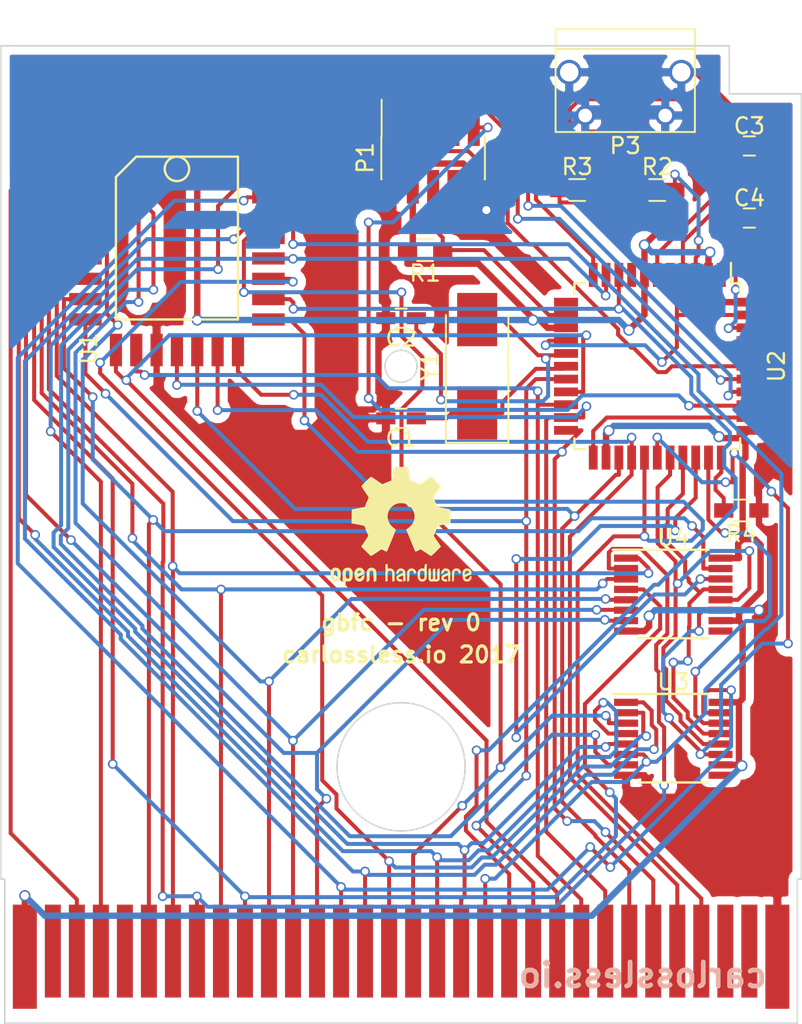
<source format=kicad_pcb>
(kicad_pcb (version 4) (host pcbnew 4.0.4-stable)

  (general
    (links 111)
    (no_connects 0)
    (area 176.449999 61.515 226.550001 126.375)
    (thickness 1.6)
    (drawings 18)
    (tracks 956)
    (zones 0)
    (modules 17)
    (nets 67)
  )

  (page A4)
  (layers
    (0 F.Cu signal)
    (31 B.Cu signal)
    (32 B.Adhes user)
    (33 F.Adhes user)
    (34 B.Paste user)
    (35 F.Paste user)
    (36 B.SilkS user)
    (37 F.SilkS user)
    (38 B.Mask user)
    (39 F.Mask user)
    (40 Dwgs.User user)
    (41 Cmts.User user)
    (42 Eco1.User user)
    (43 Eco2.User user)
    (44 Edge.Cuts user)
    (45 Margin user)
    (46 B.CrtYd user)
    (47 F.CrtYd user)
    (48 B.Fab user)
    (49 F.Fab user)
  )

  (setup
    (last_trace_width 0.25)
    (trace_clearance 0.2)
    (zone_clearance 0.508)
    (zone_45_only yes)
    (trace_min 0.2)
    (segment_width 0.2)
    (edge_width 0.1)
    (via_size 0.6)
    (via_drill 0.4)
    (via_min_size 0.4)
    (via_min_drill 0.3)
    (uvia_size 0.3)
    (uvia_drill 0.1)
    (uvias_allowed no)
    (uvia_min_size 0.2)
    (uvia_min_drill 0.1)
    (pcb_text_width 0.3)
    (pcb_text_size 1.5 1.5)
    (mod_edge_width 0.15)
    (mod_text_size 1 1)
    (mod_text_width 0.15)
    (pad_size 1.25 1.25)
    (pad_drill 0.85)
    (pad_to_mask_clearance 0)
    (aux_axis_origin 176.5 64.5)
    (grid_origin 176.5 64.5)
    (visible_elements FFFFF77F)
    (pcbplotparams
      (layerselection 0x010f0_80000001)
      (usegerberextensions false)
      (excludeedgelayer true)
      (linewidth 0.100000)
      (plotframeref false)
      (viasonmask false)
      (mode 1)
      (useauxorigin false)
      (hpglpennumber 1)
      (hpglpenspeed 20)
      (hpglpendiameter 15)
      (hpglpenoverlay 2)
      (psnegative false)
      (psa4output false)
      (plotreference true)
      (plotvalue true)
      (plotinvisibletext false)
      (padsonsilk false)
      (subtractmaskfromsilk false)
      (outputformat 1)
      (mirror false)
      (drillshape 0)
      (scaleselection 1)
      (outputdirectory ""))
  )

  (net 0 "")
  (net 1 "Net-(C1-Pad1)")
  (net 2 GND)
  (net 3 "Net-(C2-Pad1)")
  (net 4 "Net-(C3-Pad1)")
  (net 5 TCK)
  (net 6 TDO)
  (net 7 VCC)
  (net 8 TMS)
  (net 9 RST)
  (net 10 "Net-(P1-Pad7)")
  (net 11 "Net-(P1-Pad8)")
  (net 12 TDI)
  (net 13 "Net-(P2-Pad2)")
  (net 14 OE#)
  (net 15 "Net-(P2-Pad5)")
  (net 16 A0)
  (net 17 A1)
  (net 18 A2)
  (net 19 A3)
  (net 20 A4)
  (net 21 A5)
  (net 22 A6)
  (net 23 A7)
  (net 24 A8)
  (net 25 A9)
  (net 26 A10)
  (net 27 A11)
  (net 28 A12)
  (net 29 A13)
  (net 30 A14)
  (net 31 CE#)
  (net 32 D0)
  (net 33 D1)
  (net 34 D2)
  (net 35 D3)
  (net 36 D4)
  (net 37 D5)
  (net 38 D6)
  (net 39 D7)
  (net 40 "Net-(P2-Pad30)")
  (net 41 "Net-(P2-Pad31)")
  (net 42 "Net-(P3-Pad2)")
  (net 43 "Net-(P3-Pad3)")
  (net 44 "Net-(P3-Pad4)")
  (net 45 USB_D-)
  (net 46 USB_D+)
  (net 47 "Net-(U1-Pad1)")
  (net 48 A15)
  (net 49 "Net-(U1-Pad30)")
  (net 50 WE#)
  (net 51 "Net-(U3-Pad9)")
  (net 52 A_SRCLK)
  (net 53 A_RCLK)
  (net 54 A_OE#)
  (net 55 A_SER_8_15)
  (net 56 "Net-(U4-Pad9)")
  (net 57 A_SER_0_7)
  (net 58 "Net-(U2-Pad1)")
  (net 59 "Net-(U2-Pad15)")
  (net 60 "Net-(U2-Pad8)")
  (net 61 "Net-(U2-Pad12)")
  (net 62 "Net-(U2-Pad40)")
  (net 63 "Net-(U2-Pad41)")
  (net 64 "Net-(C4-Pad1)")
  (net 65 "Net-(R4-Pad2)")
  (net 66 "Net-(U1-Pad2)")

  (net_class Default "This is the default net class."
    (clearance 0.2)
    (trace_width 0.25)
    (via_dia 0.6)
    (via_drill 0.4)
    (uvia_dia 0.3)
    (uvia_drill 0.1)
    (add_net A0)
    (add_net A1)
    (add_net A10)
    (add_net A11)
    (add_net A12)
    (add_net A13)
    (add_net A14)
    (add_net A15)
    (add_net A2)
    (add_net A3)
    (add_net A4)
    (add_net A5)
    (add_net A6)
    (add_net A7)
    (add_net A8)
    (add_net A9)
    (add_net A_OE#)
    (add_net A_RCLK)
    (add_net A_SER_0_7)
    (add_net A_SER_8_15)
    (add_net A_SRCLK)
    (add_net CE#)
    (add_net D0)
    (add_net D1)
    (add_net D2)
    (add_net D3)
    (add_net D4)
    (add_net D5)
    (add_net D6)
    (add_net D7)
    (add_net "Net-(C1-Pad1)")
    (add_net "Net-(C2-Pad1)")
    (add_net "Net-(C3-Pad1)")
    (add_net "Net-(C4-Pad1)")
    (add_net "Net-(P1-Pad7)")
    (add_net "Net-(P1-Pad8)")
    (add_net "Net-(P2-Pad2)")
    (add_net "Net-(P2-Pad30)")
    (add_net "Net-(P2-Pad31)")
    (add_net "Net-(P2-Pad5)")
    (add_net "Net-(P3-Pad2)")
    (add_net "Net-(P3-Pad3)")
    (add_net "Net-(P3-Pad4)")
    (add_net "Net-(R4-Pad2)")
    (add_net "Net-(U1-Pad1)")
    (add_net "Net-(U1-Pad2)")
    (add_net "Net-(U1-Pad30)")
    (add_net "Net-(U2-Pad1)")
    (add_net "Net-(U2-Pad12)")
    (add_net "Net-(U2-Pad15)")
    (add_net "Net-(U2-Pad40)")
    (add_net "Net-(U2-Pad41)")
    (add_net "Net-(U2-Pad8)")
    (add_net "Net-(U3-Pad9)")
    (add_net "Net-(U4-Pad9)")
    (add_net OE#)
    (add_net RST)
    (add_net TCK)
    (add_net TDI)
    (add_net TDO)
    (add_net TMS)
    (add_net USB_D+)
    (add_net USB_D-)
    (add_net WE#)
  )

  (net_class Power ""
    (clearance 0.2)
    (trace_width 0.4)
    (via_dia 0.7)
    (via_drill 0.5)
    (uvia_dia 0.3)
    (uvia_drill 0.1)
    (add_net GND)
    (add_net VCC)
  )

  (module SMD_Packages:PLCC-32 (layer F.Cu) (tedit 58D6F83D) (tstamp 58D4F9A2)
    (at 187.5 76.5)
    (descr "Support CMS Plcc 32 pins")
    (tags "CMS Plcc")
    (path /58B2D61D)
    (attr smd)
    (fp_text reference U1 (at -5.5 6.9 90) (layer F.SilkS)
      (effects (font (size 1 1) (thickness 0.15)))
    )
    (fp_text value SST39SF010A (at 7.9 0 90) (layer F.Fab)
      (effects (font (size 1 1) (thickness 0.15)))
    )
    (fp_circle (center 0 -4.318) (end 0 -5.08) (layer F.SilkS) (width 0.15))
    (fp_line (start 3.81 -5.08) (end -2.54 -5.08) (layer F.SilkS) (width 0.15))
    (fp_line (start -2.54 -5.08) (end -3.81 -3.81) (layer F.SilkS) (width 0.15))
    (fp_line (start -3.81 -3.81) (end -3.81 5.08) (layer F.SilkS) (width 0.15))
    (fp_line (start -3.81 5.08) (end 3.81 5.08) (layer F.SilkS) (width 0.15))
    (fp_line (start 3.81 5.08) (end 3.81 -5.08) (layer F.SilkS) (width 0.15))
    (pad 1 smd rect (at 0 -6.985) (size 0.762 2.032) (layers F.Cu F.Paste F.Mask)
      (net 47 "Net-(U1-Pad1)"))
    (pad 2 smd rect (at -1.27 -6.985) (size 0.762 2.032) (layers F.Cu F.Paste F.Mask)
      (net 66 "Net-(U1-Pad2)"))
    (pad 3 smd rect (at -2.54 -6.985) (size 0.762 2.032) (layers F.Cu F.Paste F.Mask)
      (net 48 A15))
    (pad 4 smd rect (at -3.81 -6.985) (size 0.762 2.032) (layers F.Cu F.Paste F.Mask)
      (net 28 A12))
    (pad 5 smd rect (at -5.715 -5.08) (size 2.032 0.762) (layers F.Cu F.Paste F.Mask)
      (net 23 A7))
    (pad 6 smd rect (at -5.715 -3.81) (size 2.032 0.762) (layers F.Cu F.Paste F.Mask)
      (net 22 A6))
    (pad 7 smd rect (at -5.715 -2.54) (size 2.032 0.762) (layers F.Cu F.Paste F.Mask)
      (net 21 A5))
    (pad 8 smd rect (at -5.715 -1.27) (size 2.032 0.762) (layers F.Cu F.Paste F.Mask)
      (net 20 A4))
    (pad 9 smd rect (at -5.715 0) (size 2.032 0.762) (layers F.Cu F.Paste F.Mask)
      (net 19 A3))
    (pad 10 smd rect (at -5.715 1.27) (size 2.032 0.762) (layers F.Cu F.Paste F.Mask)
      (net 18 A2))
    (pad 11 smd rect (at -5.715 2.54) (size 2.032 0.762) (layers F.Cu F.Paste F.Mask)
      (net 17 A1))
    (pad 12 smd rect (at -5.715 3.81) (size 2.032 0.762) (layers F.Cu F.Paste F.Mask)
      (net 16 A0))
    (pad 13 smd rect (at -5.715 5.08) (size 2.032 0.762) (layers F.Cu F.Paste F.Mask)
      (net 32 D0))
    (pad 14 smd rect (at -3.81 6.985) (size 0.762 2.032) (layers F.Cu F.Paste F.Mask)
      (net 33 D1))
    (pad 15 smd rect (at -2.54 6.985) (size 0.762 2.032) (layers F.Cu F.Paste F.Mask)
      (net 34 D2))
    (pad 16 smd rect (at -1.27 6.985) (size 0.762 2.032) (layers F.Cu F.Paste F.Mask)
      (net 2 GND))
    (pad 17 smd rect (at 0 6.985) (size 0.762 2.032) (layers F.Cu F.Paste F.Mask)
      (net 35 D3))
    (pad 18 smd rect (at 1.27 6.985) (size 0.762 2.032) (layers F.Cu F.Paste F.Mask)
      (net 36 D4))
    (pad 19 smd rect (at 2.54 6.985) (size 0.762 2.032) (layers F.Cu F.Paste F.Mask)
      (net 37 D5))
    (pad 20 smd rect (at 3.81 6.985) (size 0.762 2.032) (layers F.Cu F.Paste F.Mask)
      (net 38 D6))
    (pad 21 smd rect (at 5.715 5.08) (size 2.032 0.762) (layers F.Cu F.Paste F.Mask)
      (net 39 D7))
    (pad 22 smd rect (at 5.715 3.81) (size 2.032 0.762) (layers F.Cu F.Paste F.Mask)
      (net 31 CE#))
    (pad 23 smd rect (at 5.715 2.54) (size 2.032 0.762) (layers F.Cu F.Paste F.Mask)
      (net 26 A10))
    (pad 24 smd rect (at 5.715 1.27) (size 2.032 0.762) (layers F.Cu F.Paste F.Mask)
      (net 14 OE#))
    (pad 25 smd rect (at 5.715 0) (size 2.032 0.762) (layers F.Cu F.Paste F.Mask)
      (net 27 A11))
    (pad 26 smd rect (at 5.715 -1.27) (size 2.032 0.762) (layers F.Cu F.Paste F.Mask)
      (net 25 A9))
    (pad 27 smd rect (at 5.715 -2.54) (size 2.032 0.762) (layers F.Cu F.Paste F.Mask)
      (net 24 A8))
    (pad 28 smd rect (at 5.715 -3.81) (size 2.032 0.762) (layers F.Cu F.Paste F.Mask)
      (net 29 A13))
    (pad 29 smd rect (at 5.715 -5.08) (size 2.032 0.762) (layers F.Cu F.Paste F.Mask)
      (net 30 A14))
    (pad 30 smd rect (at 3.81 -6.985) (size 0.762 2.032) (layers F.Cu F.Paste F.Mask)
      (net 49 "Net-(U1-Pad30)"))
    (pad 31 smd rect (at 2.54 -6.985) (size 0.762 2.032) (layers F.Cu F.Paste F.Mask)
      (net 50 WE#))
    (pad 32 smd rect (at 1.27 -6.985) (size 0.762 2.032) (layers F.Cu F.Paste F.Mask)
      (net 7 VCC))
  )

  (module doragasu-footprints:GB_CART_FINGERS (layer F.Cu) (tedit 58D574B7) (tstamp 58D4F95F)
    (at 201.5 121)
    (path /58B2D709)
    (fp_text reference P2 (at -0.2 4.3) (layer F.SilkS) hide
      (effects (font (size 1 1) (thickness 0.15)))
    )
    (fp_text value GB_CART_CONNECTOR (at -0.1 -4.5) (layer F.Fab) hide
      (effects (font (size 1.5 1.5) (thickness 0.15)))
    )
    (pad 1 smd rect (at -23.5 0.35) (size 1.5 6.5) (layers F.Cu F.Mask)
      (net 7 VCC))
    (pad 2 smd rect (at -21.75 0) (size 1 5.8) (layers F.Cu F.Mask)
      (net 13 "Net-(P2-Pad2)"))
    (pad 3 smd rect (at -20.25 0) (size 1 5.8) (layers F.Cu F.Mask)
      (net 50 WE#))
    (pad 4 smd rect (at -18.75 0) (size 1 5.8) (layers F.Cu F.Mask)
      (net 14 OE#))
    (pad 5 smd rect (at -17.25 0) (size 1 5.8) (layers F.Cu F.Mask)
      (net 15 "Net-(P2-Pad5)"))
    (pad 6 smd rect (at -15.75 0) (size 1 5.8) (layers F.Cu F.Mask)
      (net 16 A0))
    (pad 7 smd rect (at -14.25 0) (size 1 5.8) (layers F.Cu F.Mask)
      (net 17 A1))
    (pad 8 smd rect (at -12.75 0) (size 1 5.8) (layers F.Cu F.Mask)
      (net 18 A2))
    (pad 9 smd rect (at -11.25 0) (size 1 5.8) (layers F.Cu F.Mask)
      (net 19 A3))
    (pad 10 smd rect (at -9.75 0) (size 1 5.8) (layers F.Cu F.Mask)
      (net 20 A4))
    (pad 11 smd rect (at -8.25 0) (size 1 5.8) (layers F.Cu F.Mask)
      (net 21 A5))
    (pad 12 smd rect (at -6.75 0) (size 1 5.8) (layers F.Cu F.Mask)
      (net 22 A6))
    (pad 13 smd rect (at -5.25 0) (size 1 5.8) (layers F.Cu F.Mask)
      (net 23 A7))
    (pad 14 smd rect (at -3.75 0) (size 1 5.8) (layers F.Cu F.Mask)
      (net 24 A8))
    (pad 15 smd rect (at -2.25 0) (size 1 5.8) (layers F.Cu F.Mask)
      (net 25 A9))
    (pad 16 smd rect (at -0.75 0) (size 1 5.8) (layers F.Cu F.Mask)
      (net 26 A10))
    (pad 17 smd rect (at 0.75 0) (size 1 5.8) (layers F.Cu F.Mask)
      (net 27 A11))
    (pad 18 smd rect (at 2.25 0) (size 1 5.8) (layers F.Cu F.Mask)
      (net 28 A12))
    (pad 19 smd rect (at 3.75 0) (size 1 5.8) (layers F.Cu F.Mask)
      (net 29 A13))
    (pad 20 smd rect (at 5.25 0) (size 1 5.8) (layers F.Cu F.Mask)
      (net 30 A14))
    (pad 21 smd rect (at 6.75 0) (size 1 5.8) (layers F.Cu F.Mask)
      (net 31 CE#))
    (pad 22 smd rect (at 8.25 0) (size 1 5.8) (layers F.Cu F.Mask)
      (net 32 D0))
    (pad 23 smd rect (at 9.75 0) (size 1 5.8) (layers F.Cu F.Mask)
      (net 33 D1))
    (pad 24 smd rect (at 11.25 0) (size 1 5.8) (layers F.Cu F.Mask)
      (net 34 D2))
    (pad 25 smd rect (at 12.75 0) (size 1 5.8) (layers F.Cu F.Mask)
      (net 35 D3))
    (pad 26 smd rect (at 14.25 0) (size 1 5.8) (layers F.Cu F.Mask)
      (net 36 D4))
    (pad 27 smd rect (at 15.75 0) (size 1 5.8) (layers F.Cu F.Mask)
      (net 37 D5))
    (pad 28 smd rect (at 17.25 0) (size 1 5.8) (layers F.Cu F.Mask)
      (net 38 D6))
    (pad 29 smd rect (at 18.75 0) (size 1 5.8) (layers F.Cu F.Mask)
      (net 39 D7))
    (pad 30 smd rect (at 20.25 0) (size 1 5.8) (layers F.Cu F.Mask)
      (net 40 "Net-(P2-Pad30)"))
    (pad 31 smd rect (at 21.75 0) (size 1 5.8) (layers F.Cu F.Mask)
      (net 41 "Net-(P2-Pad31)"))
    (pad 32 smd rect (at 23.5 0.35) (size 1.5 6.5) (layers F.Cu F.Mask)
      (net 2 GND))
  )

  (module Capacitors_SMD:C_0603_HandSoldering (layer F.Cu) (tedit 58AA848B) (tstamp 58D4F921)
    (at 201.5 87.75 180)
    (descr "Capacitor SMD 0603, hand soldering")
    (tags "capacitor 0603")
    (path /58C26B71)
    (attr smd)
    (fp_text reference C1 (at 0 -1.25 180) (layer F.SilkS)
      (effects (font (size 1 1) (thickness 0.15)))
    )
    (fp_text value 22pF (at 0 1.5 180) (layer F.Fab)
      (effects (font (size 1 1) (thickness 0.15)))
    )
    (fp_text user %R (at 0 -1.25 180) (layer F.Fab)
      (effects (font (size 1 1) (thickness 0.15)))
    )
    (fp_line (start -0.8 0.4) (end -0.8 -0.4) (layer F.Fab) (width 0.1))
    (fp_line (start 0.8 0.4) (end -0.8 0.4) (layer F.Fab) (width 0.1))
    (fp_line (start 0.8 -0.4) (end 0.8 0.4) (layer F.Fab) (width 0.1))
    (fp_line (start -0.8 -0.4) (end 0.8 -0.4) (layer F.Fab) (width 0.1))
    (fp_line (start -0.35 -0.6) (end 0.35 -0.6) (layer F.SilkS) (width 0.12))
    (fp_line (start 0.35 0.6) (end -0.35 0.6) (layer F.SilkS) (width 0.12))
    (fp_line (start -1.8 -0.65) (end 1.8 -0.65) (layer F.CrtYd) (width 0.05))
    (fp_line (start -1.8 -0.65) (end -1.8 0.65) (layer F.CrtYd) (width 0.05))
    (fp_line (start 1.8 0.65) (end 1.8 -0.65) (layer F.CrtYd) (width 0.05))
    (fp_line (start 1.8 0.65) (end -1.8 0.65) (layer F.CrtYd) (width 0.05))
    (pad 1 smd rect (at -0.95 0 180) (size 1.2 0.75) (layers F.Cu F.Paste F.Mask)
      (net 1 "Net-(C1-Pad1)"))
    (pad 2 smd rect (at 0.95 0 180) (size 1.2 0.75) (layers F.Cu F.Paste F.Mask)
      (net 2 GND))
    (model Capacitors_SMD.3dshapes/C_0603.wrl
      (at (xyz 0 0 0))
      (scale (xyz 1 1 1))
      (rotate (xyz 0 0 0))
    )
  )

  (module Capacitors_SMD:C_0603_HandSoldering (layer F.Cu) (tedit 58AA848B) (tstamp 58D4F927)
    (at 201.5 81.5 180)
    (descr "Capacitor SMD 0603, hand soldering")
    (tags "capacitor 0603")
    (path /58C26BDE)
    (attr smd)
    (fp_text reference C2 (at 0 -1.25 180) (layer F.SilkS)
      (effects (font (size 1 1) (thickness 0.15)))
    )
    (fp_text value 22pF (at 0 1.5 180) (layer F.Fab)
      (effects (font (size 1 1) (thickness 0.15)))
    )
    (fp_text user %R (at 0 -1.25 180) (layer F.Fab)
      (effects (font (size 1 1) (thickness 0.15)))
    )
    (fp_line (start -0.8 0.4) (end -0.8 -0.4) (layer F.Fab) (width 0.1))
    (fp_line (start 0.8 0.4) (end -0.8 0.4) (layer F.Fab) (width 0.1))
    (fp_line (start 0.8 -0.4) (end 0.8 0.4) (layer F.Fab) (width 0.1))
    (fp_line (start -0.8 -0.4) (end 0.8 -0.4) (layer F.Fab) (width 0.1))
    (fp_line (start -0.35 -0.6) (end 0.35 -0.6) (layer F.SilkS) (width 0.12))
    (fp_line (start 0.35 0.6) (end -0.35 0.6) (layer F.SilkS) (width 0.12))
    (fp_line (start -1.8 -0.65) (end 1.8 -0.65) (layer F.CrtYd) (width 0.05))
    (fp_line (start -1.8 -0.65) (end -1.8 0.65) (layer F.CrtYd) (width 0.05))
    (fp_line (start 1.8 0.65) (end 1.8 -0.65) (layer F.CrtYd) (width 0.05))
    (fp_line (start 1.8 0.65) (end -1.8 0.65) (layer F.CrtYd) (width 0.05))
    (pad 1 smd rect (at -0.95 0 180) (size 1.2 0.75) (layers F.Cu F.Paste F.Mask)
      (net 3 "Net-(C2-Pad1)"))
    (pad 2 smd rect (at 0.95 0 180) (size 1.2 0.75) (layers F.Cu F.Paste F.Mask)
      (net 2 GND))
    (model Capacitors_SMD.3dshapes/C_0603.wrl
      (at (xyz 0 0 0))
      (scale (xyz 1 1 1))
      (rotate (xyz 0 0 0))
    )
  )

  (module Capacitors_SMD:C_0603_HandSoldering (layer F.Cu) (tedit 58AA848B) (tstamp 58D4F92D)
    (at 223.25 70.75)
    (descr "Capacitor SMD 0603, hand soldering")
    (tags "capacitor 0603")
    (path /58D4EE96)
    (attr smd)
    (fp_text reference C3 (at 0 -1.25) (layer F.SilkS)
      (effects (font (size 1 1) (thickness 0.15)))
    )
    (fp_text value 1uF (at 0 1.5) (layer F.Fab)
      (effects (font (size 1 1) (thickness 0.15)))
    )
    (fp_text user %R (at 0 -1.25) (layer F.Fab)
      (effects (font (size 1 1) (thickness 0.15)))
    )
    (fp_line (start -0.8 0.4) (end -0.8 -0.4) (layer F.Fab) (width 0.1))
    (fp_line (start 0.8 0.4) (end -0.8 0.4) (layer F.Fab) (width 0.1))
    (fp_line (start 0.8 -0.4) (end 0.8 0.4) (layer F.Fab) (width 0.1))
    (fp_line (start -0.8 -0.4) (end 0.8 -0.4) (layer F.Fab) (width 0.1))
    (fp_line (start -0.35 -0.6) (end 0.35 -0.6) (layer F.SilkS) (width 0.12))
    (fp_line (start 0.35 0.6) (end -0.35 0.6) (layer F.SilkS) (width 0.12))
    (fp_line (start -1.8 -0.65) (end 1.8 -0.65) (layer F.CrtYd) (width 0.05))
    (fp_line (start -1.8 -0.65) (end -1.8 0.65) (layer F.CrtYd) (width 0.05))
    (fp_line (start 1.8 0.65) (end 1.8 -0.65) (layer F.CrtYd) (width 0.05))
    (fp_line (start 1.8 0.65) (end -1.8 0.65) (layer F.CrtYd) (width 0.05))
    (pad 1 smd rect (at -0.95 0) (size 1.2 0.75) (layers F.Cu F.Paste F.Mask)
      (net 4 "Net-(C3-Pad1)"))
    (pad 2 smd rect (at 0.95 0) (size 1.2 0.75) (layers F.Cu F.Paste F.Mask)
      (net 2 GND))
    (model Capacitors_SMD.3dshapes/C_0603.wrl
      (at (xyz 0 0 0))
      (scale (xyz 1 1 1))
      (rotate (xyz 0 0 0))
    )
  )

  (module Socket_Strips:Socket_Strip_Straight_2x05_Pitch1.27mm_SMD (layer F.Cu) (tedit 58CD5454) (tstamp 58D4F93B)
    (at 203.5 71.5 90)
    (descr "surface-mounted straight socket strip, 2x05, 1.27mm pitch, double rows")
    (tags "Surface mounted socket strip SMD 2x05 1.27mm double row")
    (path /58D2F3A3)
    (attr smd)
    (fp_text reference P1 (at 0 -4.235 90) (layer F.SilkS)
      (effects (font (size 1 1) (thickness 0.15)))
    )
    (fp_text value AVR_JTAG (at 0 4.235 90) (layer F.Fab)
      (effects (font (size 1 1) (thickness 0.15)))
    )
    (fp_line (start -1.27 -3.175) (end -1.27 3.175) (layer F.Fab) (width 0.1))
    (fp_line (start -1.27 3.175) (end 1.27 3.175) (layer F.Fab) (width 0.1))
    (fp_line (start 1.27 3.175) (end 1.27 -3.175) (layer F.Fab) (width 0.1))
    (fp_line (start 1.27 -3.175) (end -1.27 -3.175) (layer F.Fab) (width 0.1))
    (fp_line (start -1.27 -2.74) (end -1.27 -2.34) (layer F.Fab) (width 0.1))
    (fp_line (start -1.27 -2.34) (end -2.555 -2.34) (layer F.Fab) (width 0.1))
    (fp_line (start -2.555 -2.34) (end -2.555 -2.74) (layer F.Fab) (width 0.1))
    (fp_line (start -2.555 -2.74) (end -1.27 -2.74) (layer F.Fab) (width 0.1))
    (fp_line (start 1.27 -2.74) (end 1.27 -2.34) (layer F.Fab) (width 0.1))
    (fp_line (start 1.27 -2.34) (end 2.555 -2.34) (layer F.Fab) (width 0.1))
    (fp_line (start 2.555 -2.34) (end 2.555 -2.74) (layer F.Fab) (width 0.1))
    (fp_line (start 2.555 -2.74) (end 1.27 -2.74) (layer F.Fab) (width 0.1))
    (fp_line (start -1.27 -1.47) (end -1.27 -1.07) (layer F.Fab) (width 0.1))
    (fp_line (start -1.27 -1.07) (end -2.555 -1.07) (layer F.Fab) (width 0.1))
    (fp_line (start -2.555 -1.07) (end -2.555 -1.47) (layer F.Fab) (width 0.1))
    (fp_line (start -2.555 -1.47) (end -1.27 -1.47) (layer F.Fab) (width 0.1))
    (fp_line (start 1.27 -1.47) (end 1.27 -1.07) (layer F.Fab) (width 0.1))
    (fp_line (start 1.27 -1.07) (end 2.555 -1.07) (layer F.Fab) (width 0.1))
    (fp_line (start 2.555 -1.07) (end 2.555 -1.47) (layer F.Fab) (width 0.1))
    (fp_line (start 2.555 -1.47) (end 1.27 -1.47) (layer F.Fab) (width 0.1))
    (fp_line (start -1.27 -0.2) (end -1.27 0.2) (layer F.Fab) (width 0.1))
    (fp_line (start -1.27 0.2) (end -2.555 0.2) (layer F.Fab) (width 0.1))
    (fp_line (start -2.555 0.2) (end -2.555 -0.2) (layer F.Fab) (width 0.1))
    (fp_line (start -2.555 -0.2) (end -1.27 -0.2) (layer F.Fab) (width 0.1))
    (fp_line (start 1.27 -0.2) (end 1.27 0.2) (layer F.Fab) (width 0.1))
    (fp_line (start 1.27 0.2) (end 2.555 0.2) (layer F.Fab) (width 0.1))
    (fp_line (start 2.555 0.2) (end 2.555 -0.2) (layer F.Fab) (width 0.1))
    (fp_line (start 2.555 -0.2) (end 1.27 -0.2) (layer F.Fab) (width 0.1))
    (fp_line (start -1.27 1.07) (end -1.27 1.47) (layer F.Fab) (width 0.1))
    (fp_line (start -1.27 1.47) (end -2.555 1.47) (layer F.Fab) (width 0.1))
    (fp_line (start -2.555 1.47) (end -2.555 1.07) (layer F.Fab) (width 0.1))
    (fp_line (start -2.555 1.07) (end -1.27 1.07) (layer F.Fab) (width 0.1))
    (fp_line (start 1.27 1.07) (end 1.27 1.47) (layer F.Fab) (width 0.1))
    (fp_line (start 1.27 1.47) (end 2.555 1.47) (layer F.Fab) (width 0.1))
    (fp_line (start 2.555 1.47) (end 2.555 1.07) (layer F.Fab) (width 0.1))
    (fp_line (start 2.555 1.07) (end 1.27 1.07) (layer F.Fab) (width 0.1))
    (fp_line (start -1.27 2.34) (end -1.27 2.74) (layer F.Fab) (width 0.1))
    (fp_line (start -1.27 2.74) (end -2.555 2.74) (layer F.Fab) (width 0.1))
    (fp_line (start -2.555 2.74) (end -2.555 2.34) (layer F.Fab) (width 0.1))
    (fp_line (start -2.555 2.34) (end -1.27 2.34) (layer F.Fab) (width 0.1))
    (fp_line (start 1.27 2.34) (end 1.27 2.74) (layer F.Fab) (width 0.1))
    (fp_line (start 1.27 2.74) (end 2.555 2.74) (layer F.Fab) (width 0.1))
    (fp_line (start 2.555 2.74) (end 2.555 2.34) (layer F.Fab) (width 0.1))
    (fp_line (start 2.555 2.34) (end 1.27 2.34) (layer F.Fab) (width 0.1))
    (fp_line (start -1.33 -3.215) (end -1.33 -3.235) (layer F.SilkS) (width 0.12))
    (fp_line (start -1.33 -3.235) (end 1.33 -3.235) (layer F.SilkS) (width 0.12))
    (fp_line (start 1.33 -3.235) (end 1.33 -3.215) (layer F.SilkS) (width 0.12))
    (fp_line (start -1.33 3.215) (end -1.33 3.235) (layer F.SilkS) (width 0.12))
    (fp_line (start -1.33 3.235) (end 1.33 3.235) (layer F.SilkS) (width 0.12))
    (fp_line (start 1.33 3.235) (end 1.33 3.215) (layer F.SilkS) (width 0.12))
    (fp_line (start 3.635 -3.215) (end 1.33 -3.215) (layer F.SilkS) (width 0.12))
    (fp_line (start -4.15 -3.7) (end -4.15 3.7) (layer F.CrtYd) (width 0.05))
    (fp_line (start -4.15 3.7) (end 4.15 3.7) (layer F.CrtYd) (width 0.05))
    (fp_line (start 4.15 3.7) (end 4.15 -3.7) (layer F.CrtYd) (width 0.05))
    (fp_line (start 4.15 -3.7) (end -4.15 -3.7) (layer F.CrtYd) (width 0.05))
    (fp_text user %R (at 0 -4.235 90) (layer F.Fab)
      (effects (font (size 1 1) (thickness 0.15)))
    )
    (pad 1 smd rect (at 1.8 -2.54 90) (size 2.1 0.75) (layers F.Cu F.Paste F.Mask)
      (net 5 TCK))
    (pad 2 smd rect (at -1.8 -2.54 90) (size 2.1 0.75) (layers F.Cu F.Paste F.Mask)
      (net 2 GND))
    (pad 3 smd rect (at 1.8 -1.27 90) (size 2.1 0.75) (layers F.Cu F.Paste F.Mask)
      (net 6 TDO))
    (pad 4 smd rect (at -1.8 -1.27 90) (size 2.1 0.75) (layers F.Cu F.Paste F.Mask)
      (net 7 VCC))
    (pad 5 smd rect (at 1.8 0 90) (size 2.1 0.75) (layers F.Cu F.Paste F.Mask)
      (net 8 TMS))
    (pad 6 smd rect (at -1.8 0 90) (size 2.1 0.75) (layers F.Cu F.Paste F.Mask)
      (net 9 RST))
    (pad 7 smd rect (at 1.8 1.27 90) (size 2.1 0.75) (layers F.Cu F.Paste F.Mask)
      (net 10 "Net-(P1-Pad7)"))
    (pad 8 smd rect (at -1.8 1.27 90) (size 2.1 0.75) (layers F.Cu F.Paste F.Mask)
      (net 11 "Net-(P1-Pad8)"))
    (pad 9 smd rect (at 1.8 2.54 90) (size 2.1 0.75) (layers F.Cu F.Paste F.Mask)
      (net 12 TDI))
    (pad 10 smd rect (at -1.8 2.54 90) (size 2.1 0.75) (layers F.Cu F.Paste F.Mask)
      (net 2 GND))
    (model ${KISYS3DMOD}/Socket_Strips.3dshapes/Socket_Strip_Straight_2x05_Pitch1.27mm_SMD.wrl
      (at (xyz 0 0 0))
      (scale (xyz 1 1 1))
      (rotate (xyz 0 0 0))
    )
  )

  (module Connect:USB_Micro-B (layer F.Cu) (tedit 58D6FE05) (tstamp 58D4F96C)
    (at 215.5 67.5 180)
    (descr "Micro USB Type B Receptacle")
    (tags "USB USB_B USB_micro USB_OTG")
    (path /58B2ECA8)
    (attr smd)
    (fp_text reference P3 (at 0 -3.24 180) (layer F.SilkS)
      (effects (font (size 1 1) (thickness 0.15)))
    )
    (fp_text value USB (at 0 5.01 180) (layer F.Fab)
      (effects (font (size 1 1) (thickness 0.15)))
    )
    (fp_line (start -4.6 -2.59) (end 4.6 -2.59) (layer F.CrtYd) (width 0.05))
    (fp_line (start 4.6 -2.59) (end 4.6 4.26) (layer F.CrtYd) (width 0.05))
    (fp_line (start 4.6 4.26) (end -4.6 4.26) (layer F.CrtYd) (width 0.05))
    (fp_line (start -4.6 4.26) (end -4.6 -2.59) (layer F.CrtYd) (width 0.05))
    (fp_line (start -4.35 4.03) (end 4.35 4.03) (layer F.SilkS) (width 0.12))
    (fp_line (start -4.35 -2.38) (end 4.35 -2.38) (layer F.SilkS) (width 0.12))
    (fp_line (start 4.35 -2.38) (end 4.35 4.03) (layer F.SilkS) (width 0.12))
    (fp_line (start 4.35 2.8) (end -4.35 2.8) (layer F.SilkS) (width 0.12))
    (fp_line (start -4.35 4.03) (end -4.35 -2.38) (layer F.SilkS) (width 0.12))
    (pad 1 smd rect (at -1.3 -1.35 270) (size 1.35 0.4) (layers F.Cu F.Paste F.Mask)
      (net 7 VCC))
    (pad 2 smd rect (at -0.65 -1.35 270) (size 1.35 0.4) (layers F.Cu F.Paste F.Mask)
      (net 42 "Net-(P3-Pad2)"))
    (pad 3 smd rect (at 0 -1.35 270) (size 1.35 0.4) (layers F.Cu F.Paste F.Mask)
      (net 43 "Net-(P3-Pad3)"))
    (pad 4 smd rect (at 0.65 -1.35 270) (size 1.35 0.4) (layers F.Cu F.Paste F.Mask)
      (net 44 "Net-(P3-Pad4)"))
    (pad 5 smd rect (at 1.3 -1.35 270) (size 1.35 0.4) (layers F.Cu F.Paste F.Mask)
      (net 2 GND))
    (pad 6 thru_hole oval (at -2.5 -1.35 270) (size 1.25 1.25) (drill 0.85) (layers *.Cu *.Mask)
      (net 2 GND))
    (pad 6 thru_hole oval (at 2.5 -1.35 270) (size 1.25 1.25) (drill 0.85) (layers *.Cu *.Mask)
      (net 2 GND))
    (pad 6 thru_hole oval (at -3.5 1.35 270) (size 1.55 1.55) (drill 1.15) (layers *.Cu *.Mask)
      (net 2 GND))
    (pad 6 thru_hole oval (at 3.5 1.35 270) (size 1.55 1.55) (drill 1.15) (layers *.Cu *.Mask)
      (net 2 GND))
  )

  (module Resistors_SMD:R_0603_HandSoldering (layer F.Cu) (tedit 58AAD9E8) (tstamp 58D4F972)
    (at 203 77.25 180)
    (descr "Resistor SMD 0603, hand soldering")
    (tags "resistor 0603")
    (path /58B3205D)
    (attr smd)
    (fp_text reference R1 (at 0 -1.45 180) (layer F.SilkS)
      (effects (font (size 1 1) (thickness 0.15)))
    )
    (fp_text value 10K (at 0 1.55 180) (layer F.Fab)
      (effects (font (size 1 1) (thickness 0.15)))
    )
    (fp_text user %R (at 0 -1.45 180) (layer F.Fab)
      (effects (font (size 1 1) (thickness 0.15)))
    )
    (fp_line (start -0.8 0.4) (end -0.8 -0.4) (layer F.Fab) (width 0.1))
    (fp_line (start 0.8 0.4) (end -0.8 0.4) (layer F.Fab) (width 0.1))
    (fp_line (start 0.8 -0.4) (end 0.8 0.4) (layer F.Fab) (width 0.1))
    (fp_line (start -0.8 -0.4) (end 0.8 -0.4) (layer F.Fab) (width 0.1))
    (fp_line (start 0.5 0.68) (end -0.5 0.68) (layer F.SilkS) (width 0.12))
    (fp_line (start -0.5 -0.68) (end 0.5 -0.68) (layer F.SilkS) (width 0.12))
    (fp_line (start -1.96 -0.7) (end 1.95 -0.7) (layer F.CrtYd) (width 0.05))
    (fp_line (start -1.96 -0.7) (end -1.96 0.7) (layer F.CrtYd) (width 0.05))
    (fp_line (start 1.95 0.7) (end 1.95 -0.7) (layer F.CrtYd) (width 0.05))
    (fp_line (start 1.95 0.7) (end -1.96 0.7) (layer F.CrtYd) (width 0.05))
    (pad 1 smd rect (at -1.1 0 180) (size 1.2 0.9) (layers F.Cu F.Paste F.Mask)
      (net 9 RST))
    (pad 2 smd rect (at 1.1 0 180) (size 1.2 0.9) (layers F.Cu F.Paste F.Mask)
      (net 7 VCC))
    (model Resistors_SMD.3dshapes/R_0603.wrl
      (at (xyz 0 0 0))
      (scale (xyz 1 1 1))
      (rotate (xyz 0 0 0))
    )
  )

  (module Resistors_SMD:R_0603_HandSoldering (layer F.Cu) (tedit 58AAD9E8) (tstamp 58D4F978)
    (at 217.5 73.5)
    (descr "Resistor SMD 0603, hand soldering")
    (tags "resistor 0603")
    (path /58C57C59)
    (attr smd)
    (fp_text reference R2 (at 0 -1.45) (layer F.SilkS)
      (effects (font (size 1 1) (thickness 0.15)))
    )
    (fp_text value 22 (at 0 1.55) (layer F.Fab)
      (effects (font (size 1 1) (thickness 0.15)))
    )
    (fp_text user %R (at 0 -1.45) (layer F.Fab)
      (effects (font (size 1 1) (thickness 0.15)))
    )
    (fp_line (start -0.8 0.4) (end -0.8 -0.4) (layer F.Fab) (width 0.1))
    (fp_line (start 0.8 0.4) (end -0.8 0.4) (layer F.Fab) (width 0.1))
    (fp_line (start 0.8 -0.4) (end 0.8 0.4) (layer F.Fab) (width 0.1))
    (fp_line (start -0.8 -0.4) (end 0.8 -0.4) (layer F.Fab) (width 0.1))
    (fp_line (start 0.5 0.68) (end -0.5 0.68) (layer F.SilkS) (width 0.12))
    (fp_line (start -0.5 -0.68) (end 0.5 -0.68) (layer F.SilkS) (width 0.12))
    (fp_line (start -1.96 -0.7) (end 1.95 -0.7) (layer F.CrtYd) (width 0.05))
    (fp_line (start -1.96 -0.7) (end -1.96 0.7) (layer F.CrtYd) (width 0.05))
    (fp_line (start 1.95 0.7) (end 1.95 -0.7) (layer F.CrtYd) (width 0.05))
    (fp_line (start 1.95 0.7) (end -1.96 0.7) (layer F.CrtYd) (width 0.05))
    (pad 1 smd rect (at -1.1 0) (size 1.2 0.9) (layers F.Cu F.Paste F.Mask)
      (net 42 "Net-(P3-Pad2)"))
    (pad 2 smd rect (at 1.1 0) (size 1.2 0.9) (layers F.Cu F.Paste F.Mask)
      (net 45 USB_D-))
    (model Resistors_SMD.3dshapes/R_0603.wrl
      (at (xyz 0 0 0))
      (scale (xyz 1 1 1))
      (rotate (xyz 0 0 0))
    )
  )

  (module Resistors_SMD:R_0603_HandSoldering (layer F.Cu) (tedit 58AAD9E8) (tstamp 58D4F97E)
    (at 212.5 73.5)
    (descr "Resistor SMD 0603, hand soldering")
    (tags "resistor 0603")
    (path /58C57CE5)
    (attr smd)
    (fp_text reference R3 (at 0 -1.45) (layer F.SilkS)
      (effects (font (size 1 1) (thickness 0.15)))
    )
    (fp_text value 22 (at 0 1.55) (layer F.Fab)
      (effects (font (size 1 1) (thickness 0.15)))
    )
    (fp_text user %R (at 0 -1.45) (layer F.Fab)
      (effects (font (size 1 1) (thickness 0.15)))
    )
    (fp_line (start -0.8 0.4) (end -0.8 -0.4) (layer F.Fab) (width 0.1))
    (fp_line (start 0.8 0.4) (end -0.8 0.4) (layer F.Fab) (width 0.1))
    (fp_line (start 0.8 -0.4) (end 0.8 0.4) (layer F.Fab) (width 0.1))
    (fp_line (start -0.8 -0.4) (end 0.8 -0.4) (layer F.Fab) (width 0.1))
    (fp_line (start 0.5 0.68) (end -0.5 0.68) (layer F.SilkS) (width 0.12))
    (fp_line (start -0.5 -0.68) (end 0.5 -0.68) (layer F.SilkS) (width 0.12))
    (fp_line (start -1.96 -0.7) (end 1.95 -0.7) (layer F.CrtYd) (width 0.05))
    (fp_line (start -1.96 -0.7) (end -1.96 0.7) (layer F.CrtYd) (width 0.05))
    (fp_line (start 1.95 0.7) (end 1.95 -0.7) (layer F.CrtYd) (width 0.05))
    (fp_line (start 1.95 0.7) (end -1.96 0.7) (layer F.CrtYd) (width 0.05))
    (pad 1 smd rect (at -1.1 0) (size 1.2 0.9) (layers F.Cu F.Paste F.Mask)
      (net 43 "Net-(P3-Pad3)"))
    (pad 2 smd rect (at 1.1 0) (size 1.2 0.9) (layers F.Cu F.Paste F.Mask)
      (net 46 USB_D+))
    (model Resistors_SMD.3dshapes/R_0603.wrl
      (at (xyz 0 0 0))
      (scale (xyz 1 1 1))
      (rotate (xyz 0 0 0))
    )
  )

  (module Housings_SSOP:TSSOP-16_4.4x5mm_Pitch0.65mm (layer F.Cu) (tedit 54130A77) (tstamp 58D4F9B6)
    (at 218.5 107.75)
    (descr "16-Lead Plastic Thin Shrink Small Outline (ST)-4.4 mm Body [TSSOP] (see Microchip Packaging Specification 00000049BS.pdf)")
    (tags "SSOP 0.65")
    (path /58C264EE)
    (attr smd)
    (fp_text reference U3 (at 0 -3.55) (layer F.SilkS)
      (effects (font (size 1 1) (thickness 0.15)))
    )
    (fp_text value 74HC595 (at 0 3.55) (layer F.Fab)
      (effects (font (size 1 1) (thickness 0.15)))
    )
    (fp_line (start -1.2 -2.5) (end 2.2 -2.5) (layer F.Fab) (width 0.15))
    (fp_line (start 2.2 -2.5) (end 2.2 2.5) (layer F.Fab) (width 0.15))
    (fp_line (start 2.2 2.5) (end -2.2 2.5) (layer F.Fab) (width 0.15))
    (fp_line (start -2.2 2.5) (end -2.2 -1.5) (layer F.Fab) (width 0.15))
    (fp_line (start -2.2 -1.5) (end -1.2 -2.5) (layer F.Fab) (width 0.15))
    (fp_line (start -3.95 -2.9) (end -3.95 2.8) (layer F.CrtYd) (width 0.05))
    (fp_line (start 3.95 -2.9) (end 3.95 2.8) (layer F.CrtYd) (width 0.05))
    (fp_line (start -3.95 -2.9) (end 3.95 -2.9) (layer F.CrtYd) (width 0.05))
    (fp_line (start -3.95 2.8) (end 3.95 2.8) (layer F.CrtYd) (width 0.05))
    (fp_line (start -2.2 2.725) (end 2.2 2.725) (layer F.SilkS) (width 0.15))
    (fp_line (start -3.775 -2.8) (end 2.2 -2.8) (layer F.SilkS) (width 0.15))
    (pad 1 smd rect (at -2.95 -2.275) (size 1.5 0.45) (layers F.Cu F.Paste F.Mask)
      (net 25 A9))
    (pad 2 smd rect (at -2.95 -1.625) (size 1.5 0.45) (layers F.Cu F.Paste F.Mask)
      (net 26 A10))
    (pad 3 smd rect (at -2.95 -0.975) (size 1.5 0.45) (layers F.Cu F.Paste F.Mask)
      (net 27 A11))
    (pad 4 smd rect (at -2.95 -0.325) (size 1.5 0.45) (layers F.Cu F.Paste F.Mask)
      (net 28 A12))
    (pad 5 smd rect (at -2.95 0.325) (size 1.5 0.45) (layers F.Cu F.Paste F.Mask)
      (net 29 A13))
    (pad 6 smd rect (at -2.95 0.975) (size 1.5 0.45) (layers F.Cu F.Paste F.Mask)
      (net 30 A14))
    (pad 7 smd rect (at -2.95 1.625) (size 1.5 0.45) (layers F.Cu F.Paste F.Mask)
      (net 48 A15))
    (pad 8 smd rect (at -2.95 2.275) (size 1.5 0.45) (layers F.Cu F.Paste F.Mask)
      (net 2 GND))
    (pad 9 smd rect (at 2.95 2.275) (size 1.5 0.45) (layers F.Cu F.Paste F.Mask)
      (net 51 "Net-(U3-Pad9)"))
    (pad 10 smd rect (at 2.95 1.625) (size 1.5 0.45) (layers F.Cu F.Paste F.Mask)
      (net 7 VCC))
    (pad 11 smd rect (at 2.95 0.975) (size 1.5 0.45) (layers F.Cu F.Paste F.Mask)
      (net 52 A_SRCLK))
    (pad 12 smd rect (at 2.95 0.325) (size 1.5 0.45) (layers F.Cu F.Paste F.Mask)
      (net 53 A_RCLK))
    (pad 13 smd rect (at 2.95 -0.325) (size 1.5 0.45) (layers F.Cu F.Paste F.Mask)
      (net 54 A_OE#))
    (pad 14 smd rect (at 2.95 -0.975) (size 1.5 0.45) (layers F.Cu F.Paste F.Mask)
      (net 55 A_SER_8_15))
    (pad 15 smd rect (at 2.95 -1.625) (size 1.5 0.45) (layers F.Cu F.Paste F.Mask)
      (net 24 A8))
    (pad 16 smd rect (at 2.95 -2.275) (size 1.5 0.45) (layers F.Cu F.Paste F.Mask)
      (net 7 VCC))
    (model Housings_SSOP.3dshapes/TSSOP-16_4.4x5mm_Pitch0.65mm.wrl
      (at (xyz 0 0 0))
      (scale (xyz 1 1 1))
      (rotate (xyz 0 0 0))
    )
  )

  (module Housings_SSOP:TSSOP-16_4.4x5mm_Pitch0.65mm (layer F.Cu) (tedit 54130A77) (tstamp 58D4F9CA)
    (at 218.5 98.75)
    (descr "16-Lead Plastic Thin Shrink Small Outline (ST)-4.4 mm Body [TSSOP] (see Microchip Packaging Specification 00000049BS.pdf)")
    (tags "SSOP 0.65")
    (path /58B318C1)
    (attr smd)
    (fp_text reference U4 (at 0 -3.55) (layer F.SilkS)
      (effects (font (size 1 1) (thickness 0.15)))
    )
    (fp_text value 74HC595 (at 0 3.55) (layer F.Fab)
      (effects (font (size 1 1) (thickness 0.15)))
    )
    (fp_line (start -1.2 -2.5) (end 2.2 -2.5) (layer F.Fab) (width 0.15))
    (fp_line (start 2.2 -2.5) (end 2.2 2.5) (layer F.Fab) (width 0.15))
    (fp_line (start 2.2 2.5) (end -2.2 2.5) (layer F.Fab) (width 0.15))
    (fp_line (start -2.2 2.5) (end -2.2 -1.5) (layer F.Fab) (width 0.15))
    (fp_line (start -2.2 -1.5) (end -1.2 -2.5) (layer F.Fab) (width 0.15))
    (fp_line (start -3.95 -2.9) (end -3.95 2.8) (layer F.CrtYd) (width 0.05))
    (fp_line (start 3.95 -2.9) (end 3.95 2.8) (layer F.CrtYd) (width 0.05))
    (fp_line (start -3.95 -2.9) (end 3.95 -2.9) (layer F.CrtYd) (width 0.05))
    (fp_line (start -3.95 2.8) (end 3.95 2.8) (layer F.CrtYd) (width 0.05))
    (fp_line (start -2.2 2.725) (end 2.2 2.725) (layer F.SilkS) (width 0.15))
    (fp_line (start -3.775 -2.8) (end 2.2 -2.8) (layer F.SilkS) (width 0.15))
    (pad 1 smd rect (at -2.95 -2.275) (size 1.5 0.45) (layers F.Cu F.Paste F.Mask)
      (net 17 A1))
    (pad 2 smd rect (at -2.95 -1.625) (size 1.5 0.45) (layers F.Cu F.Paste F.Mask)
      (net 18 A2))
    (pad 3 smd rect (at -2.95 -0.975) (size 1.5 0.45) (layers F.Cu F.Paste F.Mask)
      (net 19 A3))
    (pad 4 smd rect (at -2.95 -0.325) (size 1.5 0.45) (layers F.Cu F.Paste F.Mask)
      (net 20 A4))
    (pad 5 smd rect (at -2.95 0.325) (size 1.5 0.45) (layers F.Cu F.Paste F.Mask)
      (net 21 A5))
    (pad 6 smd rect (at -2.95 0.975) (size 1.5 0.45) (layers F.Cu F.Paste F.Mask)
      (net 22 A6))
    (pad 7 smd rect (at -2.95 1.625) (size 1.5 0.45) (layers F.Cu F.Paste F.Mask)
      (net 23 A7))
    (pad 8 smd rect (at -2.95 2.275) (size 1.5 0.45) (layers F.Cu F.Paste F.Mask)
      (net 2 GND))
    (pad 9 smd rect (at 2.95 2.275) (size 1.5 0.45) (layers F.Cu F.Paste F.Mask)
      (net 56 "Net-(U4-Pad9)"))
    (pad 10 smd rect (at 2.95 1.625) (size 1.5 0.45) (layers F.Cu F.Paste F.Mask)
      (net 7 VCC))
    (pad 11 smd rect (at 2.95 0.975) (size 1.5 0.45) (layers F.Cu F.Paste F.Mask)
      (net 52 A_SRCLK))
    (pad 12 smd rect (at 2.95 0.325) (size 1.5 0.45) (layers F.Cu F.Paste F.Mask)
      (net 53 A_RCLK))
    (pad 13 smd rect (at 2.95 -0.325) (size 1.5 0.45) (layers F.Cu F.Paste F.Mask)
      (net 54 A_OE#))
    (pad 14 smd rect (at 2.95 -0.975) (size 1.5 0.45) (layers F.Cu F.Paste F.Mask)
      (net 57 A_SER_0_7))
    (pad 15 smd rect (at 2.95 -1.625) (size 1.5 0.45) (layers F.Cu F.Paste F.Mask)
      (net 16 A0))
    (pad 16 smd rect (at 2.95 -2.275) (size 1.5 0.45) (layers F.Cu F.Paste F.Mask)
      (net 7 VCC))
    (model Housings_SSOP.3dshapes/TSSOP-16_4.4x5mm_Pitch0.65mm.wrl
      (at (xyz 0 0 0))
      (scale (xyz 1 1 1))
      (rotate (xyz 0 0 0))
    )
  )

  (module Crystals:Crystal_SMD_0603-2pin_6.0x3.5mm_HandSoldering (layer F.Cu) (tedit 58CD2E9C) (tstamp 58D4F9D0)
    (at 206.25 84.5 90)
    (descr "SMD Crystal SERIES SMD0603/2 http://www.petermann-technik.de/fileadmin/petermann/pdf/SMD0603-2.pdf, hand-soldering, 6.0x3.5mm^2 package")
    (tags "SMD SMT crystal hand-soldering")
    (path /58C26AD4)
    (attr smd)
    (fp_text reference Y1 (at 0 -2.95 90) (layer F.SilkS)
      (effects (font (size 1 1) (thickness 0.15)))
    )
    (fp_text value 16Mhz (at 0 2.95 90) (layer F.Fab)
      (effects (font (size 1 1) (thickness 0.15)))
    )
    (fp_text user %R (at 0 0 90) (layer F.Fab)
      (effects (font (size 1 1) (thickness 0.15)))
    )
    (fp_line (start -2.9 -1.75) (end 2.9 -1.75) (layer F.Fab) (width 0.1))
    (fp_line (start 2.9 -1.75) (end 3 -1.65) (layer F.Fab) (width 0.1))
    (fp_line (start 3 -1.65) (end 3 1.65) (layer F.Fab) (width 0.1))
    (fp_line (start 3 1.65) (end 2.9 1.75) (layer F.Fab) (width 0.1))
    (fp_line (start 2.9 1.75) (end -2.9 1.75) (layer F.Fab) (width 0.1))
    (fp_line (start -2.9 1.75) (end -3 1.65) (layer F.Fab) (width 0.1))
    (fp_line (start -3 1.65) (end -3 -1.65) (layer F.Fab) (width 0.1))
    (fp_line (start -3 -1.65) (end -2.9 -1.75) (layer F.Fab) (width 0.1))
    (fp_line (start -3 0.75) (end -2 1.75) (layer F.Fab) (width 0.1))
    (fp_line (start 3.2 -1.95) (end -4.775 -1.95) (layer F.SilkS) (width 0.12))
    (fp_line (start -4.775 -1.95) (end -4.775 1.95) (layer F.SilkS) (width 0.12))
    (fp_line (start -4.775 1.95) (end 3.2 1.95) (layer F.SilkS) (width 0.12))
    (fp_line (start -4.9 -2) (end -4.9 2) (layer F.CrtYd) (width 0.05))
    (fp_line (start -4.9 2) (end 4.9 2) (layer F.CrtYd) (width 0.05))
    (fp_line (start 4.9 2) (end 4.9 -2) (layer F.CrtYd) (width 0.05))
    (fp_line (start 4.9 -2) (end -4.9 -2) (layer F.CrtYd) (width 0.05))
    (fp_circle (center 0 0) (end 0.4 0) (layer F.Adhes) (width 0.1))
    (fp_circle (center 0 0) (end 0.333333 0) (layer F.Adhes) (width 0.133333))
    (fp_circle (center 0 0) (end 0.213333 0) (layer F.Adhes) (width 0.133333))
    (fp_circle (center 0 0) (end 0.093333 0) (layer F.Adhes) (width 0.186667))
    (pad 1 smd rect (at -2.9125 0 90) (size 3.325 2.5) (layers F.Cu F.Paste F.Mask)
      (net 1 "Net-(C1-Pad1)"))
    (pad 2 smd rect (at 2.9125 0 90) (size 3.325 2.5) (layers F.Cu F.Paste F.Mask)
      (net 3 "Net-(C2-Pad1)"))
    (model ${KISYS3DMOD}/Crystals.3dshapes/Crystal_SMD_0603-2pin_6.0x3.5mm_HandSoldering.wrl
      (at (xyz 0 0 0))
      (scale (xyz 1 1 1))
      (rotate (xyz 0 0 0))
    )
  )

  (module Housings_QFP:TQFP-44_10x10mm_Pitch0.8mm (layer F.Cu) (tedit 58CC9A48) (tstamp 58D4FBAD)
    (at 217.5 84.5 270)
    (descr "44-Lead Plastic Thin Quad Flatpack (PT) - 10x10x1.0 mm Body [TQFP] (see Microchip Packaging Specification 00000049BS.pdf)")
    (tags "QFP 0.8")
    (path /58C59CBE)
    (attr smd)
    (fp_text reference U2 (at 0 -7.45 270) (layer F.SilkS)
      (effects (font (size 1 1) (thickness 0.15)))
    )
    (fp_text value ATMEGA32U4-A (at 0 7.45 270) (layer F.Fab)
      (effects (font (size 1 1) (thickness 0.15)))
    )
    (fp_text user %R (at 0 0 270) (layer F.Fab)
      (effects (font (size 1 1) (thickness 0.15)))
    )
    (fp_line (start -4 -5) (end 5 -5) (layer F.Fab) (width 0.15))
    (fp_line (start 5 -5) (end 5 5) (layer F.Fab) (width 0.15))
    (fp_line (start 5 5) (end -5 5) (layer F.Fab) (width 0.15))
    (fp_line (start -5 5) (end -5 -4) (layer F.Fab) (width 0.15))
    (fp_line (start -5 -4) (end -4 -5) (layer F.Fab) (width 0.15))
    (fp_line (start -6.7 -6.7) (end -6.7 6.7) (layer F.CrtYd) (width 0.05))
    (fp_line (start 6.7 -6.7) (end 6.7 6.7) (layer F.CrtYd) (width 0.05))
    (fp_line (start -6.7 -6.7) (end 6.7 -6.7) (layer F.CrtYd) (width 0.05))
    (fp_line (start -6.7 6.7) (end 6.7 6.7) (layer F.CrtYd) (width 0.05))
    (fp_line (start -5.175 -5.175) (end -5.175 -4.6) (layer F.SilkS) (width 0.15))
    (fp_line (start 5.175 -5.175) (end 5.175 -4.5) (layer F.SilkS) (width 0.15))
    (fp_line (start 5.175 5.175) (end 5.175 4.5) (layer F.SilkS) (width 0.15))
    (fp_line (start -5.175 5.175) (end -5.175 4.5) (layer F.SilkS) (width 0.15))
    (fp_line (start -5.175 -5.175) (end -4.5 -5.175) (layer F.SilkS) (width 0.15))
    (fp_line (start -5.175 5.175) (end -4.5 5.175) (layer F.SilkS) (width 0.15))
    (fp_line (start 5.175 5.175) (end 4.5 5.175) (layer F.SilkS) (width 0.15))
    (fp_line (start 5.175 -5.175) (end 4.5 -5.175) (layer F.SilkS) (width 0.15))
    (fp_line (start -5.175 -4.6) (end -6.45 -4.6) (layer F.SilkS) (width 0.15))
    (pad 1 smd rect (at -5.7 -4 270) (size 1.5 0.55) (layers F.Cu F.Paste F.Mask)
      (net 58 "Net-(U2-Pad1)"))
    (pad 2 smd rect (at -5.7 -3.2 270) (size 1.5 0.55) (layers F.Cu F.Paste F.Mask)
      (net 7 VCC))
    (pad 3 smd rect (at -5.7 -2.4 270) (size 1.5 0.55) (layers F.Cu F.Paste F.Mask)
      (net 45 USB_D-))
    (pad 4 smd rect (at -5.7 -1.6 270) (size 1.5 0.55) (layers F.Cu F.Paste F.Mask)
      (net 46 USB_D+))
    (pad 5 smd rect (at -5.7 -0.8 270) (size 1.5 0.55) (layers F.Cu F.Paste F.Mask)
      (net 59 "Net-(U2-Pad15)"))
    (pad 6 smd rect (at -5.7 0 270) (size 1.5 0.55) (layers F.Cu F.Paste F.Mask)
      (net 4 "Net-(C3-Pad1)"))
    (pad 7 smd rect (at -5.7 0.8 270) (size 1.5 0.55) (layers F.Cu F.Paste F.Mask)
      (net 7 VCC))
    (pad 8 smd rect (at -5.7 1.6 270) (size 1.5 0.55) (layers F.Cu F.Paste F.Mask)
      (net 60 "Net-(U2-Pad8)"))
    (pad 9 smd rect (at -5.7 2.4 270) (size 1.5 0.55) (layers F.Cu F.Paste F.Mask)
      (net 31 CE#))
    (pad 10 smd rect (at -5.7 3.2 270) (size 1.5 0.55) (layers F.Cu F.Paste F.Mask)
      (net 14 OE#))
    (pad 11 smd rect (at -5.7 4 270) (size 1.5 0.55) (layers F.Cu F.Paste F.Mask)
      (net 50 WE#))
    (pad 12 smd rect (at -4 5.7) (size 1.5 0.55) (layers F.Cu F.Paste F.Mask)
      (net 61 "Net-(U2-Pad12)"))
    (pad 13 smd rect (at -3.2 5.7) (size 1.5 0.55) (layers F.Cu F.Paste F.Mask)
      (net 9 RST))
    (pad 14 smd rect (at -2.4 5.7) (size 1.5 0.55) (layers F.Cu F.Paste F.Mask)
      (net 7 VCC))
    (pad 15 smd rect (at -1.6 5.7) (size 1.5 0.55) (layers F.Cu F.Paste F.Mask)
      (net 59 "Net-(U2-Pad15)"))
    (pad 16 smd rect (at -0.8 5.7) (size 1.5 0.55) (layers F.Cu F.Paste F.Mask)
      (net 3 "Net-(C2-Pad1)"))
    (pad 17 smd rect (at 0 5.7) (size 1.5 0.55) (layers F.Cu F.Paste F.Mask)
      (net 1 "Net-(C1-Pad1)"))
    (pad 18 smd rect (at 0.8 5.7) (size 1.5 0.55) (layers F.Cu F.Paste F.Mask)
      (net 32 D0))
    (pad 19 smd rect (at 1.6 5.7) (size 1.5 0.55) (layers F.Cu F.Paste F.Mask)
      (net 33 D1))
    (pad 20 smd rect (at 2.4 5.7) (size 1.5 0.55) (layers F.Cu F.Paste F.Mask)
      (net 34 D2))
    (pad 21 smd rect (at 3.2 5.7) (size 1.5 0.55) (layers F.Cu F.Paste F.Mask)
      (net 35 D3))
    (pad 22 smd rect (at 4 5.7) (size 1.5 0.55) (layers F.Cu F.Paste F.Mask)
      (net 37 D5))
    (pad 23 smd rect (at 5.7 4 270) (size 1.5 0.55) (layers F.Cu F.Paste F.Mask)
      (net 59 "Net-(U2-Pad15)"))
    (pad 24 smd rect (at 5.7 3.2 270) (size 1.5 0.55) (layers F.Cu F.Paste F.Mask)
      (net 7 VCC))
    (pad 25 smd rect (at 5.7 2.4 270) (size 1.5 0.55) (layers F.Cu F.Paste F.Mask)
      (net 36 D4))
    (pad 26 smd rect (at 5.7 1.6 270) (size 1.5 0.55) (layers F.Cu F.Paste F.Mask)
      (net 38 D6))
    (pad 27 smd rect (at 5.7 0.8 270) (size 1.5 0.55) (layers F.Cu F.Paste F.Mask)
      (net 39 D7))
    (pad 28 smd rect (at 5.7 0 270) (size 1.5 0.55) (layers F.Cu F.Paste F.Mask)
      (net 52 A_SRCLK))
    (pad 29 smd rect (at 5.7 -0.8 270) (size 1.5 0.55) (layers F.Cu F.Paste F.Mask)
      (net 53 A_RCLK))
    (pad 30 smd rect (at 5.7 -1.6 270) (size 1.5 0.55) (layers F.Cu F.Paste F.Mask)
      (net 54 A_OE#))
    (pad 31 smd rect (at 5.7 -2.4 270) (size 1.5 0.55) (layers F.Cu F.Paste F.Mask)
      (net 57 A_SER_0_7))
    (pad 32 smd rect (at 5.7 -3.2 270) (size 1.5 0.55) (layers F.Cu F.Paste F.Mask)
      (net 55 A_SER_8_15))
    (pad 33 smd rect (at 5.7 -4 270) (size 1.5 0.55) (layers F.Cu F.Paste F.Mask)
      (net 65 "Net-(R4-Pad2)"))
    (pad 34 smd rect (at 4 -5.7) (size 1.5 0.55) (layers F.Cu F.Paste F.Mask)
      (net 7 VCC))
    (pad 35 smd rect (at 3.2 -5.7) (size 1.5 0.55) (layers F.Cu F.Paste F.Mask)
      (net 59 "Net-(U2-Pad15)"))
    (pad 36 smd rect (at 2.4 -5.7) (size 1.5 0.55) (layers F.Cu F.Paste F.Mask)
      (net 12 TDI))
    (pad 37 smd rect (at 1.6 -5.7) (size 1.5 0.55) (layers F.Cu F.Paste F.Mask)
      (net 6 TDO))
    (pad 38 smd rect (at 0.8 -5.7) (size 1.5 0.55) (layers F.Cu F.Paste F.Mask)
      (net 8 TMS))
    (pad 39 smd rect (at 0 -5.7) (size 1.5 0.55) (layers F.Cu F.Paste F.Mask)
      (net 5 TCK))
    (pad 40 smd rect (at -0.8 -5.7) (size 1.5 0.55) (layers F.Cu F.Paste F.Mask)
      (net 62 "Net-(U2-Pad40)"))
    (pad 41 smd rect (at -1.6 -5.7) (size 1.5 0.55) (layers F.Cu F.Paste F.Mask)
      (net 63 "Net-(U2-Pad41)"))
    (pad 42 smd rect (at -2.4 -5.7) (size 1.5 0.55) (layers F.Cu F.Paste F.Mask)
      (net 64 "Net-(C4-Pad1)"))
    (pad 43 smd rect (at -3.2 -5.7) (size 1.5 0.55) (layers F.Cu F.Paste F.Mask)
      (net 59 "Net-(U2-Pad15)"))
    (pad 44 smd rect (at -4 -5.7) (size 1.5 0.55) (layers F.Cu F.Paste F.Mask)
      (net 7 VCC))
    (model Housings_QFP.3dshapes/TQFP-44_10x10mm_Pitch0.8mm.wrl
      (at (xyz 0 0 0))
      (scale (xyz 1 1 1))
      (rotate (xyz 0 0 0))
    )
  )

  (module Capacitors_SMD:C_0603_HandSoldering (layer F.Cu) (tedit 58AA848B) (tstamp 58D6F35B)
    (at 223.25 75.25)
    (descr "Capacitor SMD 0603, hand soldering")
    (tags "capacitor 0603")
    (path /58D6E02F)
    (attr smd)
    (fp_text reference C4 (at 0 -1.25) (layer F.SilkS)
      (effects (font (size 1 1) (thickness 0.15)))
    )
    (fp_text value 100nF (at 0 1.5) (layer F.Fab)
      (effects (font (size 1 1) (thickness 0.15)))
    )
    (fp_text user %R (at 0 -1.25) (layer F.Fab)
      (effects (font (size 1 1) (thickness 0.15)))
    )
    (fp_line (start -0.8 0.4) (end -0.8 -0.4) (layer F.Fab) (width 0.1))
    (fp_line (start 0.8 0.4) (end -0.8 0.4) (layer F.Fab) (width 0.1))
    (fp_line (start 0.8 -0.4) (end 0.8 0.4) (layer F.Fab) (width 0.1))
    (fp_line (start -0.8 -0.4) (end 0.8 -0.4) (layer F.Fab) (width 0.1))
    (fp_line (start -0.35 -0.6) (end 0.35 -0.6) (layer F.SilkS) (width 0.12))
    (fp_line (start 0.35 0.6) (end -0.35 0.6) (layer F.SilkS) (width 0.12))
    (fp_line (start -1.8 -0.65) (end 1.8 -0.65) (layer F.CrtYd) (width 0.05))
    (fp_line (start -1.8 -0.65) (end -1.8 0.65) (layer F.CrtYd) (width 0.05))
    (fp_line (start 1.8 0.65) (end 1.8 -0.65) (layer F.CrtYd) (width 0.05))
    (fp_line (start 1.8 0.65) (end -1.8 0.65) (layer F.CrtYd) (width 0.05))
    (pad 1 smd rect (at -0.95 0) (size 1.2 0.75) (layers F.Cu F.Paste F.Mask)
      (net 64 "Net-(C4-Pad1)"))
    (pad 2 smd rect (at 0.95 0) (size 1.2 0.75) (layers F.Cu F.Paste F.Mask)
      (net 2 GND))
    (model Capacitors_SMD.3dshapes/C_0603.wrl
      (at (xyz 0 0 0))
      (scale (xyz 1 1 1))
      (rotate (xyz 0 0 0))
    )
  )

  (module Resistors_SMD:R_0603_HandSoldering (layer F.Cu) (tedit 58AAD9E8) (tstamp 58D6F361)
    (at 222.75 93.5 180)
    (descr "Resistor SMD 0603, hand soldering")
    (tags "resistor 0603")
    (path /58D6E86B)
    (attr smd)
    (fp_text reference R4 (at 0 -1.45 180) (layer F.SilkS)
      (effects (font (size 1 1) (thickness 0.15)))
    )
    (fp_text value 10K (at 0 1.55 180) (layer F.Fab)
      (effects (font (size 1 1) (thickness 0.15)))
    )
    (fp_text user %R (at 0 -1.45 180) (layer F.Fab)
      (effects (font (size 1 1) (thickness 0.15)))
    )
    (fp_line (start -0.8 0.4) (end -0.8 -0.4) (layer F.Fab) (width 0.1))
    (fp_line (start 0.8 0.4) (end -0.8 0.4) (layer F.Fab) (width 0.1))
    (fp_line (start 0.8 -0.4) (end 0.8 0.4) (layer F.Fab) (width 0.1))
    (fp_line (start -0.8 -0.4) (end 0.8 -0.4) (layer F.Fab) (width 0.1))
    (fp_line (start 0.5 0.68) (end -0.5 0.68) (layer F.SilkS) (width 0.12))
    (fp_line (start -0.5 -0.68) (end 0.5 -0.68) (layer F.SilkS) (width 0.12))
    (fp_line (start -1.96 -0.7) (end 1.95 -0.7) (layer F.CrtYd) (width 0.05))
    (fp_line (start -1.96 -0.7) (end -1.96 0.7) (layer F.CrtYd) (width 0.05))
    (fp_line (start 1.95 0.7) (end 1.95 -0.7) (layer F.CrtYd) (width 0.05))
    (fp_line (start 1.95 0.7) (end -1.96 0.7) (layer F.CrtYd) (width 0.05))
    (pad 1 smd rect (at -1.1 0 180) (size 1.2 0.9) (layers F.Cu F.Paste F.Mask)
      (net 2 GND))
    (pad 2 smd rect (at 1.1 0 180) (size 1.2 0.9) (layers F.Cu F.Paste F.Mask)
      (net 65 "Net-(R4-Pad2)"))
    (model Resistors_SMD.3dshapes/R_0603.wrl
      (at (xyz 0 0 0))
      (scale (xyz 1 1 1))
      (rotate (xyz 0 0 0))
    )
  )

  (module Symbols:OSHW-Logo2_9.8x8mm_SilkScreen (layer F.Cu) (tedit 0) (tstamp 58D6F9C2)
    (at 201.5 94.5)
    (descr "Open Source Hardware Symbol")
    (tags "Logo Symbol OSHW")
    (attr virtual)
    (fp_text reference REF*** (at 0 0) (layer F.SilkS) hide
      (effects (font (size 1 1) (thickness 0.15)))
    )
    (fp_text value OSHW-Logo2_9.8x8mm_SilkScreen (at 0.75 0) (layer F.Fab) hide
      (effects (font (size 1 1) (thickness 0.15)))
    )
    (fp_poly (pts (xy -3.231114 2.584505) (xy -3.156461 2.621727) (xy -3.090569 2.690261) (xy -3.072423 2.715648)
      (xy -3.052655 2.748866) (xy -3.039828 2.784945) (xy -3.03249 2.833098) (xy -3.029187 2.902536)
      (xy -3.028462 2.994206) (xy -3.031737 3.11983) (xy -3.043123 3.214154) (xy -3.064959 3.284523)
      (xy -3.099581 3.338286) (xy -3.14933 3.382788) (xy -3.152986 3.385423) (xy -3.202015 3.412377)
      (xy -3.261055 3.425712) (xy -3.336141 3.429) (xy -3.458205 3.429) (xy -3.458256 3.547497)
      (xy -3.459392 3.613492) (xy -3.466314 3.652202) (xy -3.484402 3.675419) (xy -3.519038 3.694933)
      (xy -3.527355 3.69892) (xy -3.56628 3.717603) (xy -3.596417 3.729403) (xy -3.618826 3.730422)
      (xy -3.634567 3.716761) (xy -3.644698 3.684522) (xy -3.650277 3.629804) (xy -3.652365 3.548711)
      (xy -3.652019 3.437344) (xy -3.6503 3.291802) (xy -3.649763 3.248269) (xy -3.647828 3.098205)
      (xy -3.646096 3.000042) (xy -3.458308 3.000042) (xy -3.457252 3.083364) (xy -3.452562 3.13788)
      (xy -3.441949 3.173837) (xy -3.423128 3.201482) (xy -3.41035 3.214965) (xy -3.35811 3.254417)
      (xy -3.311858 3.257628) (xy -3.264133 3.225049) (xy -3.262923 3.223846) (xy -3.243506 3.198668)
      (xy -3.231693 3.164447) (xy -3.225735 3.111748) (xy -3.22388 3.031131) (xy -3.223846 3.013271)
      (xy -3.22833 2.902175) (xy -3.242926 2.825161) (xy -3.26935 2.778147) (xy -3.309317 2.75705)
      (xy -3.332416 2.754923) (xy -3.387238 2.7649) (xy -3.424842 2.797752) (xy -3.447477 2.857857)
      (xy -3.457394 2.949598) (xy -3.458308 3.000042) (xy -3.646096 3.000042) (xy -3.645778 2.98206)
      (xy -3.643127 2.894679) (xy -3.639394 2.830905) (xy -3.634093 2.785582) (xy -3.626742 2.753555)
      (xy -3.616857 2.729668) (xy -3.603954 2.708764) (xy -3.598421 2.700898) (xy -3.525031 2.626595)
      (xy -3.43224 2.584467) (xy -3.324904 2.572722) (xy -3.231114 2.584505)) (layer F.SilkS) (width 0.01))
    (fp_poly (pts (xy -1.728336 2.595089) (xy -1.665633 2.631358) (xy -1.622039 2.667358) (xy -1.590155 2.705075)
      (xy -1.56819 2.751199) (xy -1.554351 2.812421) (xy -1.546847 2.895431) (xy -1.543883 3.006919)
      (xy -1.543539 3.087062) (xy -1.543539 3.382065) (xy -1.709615 3.456515) (xy -1.719385 3.133402)
      (xy -1.723421 3.012729) (xy -1.727656 2.925141) (xy -1.732903 2.86465) (xy -1.739975 2.825268)
      (xy -1.749689 2.801007) (xy -1.762856 2.78588) (xy -1.767081 2.782606) (xy -1.831091 2.757034)
      (xy -1.895792 2.767153) (xy -1.934308 2.794) (xy -1.949975 2.813024) (xy -1.96082 2.837988)
      (xy -1.967712 2.875834) (xy -1.971521 2.933502) (xy -1.973117 3.017935) (xy -1.973385 3.105928)
      (xy -1.973437 3.216323) (xy -1.975328 3.294463) (xy -1.981655 3.347165) (xy -1.995017 3.381242)
      (xy -2.018015 3.403511) (xy -2.053246 3.420787) (xy -2.100303 3.438738) (xy -2.151697 3.458278)
      (xy -2.145579 3.111485) (xy -2.143116 2.986468) (xy -2.140233 2.894082) (xy -2.136102 2.827881)
      (xy -2.129893 2.78142) (xy -2.120774 2.748256) (xy -2.107917 2.721944) (xy -2.092416 2.698729)
      (xy -2.017629 2.624569) (xy -1.926372 2.581684) (xy -1.827117 2.571412) (xy -1.728336 2.595089)) (layer F.SilkS) (width 0.01))
    (fp_poly (pts (xy -3.983114 2.587256) (xy -3.891536 2.635409) (xy -3.823951 2.712905) (xy -3.799943 2.762727)
      (xy -3.781262 2.837533) (xy -3.771699 2.932052) (xy -3.770792 3.03521) (xy -3.778079 3.135935)
      (xy -3.793097 3.223153) (xy -3.815385 3.285791) (xy -3.822235 3.296579) (xy -3.903368 3.377105)
      (xy -3.999734 3.425336) (xy -4.104299 3.43945) (xy -4.210032 3.417629) (xy -4.239457 3.404547)
      (xy -4.296759 3.364231) (xy -4.34705 3.310775) (xy -4.351803 3.303995) (xy -4.371122 3.271321)
      (xy -4.383892 3.236394) (xy -4.391436 3.190414) (xy -4.395076 3.124584) (xy -4.396135 3.030105)
      (xy -4.396154 3.008923) (xy -4.396106 3.002182) (xy -4.200769 3.002182) (xy -4.199632 3.091349)
      (xy -4.195159 3.15052) (xy -4.185754 3.188741) (xy -4.169824 3.215053) (xy -4.161692 3.223846)
      (xy -4.114942 3.257261) (xy -4.069553 3.255737) (xy -4.02366 3.226752) (xy -3.996288 3.195809)
      (xy -3.980077 3.150643) (xy -3.970974 3.07942) (xy -3.970349 3.071114) (xy -3.968796 2.942037)
      (xy -3.985035 2.846172) (xy -4.018848 2.784107) (xy -4.070016 2.756432) (xy -4.08828 2.754923)
      (xy -4.13624 2.762513) (xy -4.169047 2.788808) (xy -4.189105 2.839095) (xy -4.198822 2.918664)
      (xy -4.200769 3.002182) (xy -4.396106 3.002182) (xy -4.395426 2.908249) (xy -4.392371 2.837906)
      (xy -4.385678 2.789163) (xy -4.37404 2.753288) (xy -4.356147 2.721548) (xy -4.352192 2.715648)
      (xy -4.285733 2.636104) (xy -4.213315 2.589929) (xy -4.125151 2.571599) (xy -4.095213 2.570703)
      (xy -3.983114 2.587256)) (layer F.SilkS) (width 0.01))
    (fp_poly (pts (xy -2.465746 2.599745) (xy -2.388714 2.651567) (xy -2.329184 2.726412) (xy -2.293622 2.821654)
      (xy -2.286429 2.891756) (xy -2.287246 2.921009) (xy -2.294086 2.943407) (xy -2.312888 2.963474)
      (xy -2.349592 2.985733) (xy -2.410138 3.014709) (xy -2.500466 3.054927) (xy -2.500923 3.055129)
      (xy -2.584067 3.09321) (xy -2.652247 3.127025) (xy -2.698495 3.152933) (xy -2.715842 3.167295)
      (xy -2.715846 3.167411) (xy -2.700557 3.198685) (xy -2.664804 3.233157) (xy -2.623758 3.25799)
      (xy -2.602963 3.262923) (xy -2.54623 3.245862) (xy -2.497373 3.203133) (xy -2.473535 3.156155)
      (xy -2.450603 3.121522) (xy -2.405682 3.082081) (xy -2.352877 3.048009) (xy -2.30629 3.02948)
      (xy -2.296548 3.028462) (xy -2.285582 3.045215) (xy -2.284921 3.088039) (xy -2.29298 3.145781)
      (xy -2.308173 3.207289) (xy -2.328914 3.261409) (xy -2.329962 3.26351) (xy -2.392379 3.35066)
      (xy -2.473274 3.409939) (xy -2.565144 3.439034) (xy -2.660487 3.435634) (xy -2.751802 3.397428)
      (xy -2.755862 3.394741) (xy -2.827694 3.329642) (xy -2.874927 3.244705) (xy -2.901066 3.133021)
      (xy -2.904574 3.101643) (xy -2.910787 2.953536) (xy -2.903339 2.884468) (xy -2.715846 2.884468)
      (xy -2.71341 2.927552) (xy -2.700086 2.940126) (xy -2.666868 2.930719) (xy -2.614506 2.908483)
      (xy -2.555976 2.88061) (xy -2.554521 2.879872) (xy -2.504911 2.853777) (xy -2.485 2.836363)
      (xy -2.48991 2.818107) (xy -2.510584 2.79412) (xy -2.563181 2.759406) (xy -2.619823 2.756856)
      (xy -2.670631 2.782119) (xy -2.705724 2.830847) (xy -2.715846 2.884468) (xy -2.903339 2.884468)
      (xy -2.898008 2.835036) (xy -2.865222 2.741055) (xy -2.819579 2.675215) (xy -2.737198 2.608681)
      (xy -2.646454 2.575676) (xy -2.553815 2.573573) (xy -2.465746 2.599745)) (layer F.SilkS) (width 0.01))
    (fp_poly (pts (xy -0.840154 2.49212) (xy -0.834428 2.57198) (xy -0.827851 2.619039) (xy -0.818738 2.639566)
      (xy -0.805402 2.639829) (xy -0.801077 2.637378) (xy -0.743556 2.619636) (xy -0.668732 2.620672)
      (xy -0.592661 2.63891) (xy -0.545082 2.662505) (xy -0.496298 2.700198) (xy -0.460636 2.742855)
      (xy -0.436155 2.797057) (xy -0.420913 2.869384) (xy -0.41297 2.966419) (xy -0.410384 3.094742)
      (xy -0.410338 3.119358) (xy -0.410308 3.39587) (xy -0.471839 3.41732) (xy -0.515541 3.431912)
      (xy -0.539518 3.438706) (xy -0.540223 3.438769) (xy -0.542585 3.420345) (xy -0.544594 3.369526)
      (xy -0.546099 3.292993) (xy -0.546947 3.19743) (xy -0.547077 3.139329) (xy -0.547349 3.024771)
      (xy -0.548748 2.942667) (xy -0.552151 2.886393) (xy -0.558433 2.849326) (xy -0.568471 2.824844)
      (xy -0.583139 2.806325) (xy -0.592298 2.797406) (xy -0.655211 2.761466) (xy -0.723864 2.758775)
      (xy -0.786152 2.78917) (xy -0.797671 2.800144) (xy -0.814567 2.820779) (xy -0.826286 2.845256)
      (xy -0.833767 2.880647) (xy -0.837946 2.934026) (xy -0.839763 3.012466) (xy -0.840154 3.120617)
      (xy -0.840154 3.39587) (xy -0.901685 3.41732) (xy -0.945387 3.431912) (xy -0.969364 3.438706)
      (xy -0.97007 3.438769) (xy -0.971874 3.420069) (xy -0.9735 3.367322) (xy -0.974883 3.285557)
      (xy -0.975958 3.179805) (xy -0.97666 3.055094) (xy -0.976923 2.916455) (xy -0.976923 2.381806)
      (xy -0.849923 2.328236) (xy -0.840154 2.49212)) (layer F.SilkS) (width 0.01))
    (fp_poly (pts (xy 0.053501 2.626303) (xy 0.13006 2.654733) (xy 0.130936 2.655279) (xy 0.178285 2.690127)
      (xy 0.213241 2.730852) (xy 0.237825 2.783925) (xy 0.254062 2.855814) (xy 0.263975 2.952992)
      (xy 0.269586 3.081928) (xy 0.270077 3.100298) (xy 0.277141 3.377287) (xy 0.217695 3.408028)
      (xy 0.174681 3.428802) (xy 0.14871 3.438646) (xy 0.147509 3.438769) (xy 0.143014 3.420606)
      (xy 0.139444 3.371612) (xy 0.137248 3.300031) (xy 0.136769 3.242068) (xy 0.136758 3.14817)
      (xy 0.132466 3.089203) (xy 0.117503 3.061079) (xy 0.085482 3.059706) (xy 0.030014 3.080998)
      (xy -0.053731 3.120136) (xy -0.115311 3.152643) (xy -0.146983 3.180845) (xy -0.156294 3.211582)
      (xy -0.156308 3.213104) (xy -0.140943 3.266054) (xy -0.095453 3.29466) (xy -0.025834 3.298803)
      (xy 0.024313 3.298084) (xy 0.050754 3.312527) (xy 0.067243 3.347218) (xy 0.076733 3.391416)
      (xy 0.063057 3.416493) (xy 0.057907 3.420082) (xy 0.009425 3.434496) (xy -0.058469 3.436537)
      (xy -0.128388 3.426983) (xy -0.177932 3.409522) (xy -0.24643 3.351364) (xy -0.285366 3.270408)
      (xy -0.293077 3.20716) (xy -0.287193 3.150111) (xy -0.265899 3.103542) (xy -0.223735 3.062181)
      (xy -0.155241 3.020755) (xy -0.054956 2.973993) (xy -0.048846 2.97135) (xy 0.04149 2.929617)
      (xy 0.097235 2.895391) (xy 0.121129 2.864635) (xy 0.115913 2.833311) (xy 0.084328 2.797383)
      (xy 0.074883 2.789116) (xy 0.011617 2.757058) (xy -0.053936 2.758407) (xy -0.111028 2.789838)
      (xy -0.148907 2.848024) (xy -0.152426 2.859446) (xy -0.1867 2.914837) (xy -0.230191 2.941518)
      (xy -0.293077 2.96796) (xy -0.293077 2.899548) (xy -0.273948 2.80011) (xy -0.217169 2.708902)
      (xy -0.187622 2.678389) (xy -0.120458 2.639228) (xy -0.035044 2.6215) (xy 0.053501 2.626303)) (layer F.SilkS) (width 0.01))
    (fp_poly (pts (xy 0.713362 2.62467) (xy 0.802117 2.657421) (xy 0.874022 2.71535) (xy 0.902144 2.756128)
      (xy 0.932802 2.830954) (xy 0.932165 2.885058) (xy 0.899987 2.921446) (xy 0.888081 2.927633)
      (xy 0.836675 2.946925) (xy 0.810422 2.941982) (xy 0.80153 2.909587) (xy 0.801077 2.891692)
      (xy 0.784797 2.825859) (xy 0.742365 2.779807) (xy 0.683388 2.757564) (xy 0.617475 2.763161)
      (xy 0.563895 2.792229) (xy 0.545798 2.80881) (xy 0.532971 2.828925) (xy 0.524306 2.859332)
      (xy 0.518696 2.906788) (xy 0.515035 2.97805) (xy 0.512215 3.079875) (xy 0.511484 3.112115)
      (xy 0.50882 3.22241) (xy 0.505792 3.300036) (xy 0.50125 3.351396) (xy 0.494046 3.38289)
      (xy 0.483033 3.40092) (xy 0.46706 3.411888) (xy 0.456834 3.416733) (xy 0.413406 3.433301)
      (xy 0.387842 3.438769) (xy 0.379395 3.420507) (xy 0.374239 3.365296) (xy 0.372346 3.272499)
      (xy 0.373689 3.141478) (xy 0.374107 3.121269) (xy 0.377058 3.001733) (xy 0.380548 2.914449)
      (xy 0.385514 2.852591) (xy 0.392893 2.809336) (xy 0.403624 2.77786) (xy 0.418645 2.751339)
      (xy 0.426502 2.739975) (xy 0.471553 2.689692) (xy 0.52194 2.650581) (xy 0.528108 2.647167)
      (xy 0.618458 2.620212) (xy 0.713362 2.62467)) (layer F.SilkS) (width 0.01))
    (fp_poly (pts (xy 1.602081 2.780289) (xy 1.601833 2.92632) (xy 1.600872 3.038655) (xy 1.598794 3.122678)
      (xy 1.595193 3.183769) (xy 1.589665 3.227309) (xy 1.581804 3.258679) (xy 1.571207 3.283262)
      (xy 1.563182 3.297294) (xy 1.496728 3.373388) (xy 1.41247 3.421084) (xy 1.319249 3.438199)
      (xy 1.2259 3.422546) (xy 1.170312 3.394418) (xy 1.111957 3.34576) (xy 1.072186 3.286333)
      (xy 1.04819 3.208507) (xy 1.037161 3.104652) (xy 1.035599 3.028462) (xy 1.035809 3.022986)
      (xy 1.172308 3.022986) (xy 1.173141 3.110355) (xy 1.176961 3.168192) (xy 1.185746 3.206029)
      (xy 1.201474 3.233398) (xy 1.220266 3.254042) (xy 1.283375 3.29389) (xy 1.351137 3.297295)
      (xy 1.415179 3.264025) (xy 1.420164 3.259517) (xy 1.441439 3.236067) (xy 1.454779 3.208166)
      (xy 1.462001 3.166641) (xy 1.464923 3.102316) (xy 1.465385 3.0312) (xy 1.464383 2.941858)
      (xy 1.460238 2.882258) (xy 1.451236 2.843089) (xy 1.435667 2.81504) (xy 1.422902 2.800144)
      (xy 1.3636 2.762575) (xy 1.295301 2.758057) (xy 1.23011 2.786753) (xy 1.217528 2.797406)
      (xy 1.196111 2.821063) (xy 1.182744 2.849251) (xy 1.175566 2.891245) (xy 1.172719 2.956319)
      (xy 1.172308 3.022986) (xy 1.035809 3.022986) (xy 1.040322 2.905765) (xy 1.056362 2.813577)
      (xy 1.086528 2.744269) (xy 1.133629 2.690211) (xy 1.170312 2.662505) (xy 1.23699 2.632572)
      (xy 1.314272 2.618678) (xy 1.38611 2.622397) (xy 1.426308 2.6374) (xy 1.442082 2.64167)
      (xy 1.45255 2.62575) (xy 1.459856 2.583089) (xy 1.465385 2.518106) (xy 1.471437 2.445732)
      (xy 1.479844 2.402187) (xy 1.495141 2.377287) (xy 1.521864 2.360845) (xy 1.538654 2.353564)
      (xy 1.602154 2.326963) (xy 1.602081 2.780289)) (layer F.SilkS) (width 0.01))
    (fp_poly (pts (xy 2.395929 2.636662) (xy 2.398911 2.688068) (xy 2.401247 2.766192) (xy 2.402749 2.864857)
      (xy 2.403231 2.968343) (xy 2.403231 3.318533) (xy 2.341401 3.380363) (xy 2.298793 3.418462)
      (xy 2.26139 3.433895) (xy 2.21027 3.432918) (xy 2.189978 3.430433) (xy 2.126554 3.4232)
      (xy 2.074095 3.419055) (xy 2.061308 3.418672) (xy 2.018199 3.421176) (xy 1.956544 3.427462)
      (xy 1.932638 3.430433) (xy 1.873922 3.435028) (xy 1.834464 3.425046) (xy 1.795338 3.394228)
      (xy 1.781215 3.380363) (xy 1.719385 3.318533) (xy 1.719385 2.663503) (xy 1.76915 2.640829)
      (xy 1.812002 2.624034) (xy 1.837073 2.618154) (xy 1.843501 2.636736) (xy 1.849509 2.688655)
      (xy 1.854697 2.768172) (xy 1.858664 2.869546) (xy 1.860577 2.955192) (xy 1.865923 3.292231)
      (xy 1.91256 3.298825) (xy 1.954976 3.294214) (xy 1.97576 3.279287) (xy 1.98157 3.251377)
      (xy 1.98653 3.191925) (xy 1.990246 3.108466) (xy 1.992324 3.008532) (xy 1.992624 2.957104)
      (xy 1.992923 2.661054) (xy 2.054454 2.639604) (xy 2.098004 2.62502) (xy 2.121694 2.618219)
      (xy 2.122377 2.618154) (xy 2.124754 2.636642) (xy 2.127366 2.687906) (xy 2.129995 2.765649)
      (xy 2.132421 2.863574) (xy 2.134115 2.955192) (xy 2.139461 3.292231) (xy 2.256692 3.292231)
      (xy 2.262072 2.984746) (xy 2.267451 2.677261) (xy 2.324601 2.647707) (xy 2.366797 2.627413)
      (xy 2.39177 2.618204) (xy 2.392491 2.618154) (xy 2.395929 2.636662)) (layer F.SilkS) (width 0.01))
    (fp_poly (pts (xy 2.887333 2.633528) (xy 2.94359 2.659117) (xy 2.987747 2.690124) (xy 3.020101 2.724795)
      (xy 3.042438 2.76952) (xy 3.056546 2.830692) (xy 3.064211 2.914701) (xy 3.06722 3.02794)
      (xy 3.067538 3.102509) (xy 3.067538 3.39342) (xy 3.017773 3.416095) (xy 2.978576 3.432667)
      (xy 2.959157 3.438769) (xy 2.955442 3.42061) (xy 2.952495 3.371648) (xy 2.950691 3.300153)
      (xy 2.950308 3.243385) (xy 2.948661 3.161371) (xy 2.944222 3.096309) (xy 2.93774 3.056467)
      (xy 2.93259 3.048) (xy 2.897977 3.056646) (xy 2.84364 3.078823) (xy 2.780722 3.108886)
      (xy 2.720368 3.141192) (xy 2.673721 3.170098) (xy 2.651926 3.189961) (xy 2.651839 3.190175)
      (xy 2.653714 3.226935) (xy 2.670525 3.262026) (xy 2.700039 3.290528) (xy 2.743116 3.300061)
      (xy 2.779932 3.29895) (xy 2.832074 3.298133) (xy 2.859444 3.310349) (xy 2.875882 3.342624)
      (xy 2.877955 3.34871) (xy 2.885081 3.394739) (xy 2.866024 3.422687) (xy 2.816353 3.436007)
      (xy 2.762697 3.43847) (xy 2.666142 3.42021) (xy 2.616159 3.394131) (xy 2.554429 3.332868)
      (xy 2.52169 3.25767) (xy 2.518753 3.178211) (xy 2.546424 3.104167) (xy 2.588047 3.057769)
      (xy 2.629604 3.031793) (xy 2.694922 2.998907) (xy 2.771038 2.965557) (xy 2.783726 2.960461)
      (xy 2.867333 2.923565) (xy 2.91553 2.891046) (xy 2.93103 2.858718) (xy 2.91655 2.822394)
      (xy 2.891692 2.794) (xy 2.832939 2.759039) (xy 2.768293 2.756417) (xy 2.709008 2.783358)
      (xy 2.666339 2.837088) (xy 2.660739 2.85095) (xy 2.628133 2.901936) (xy 2.58053 2.939787)
      (xy 2.520461 2.97085) (xy 2.520461 2.882768) (xy 2.523997 2.828951) (xy 2.539156 2.786534)
      (xy 2.572768 2.741279) (xy 2.605035 2.70642) (xy 2.655209 2.657062) (xy 2.694193 2.630547)
      (xy 2.736064 2.619911) (xy 2.78346 2.618154) (xy 2.887333 2.633528)) (layer F.SilkS) (width 0.01))
    (fp_poly (pts (xy 3.570807 2.636782) (xy 3.594161 2.646988) (xy 3.649902 2.691134) (xy 3.697569 2.754967)
      (xy 3.727048 2.823087) (xy 3.731846 2.85667) (xy 3.71576 2.903556) (xy 3.680475 2.928365)
      (xy 3.642644 2.943387) (xy 3.625321 2.946155) (xy 3.616886 2.926066) (xy 3.60023 2.882351)
      (xy 3.592923 2.862598) (xy 3.551948 2.794271) (xy 3.492622 2.760191) (xy 3.416552 2.761239)
      (xy 3.410918 2.762581) (xy 3.370305 2.781836) (xy 3.340448 2.819375) (xy 3.320055 2.879809)
      (xy 3.307836 2.967751) (xy 3.3025 3.087813) (xy 3.302 3.151698) (xy 3.301752 3.252403)
      (xy 3.300126 3.321054) (xy 3.295801 3.364673) (xy 3.287454 3.390282) (xy 3.273765 3.404903)
      (xy 3.253411 3.415558) (xy 3.252234 3.416095) (xy 3.213038 3.432667) (xy 3.193619 3.438769)
      (xy 3.190635 3.420319) (xy 3.188081 3.369323) (xy 3.18614 3.292308) (xy 3.184997 3.195805)
      (xy 3.184769 3.125184) (xy 3.185932 2.988525) (xy 3.190479 2.884851) (xy 3.199999 2.808108)
      (xy 3.216081 2.752246) (xy 3.240313 2.711212) (xy 3.274286 2.678954) (xy 3.307833 2.65644)
      (xy 3.388499 2.626476) (xy 3.482381 2.619718) (xy 3.570807 2.636782)) (layer F.SilkS) (width 0.01))
    (fp_poly (pts (xy 4.245224 2.647838) (xy 4.322528 2.698361) (xy 4.359814 2.74359) (xy 4.389353 2.825663)
      (xy 4.391699 2.890607) (xy 4.386385 2.977445) (xy 4.186115 3.065103) (xy 4.088739 3.109887)
      (xy 4.025113 3.145913) (xy 3.992029 3.177117) (xy 3.98628 3.207436) (xy 4.004658 3.240805)
      (xy 4.024923 3.262923) (xy 4.083889 3.298393) (xy 4.148024 3.300879) (xy 4.206926 3.273235)
      (xy 4.250197 3.21832) (xy 4.257936 3.198928) (xy 4.295006 3.138364) (xy 4.337654 3.112552)
      (xy 4.396154 3.090471) (xy 4.396154 3.174184) (xy 4.390982 3.23115) (xy 4.370723 3.279189)
      (xy 4.328262 3.334346) (xy 4.321951 3.341514) (xy 4.27472 3.390585) (xy 4.234121 3.41692)
      (xy 4.183328 3.429035) (xy 4.14122 3.433003) (xy 4.065902 3.433991) (xy 4.012286 3.421466)
      (xy 3.978838 3.402869) (xy 3.926268 3.361975) (xy 3.889879 3.317748) (xy 3.86685 3.262126)
      (xy 3.854359 3.187047) (xy 3.849587 3.084449) (xy 3.849206 3.032376) (xy 3.850501 2.969948)
      (xy 3.968471 2.969948) (xy 3.969839 3.003438) (xy 3.973249 3.008923) (xy 3.995753 3.001472)
      (xy 4.044182 2.981753) (xy 4.108908 2.953718) (xy 4.122443 2.947692) (xy 4.204244 2.906096)
      (xy 4.249312 2.869538) (xy 4.259217 2.835296) (xy 4.235526 2.800648) (xy 4.21596 2.785339)
      (xy 4.14536 2.754721) (xy 4.07928 2.75978) (xy 4.023959 2.797151) (xy 3.985636 2.863473)
      (xy 3.973349 2.916116) (xy 3.968471 2.969948) (xy 3.850501 2.969948) (xy 3.85173 2.91072)
      (xy 3.861032 2.82071) (xy 3.87946 2.755167) (xy 3.90936 2.706912) (xy 3.95308 2.668767)
      (xy 3.972141 2.65644) (xy 4.058726 2.624336) (xy 4.153522 2.622316) (xy 4.245224 2.647838)) (layer F.SilkS) (width 0.01))
    (fp_poly (pts (xy 0.139878 -3.712224) (xy 0.245612 -3.711645) (xy 0.322132 -3.710078) (xy 0.374372 -3.707028)
      (xy 0.407263 -3.702004) (xy 0.425737 -3.694511) (xy 0.434727 -3.684056) (xy 0.439163 -3.670147)
      (xy 0.439594 -3.668346) (xy 0.446333 -3.635855) (xy 0.458808 -3.571748) (xy 0.475719 -3.482849)
      (xy 0.495771 -3.375981) (xy 0.517664 -3.257967) (xy 0.518429 -3.253822) (xy 0.540359 -3.138169)
      (xy 0.560877 -3.035986) (xy 0.578659 -2.953402) (xy 0.592381 -2.896544) (xy 0.600718 -2.871542)
      (xy 0.601116 -2.871099) (xy 0.625677 -2.85889) (xy 0.676315 -2.838544) (xy 0.742095 -2.814455)
      (xy 0.742461 -2.814326) (xy 0.825317 -2.783182) (xy 0.923 -2.743509) (xy 1.015077 -2.703619)
      (xy 1.019434 -2.701647) (xy 1.169407 -2.63358) (xy 1.501498 -2.860361) (xy 1.603374 -2.929496)
      (xy 1.695657 -2.991303) (xy 1.773003 -3.042267) (xy 1.830064 -3.078873) (xy 1.861495 -3.097606)
      (xy 1.864479 -3.098996) (xy 1.887321 -3.09281) (xy 1.929982 -3.062965) (xy 1.994128 -3.008053)
      (xy 2.081421 -2.926666) (xy 2.170535 -2.840078) (xy 2.256441 -2.754753) (xy 2.333327 -2.676892)
      (xy 2.396564 -2.611303) (xy 2.441523 -2.562795) (xy 2.463576 -2.536175) (xy 2.464396 -2.534805)
      (xy 2.466834 -2.516537) (xy 2.45765 -2.486705) (xy 2.434574 -2.441279) (xy 2.395337 -2.37623)
      (xy 2.33767 -2.28753) (xy 2.260795 -2.173343) (xy 2.19257 -2.072838) (xy 2.131582 -1.982697)
      (xy 2.081356 -1.908151) (xy 2.045416 -1.854435) (xy 2.027287 -1.826782) (xy 2.026146 -1.824905)
      (xy 2.028359 -1.79841) (xy 2.045138 -1.746914) (xy 2.073142 -1.680149) (xy 2.083122 -1.658828)
      (xy 2.126672 -1.563841) (xy 2.173134 -1.456063) (xy 2.210877 -1.362808) (xy 2.238073 -1.293594)
      (xy 2.259675 -1.240994) (xy 2.272158 -1.213503) (xy 2.273709 -1.211384) (xy 2.296668 -1.207876)
      (xy 2.350786 -1.198262) (xy 2.428868 -1.183911) (xy 2.523719 -1.166193) (xy 2.628143 -1.146475)
      (xy 2.734944 -1.126126) (xy 2.836926 -1.106514) (xy 2.926894 -1.089009) (xy 2.997653 -1.074978)
      (xy 3.042006 -1.065791) (xy 3.052885 -1.063193) (xy 3.064122 -1.056782) (xy 3.072605 -1.042303)
      (xy 3.078714 -1.014867) (xy 3.082832 -0.969589) (xy 3.085341 -0.90158) (xy 3.086621 -0.805953)
      (xy 3.087054 -0.67782) (xy 3.087077 -0.625299) (xy 3.087077 -0.198155) (xy 2.9845 -0.177909)
      (xy 2.927431 -0.16693) (xy 2.842269 -0.150905) (xy 2.739372 -0.131767) (xy 2.629096 -0.111449)
      (xy 2.598615 -0.105868) (xy 2.496855 -0.086083) (xy 2.408205 -0.066627) (xy 2.340108 -0.049303)
      (xy 2.300004 -0.035912) (xy 2.293323 -0.031921) (xy 2.276919 -0.003658) (xy 2.253399 0.051109)
      (xy 2.227316 0.121588) (xy 2.222142 0.136769) (xy 2.187956 0.230896) (xy 2.145523 0.337101)
      (xy 2.103997 0.432473) (xy 2.103792 0.432916) (xy 2.03464 0.582525) (xy 2.489512 1.251617)
      (xy 2.1975 1.544116) (xy 2.10918 1.63117) (xy 2.028625 1.707909) (xy 1.96036 1.770237)
      (xy 1.908908 1.814056) (xy 1.878794 1.83527) (xy 1.874474 1.836616) (xy 1.849111 1.826016)
      (xy 1.797358 1.796547) (xy 1.724868 1.751705) (xy 1.637294 1.694984) (xy 1.542612 1.631462)
      (xy 1.446516 1.566668) (xy 1.360837 1.510287) (xy 1.291016 1.465788) (xy 1.242494 1.436639)
      (xy 1.220782 1.426308) (xy 1.194293 1.43505) (xy 1.144062 1.458087) (xy 1.080451 1.490631)
      (xy 1.073708 1.494249) (xy 0.988046 1.53721) (xy 0.929306 1.558279) (xy 0.892772 1.558503)
      (xy 0.873731 1.538928) (xy 0.87362 1.538654) (xy 0.864102 1.515472) (xy 0.841403 1.460441)
      (xy 0.807282 1.377822) (xy 0.7635 1.271872) (xy 0.711816 1.146852) (xy 0.653992 1.00702)
      (xy 0.597991 0.871637) (xy 0.536447 0.722234) (xy 0.479939 0.583832) (xy 0.430161 0.460673)
      (xy 0.388806 0.357002) (xy 0.357568 0.277059) (xy 0.338141 0.225088) (xy 0.332154 0.205692)
      (xy 0.347168 0.183443) (xy 0.386439 0.147982) (xy 0.438807 0.108887) (xy 0.587941 -0.014755)
      (xy 0.704511 -0.156478) (xy 0.787118 -0.313296) (xy 0.834366 -0.482225) (xy 0.844857 -0.660278)
      (xy 0.837231 -0.742461) (xy 0.795682 -0.912969) (xy 0.724123 -1.063541) (xy 0.626995 -1.192691)
      (xy 0.508734 -1.298936) (xy 0.37378 -1.38079) (xy 0.226571 -1.436768) (xy 0.071544 -1.465385)
      (xy -0.086861 -1.465156) (xy -0.244206 -1.434595) (xy -0.396054 -1.372218) (xy -0.537965 -1.27654)
      (xy -0.597197 -1.222428) (xy -0.710797 -1.08348) (xy -0.789894 -0.931639) (xy -0.835014 -0.771333)
      (xy -0.846684 -0.606988) (xy -0.825431 -0.443029) (xy -0.77178 -0.283882) (xy -0.68626 -0.133975)
      (xy -0.569395 0.002267) (xy -0.438807 0.108887) (xy -0.384412 0.149642) (xy -0.345986 0.184718)
      (xy -0.332154 0.205726) (xy -0.339397 0.228635) (xy -0.359995 0.283365) (xy -0.392254 0.365672)
      (xy -0.434479 0.471315) (xy -0.484977 0.59605) (xy -0.542052 0.735636) (xy -0.598146 0.87167)
      (xy -0.660033 1.021201) (xy -0.717356 1.159767) (xy -0.768356 1.283107) (xy -0.811273 1.386964)
      (xy -0.844347 1.46708) (xy -0.865819 1.519195) (xy -0.873775 1.538654) (xy -0.892571 1.558423)
      (xy -0.928926 1.558365) (xy -0.987521 1.537441) (xy -1.073032 1.494613) (xy -1.073708 1.494249)
      (xy -1.138093 1.461012) (xy -1.190139 1.436802) (xy -1.219488 1.426404) (xy -1.220783 1.426308)
      (xy -1.242876 1.436855) (xy -1.291652 1.466184) (xy -1.361669 1.510827) (xy -1.447486 1.567314)
      (xy -1.542612 1.631462) (xy -1.63946 1.696411) (xy -1.726747 1.752896) (xy -1.798819 1.797421)
      (xy -1.850023 1.82649) (xy -1.874474 1.836616) (xy -1.89699 1.823307) (xy -1.942258 1.786112)
      (xy -2.005756 1.729128) (xy -2.082961 1.656449) (xy -2.169349 1.572171) (xy -2.197601 1.544016)
      (xy -2.489713 1.251416) (xy -2.267369 0.925104) (xy -2.199798 0.824897) (xy -2.140493 0.734963)
      (xy -2.092783 0.66051) (xy -2.059993 0.606751) (xy -2.045452 0.578894) (xy -2.045026 0.576912)
      (xy -2.052692 0.550655) (xy -2.073311 0.497837) (xy -2.103315 0.42731) (xy -2.124375 0.380093)
      (xy -2.163752 0.289694) (xy -2.200835 0.198366) (xy -2.229585 0.1212) (xy -2.237395 0.097692)
      (xy -2.259583 0.034916) (xy -2.281273 -0.013589) (xy -2.293187 -0.031921) (xy -2.319477 -0.043141)
      (xy -2.376858 -0.059046) (xy -2.457882 -0.077833) (xy -2.555105 -0.097701) (xy -2.598615 -0.105868)
      (xy -2.709104 -0.126171) (xy -2.815084 -0.14583) (xy -2.906199 -0.162912) (xy -2.972092 -0.175482)
      (xy -2.9845 -0.177909) (xy -3.087077 -0.198155) (xy -3.087077 -0.625299) (xy -3.086847 -0.765754)
      (xy -3.085901 -0.872021) (xy -3.083859 -0.948987) (xy -3.080338 -1.00154) (xy -3.074957 -1.034567)
      (xy -3.067334 -1.052955) (xy -3.057088 -1.061592) (xy -3.052885 -1.063193) (xy -3.02753 -1.068873)
      (xy -2.971516 -1.080205) (xy -2.892036 -1.095821) (xy -2.796288 -1.114353) (xy -2.691467 -1.134431)
      (xy -2.584768 -1.154688) (xy -2.483387 -1.173754) (xy -2.394521 -1.190261) (xy -2.325363 -1.202841)
      (xy -2.283111 -1.210125) (xy -2.27371 -1.211384) (xy -2.265193 -1.228237) (xy -2.24634 -1.27313)
      (xy -2.220676 -1.33757) (xy -2.210877 -1.362808) (xy -2.171352 -1.460314) (xy -2.124808 -1.568041)
      (xy -2.083123 -1.658828) (xy -2.05245 -1.728247) (xy -2.032044 -1.78529) (xy -2.025232 -1.820223)
      (xy -2.026318 -1.824905) (xy -2.040715 -1.847009) (xy -2.073588 -1.896169) (xy -2.12141 -1.967152)
      (xy -2.180652 -2.054722) (xy -2.247785 -2.153643) (xy -2.261059 -2.17317) (xy -2.338954 -2.28886)
      (xy -2.396213 -2.376956) (xy -2.435119 -2.441514) (xy -2.457956 -2.486589) (xy -2.467006 -2.516237)
      (xy -2.464552 -2.534515) (xy -2.464489 -2.534631) (xy -2.445173 -2.558639) (xy -2.402449 -2.605053)
      (xy -2.340949 -2.669063) (xy -2.265302 -2.745855) (xy -2.180139 -2.830618) (xy -2.170535 -2.840078)
      (xy -2.06321 -2.944011) (xy -1.980385 -3.020325) (xy -1.920395 -3.070429) (xy -1.881577 -3.09573)
      (xy -1.86448 -3.098996) (xy -1.839527 -3.08475) (xy -1.787745 -3.051844) (xy -1.71448 -3.003792)
      (xy -1.62508 -2.94411) (xy -1.524889 -2.876312) (xy -1.501499 -2.860361) (xy -1.169407 -2.63358)
      (xy -1.019435 -2.701647) (xy -0.92823 -2.741315) (xy -0.830331 -2.781209) (xy -0.746169 -2.813017)
      (xy -0.742462 -2.814326) (xy -0.676631 -2.838424) (xy -0.625884 -2.8588) (xy -0.601158 -2.871064)
      (xy -0.601116 -2.871099) (xy -0.593271 -2.893266) (xy -0.579934 -2.947783) (xy -0.56243 -3.02852)
      (xy -0.542083 -3.12935) (xy -0.520218 -3.244144) (xy -0.518429 -3.253822) (xy -0.496496 -3.372096)
      (xy -0.47636 -3.479458) (xy -0.45932 -3.569083) (xy -0.446672 -3.634149) (xy -0.439716 -3.667832)
      (xy -0.439594 -3.668346) (xy -0.435361 -3.682675) (xy -0.427129 -3.693493) (xy -0.409967 -3.701294)
      (xy -0.378942 -3.706571) (xy -0.329122 -3.709818) (xy -0.255576 -3.711528) (xy -0.153371 -3.712193)
      (xy -0.017575 -3.712307) (xy 0 -3.712308) (xy 0.139878 -3.712224)) (layer F.SilkS) (width 0.01))
  )

  (gr_text carlossless.io (at 224.5 122.5) (layer B.SilkS)
    (effects (font (size 1.5 1.5) (thickness 0.3)) (justify left mirror))
  )
  (gr_text "gbfc - rev 0" (at 201.5 100.5) (layer F.SilkS)
    (effects (font (size 1 1) (thickness 0.2)))
  )
  (gr_text "carlossless.io 2017" (at 201.5 102.5) (layer F.SilkS)
    (effects (font (size 1 1) (thickness 0.2)))
  )
  (gr_line (start 226.25 125.5) (end 226.25 124) (angle 90) (layer Edge.Cuts) (width 0.1))
  (gr_line (start 176.75 125.5) (end 226.25 125.5) (angle 90) (layer Edge.Cuts) (width 0.1))
  (gr_line (start 176.75 124) (end 176.75 125.5) (angle 90) (layer Edge.Cuts) (width 0.1))
  (gr_line (start 176.75 116.5) (end 176.75 124) (angle 90) (layer Edge.Cuts) (width 0.1))
  (gr_line (start 226.25 116.5) (end 226.25 124) (angle 90) (layer Edge.Cuts) (width 0.1))
  (gr_circle (center 201.5 84.5) (end 201.5 85.5) (layer Edge.Cuts) (width 0.1))
  (gr_circle (center 201.5 109.5) (end 201.5 105.5) (layer Eco2.User) (width 0.2))
  (gr_circle (center 201.5 109.5) (end 201.5 105.5) (layer Edge.Cuts) (width 0.1))
  (gr_line (start 176.5 116.5) (end 176.75 116.5) (angle 90) (layer Edge.Cuts) (width 0.1))
  (gr_line (start 226.5 116.5) (end 226.25 116.5) (angle 90) (layer Edge.Cuts) (width 0.1))
  (gr_line (start 226.5 67.5) (end 226.5 116.5) (angle 90) (layer Edge.Cuts) (width 0.1))
  (gr_line (start 222 67.5) (end 226.5 67.5) (angle 90) (layer Edge.Cuts) (width 0.1))
  (gr_line (start 222 64.5) (end 222 67.5) (angle 90) (layer Edge.Cuts) (width 0.1))
  (gr_line (start 176.5 64.5) (end 222 64.5) (angle 90) (layer Edge.Cuts) (width 0.1))
  (gr_line (start 176.5 116.5) (end 176.5 64.5) (angle 90) (layer Edge.Cuts) (width 0.1))

  (segment (start 204.3372 87.75) (end 202.45 87.75) (width 0.25) (layer F.Cu) (net 1))
  (segment (start 204.6747 87.4125) (end 204.3372 87.75) (width 0.25) (layer F.Cu) (net 1))
  (segment (start 205.6688 87.4125) (end 204.6747 87.4125) (width 0.25) (layer F.Cu) (net 1))
  (segment (start 205.6688 87.4125) (end 206.25 87.4125) (width 0.25) (layer F.Cu) (net 1))
  (segment (start 206.25 87.4125) (end 207.8253 87.4125) (width 0.25) (layer F.Cu) (net 1))
  (segment (start 207.8253 86.7485) (end 207.8253 87.4125) (width 0.25) (layer F.Cu) (net 1))
  (segment (start 209.9132 84.6606) (end 207.8253 86.7485) (width 0.25) (layer F.Cu) (net 1))
  (segment (start 211.6394 84.6606) (end 209.9132 84.6606) (width 0.25) (layer F.Cu) (net 1))
  (segment (start 211.8 84.5) (end 211.6394 84.6606) (width 0.25) (layer F.Cu) (net 1))
  (via (at 216.9905 100.0856) (size 0.7) (drill 0.5) (layers F.Cu B.Cu) (net 2))
  (via (at 223.85 99.7234) (size 0.7) (drill 0.5) (layers F.Cu B.Cu) (net 2))
  (via (at 206.8264 74.7503) (size 0.7) (drill 0.5) (layers F.Cu B.Cu) (net 2))
  (segment (start 215.55 101.025) (end 216.7003 101.025) (width 0.4) (layer F.Cu) (net 2))
  (segment (start 216.9905 100.7348) (end 216.9905 100.0856) (width 0.4) (layer F.Cu) (net 2))
  (segment (start 216.7003 101.025) (end 216.9905 100.7348) (width 0.4) (layer F.Cu) (net 2))
  (segment (start 223.85 93.5) (end 223.85 92.6497) (width 0.4) (layer F.Cu) (net 2))
  (segment (start 212.6494 67.9747) (end 213 67.9747) (width 0.4) (layer B.Cu) (net 2))
  (segment (start 212 67.3253) (end 212.6494 67.9747) (width 0.4) (layer B.Cu) (net 2))
  (segment (start 212 66.15) (end 212 67.3253) (width 0.4) (layer B.Cu) (net 2))
  (segment (start 218.6494 67.3253) (end 218 67.9747) (width 0.4) (layer B.Cu) (net 2))
  (segment (start 219 67.3253) (end 218.6494 67.3253) (width 0.4) (layer B.Cu) (net 2))
  (segment (start 219 66.15) (end 219 67.3253) (width 0.4) (layer B.Cu) (net 2))
  (segment (start 213.2 69.9253) (end 214.2 69.9253) (width 0.4) (layer F.Cu) (net 2))
  (segment (start 213 69.7253) (end 213.2 69.9253) (width 0.4) (layer F.Cu) (net 2))
  (segment (start 214.2 68.85) (end 214.2 69.9253) (width 0.4) (layer F.Cu) (net 2))
  (segment (start 213 68.85) (end 213 69.7253) (width 0.4) (layer F.Cu) (net 2))
  (segment (start 218 68.85) (end 218 68.4123) (width 0.4) (layer B.Cu) (net 2))
  (segment (start 218 68.4123) (end 218 67.9747) (width 0.4) (layer B.Cu) (net 2))
  (segment (start 218 68.4123) (end 213 68.4123) (width 0.4) (layer B.Cu) (net 2))
  (segment (start 213 68.4123) (end 213 67.9747) (width 0.4) (layer B.Cu) (net 2))
  (segment (start 223.7571 69.9747) (end 224.2 69.9747) (width 0.4) (layer F.Cu) (net 2))
  (segment (start 219.9324 66.15) (end 223.7571 69.9747) (width 0.4) (layer F.Cu) (net 2))
  (segment (start 219 66.15) (end 219.9324 66.15) (width 0.4) (layer F.Cu) (net 2))
  (segment (start 224.2 70.75) (end 224.2 69.9747) (width 0.4) (layer F.Cu) (net 2))
  (segment (start 205.3768 71.8497) (end 200.96 71.8497) (width 0.4) (layer F.Cu) (net 2))
  (segment (start 206.04 72.5129) (end 205.3768 71.8497) (width 0.4) (layer F.Cu) (net 2))
  (segment (start 206.04 73.3) (end 206.04 72.5129) (width 0.4) (layer F.Cu) (net 2))
  (segment (start 200.96 73.3) (end 200.96 72.5748) (width 0.4) (layer F.Cu) (net 2))
  (segment (start 200.96 72.5748) (end 200.96 71.8497) (width 0.4) (layer F.Cu) (net 2))
  (segment (start 224.2 75.6376) (end 224.2 76.0253) (width 0.4) (layer F.Cu) (net 2))
  (segment (start 224.2 75.6376) (end 224.2 75.25) (width 0.4) (layer F.Cu) (net 2))
  (segment (start 224.2 75.25) (end 224.2 70.75) (width 0.4) (layer F.Cu) (net 2))
  (segment (start 200.55 72.9848) (end 200.55 81.5) (width 0.4) (layer F.Cu) (net 2))
  (segment (start 200.96 72.5748) (end 200.55 72.9848) (width 0.4) (layer F.Cu) (net 2))
  (segment (start 200.55 81.5) (end 200.55 82.2753) (width 0.4) (layer F.Cu) (net 2))
  (segment (start 200.55 87.75) (end 200.55 86.9747) (width 0.4) (layer F.Cu) (net 2))
  (segment (start 213 68.85) (end 213 68.6311) (width 0.4) (layer B.Cu) (net 2))
  (segment (start 213 68.6311) (end 213 68.4123) (width 0.4) (layer B.Cu) (net 2))
  (segment (start 206.04 73.3) (end 206.04 74.7503) (width 0.4) (layer F.Cu) (net 2))
  (segment (start 206.8808 74.7503) (end 206.8264 74.7503) (width 0.4) (layer B.Cu) (net 2))
  (segment (start 213 68.6311) (end 206.8808 74.7503) (width 0.4) (layer B.Cu) (net 2))
  (segment (start 206.8264 74.7503) (end 206.04 74.7503) (width 0.4) (layer F.Cu) (net 2))
  (segment (start 215.55 110.025) (end 216.7003 110.025) (width 0.4) (layer F.Cu) (net 2))
  (segment (start 216.7003 110.494) (end 216.7003 110.025) (width 0.4) (layer F.Cu) (net 2))
  (segment (start 217.5788 111.3725) (end 216.7003 110.494) (width 0.4) (layer F.Cu) (net 2))
  (segment (start 223.85 111.3725) (end 217.5788 111.3725) (width 0.4) (layer F.Cu) (net 2))
  (segment (start 225 112.5225) (end 225 121.35) (width 0.4) (layer F.Cu) (net 2))
  (segment (start 223.85 111.3725) (end 225 112.5225) (width 0.4) (layer F.Cu) (net 2))
  (segment (start 200.3654 86.7901) (end 200.55 86.9747) (width 0.4) (layer F.Cu) (net 2))
  (segment (start 200.1705 86.7901) (end 200.3654 86.7901) (width 0.4) (layer F.Cu) (net 2))
  (segment (start 200.0876 82.7377) (end 200.55 82.2753) (width 0.4) (layer F.Cu) (net 2))
  (segment (start 200.0876 86.127) (end 200.0876 82.7377) (width 0.4) (layer F.Cu) (net 2))
  (segment (start 200.1705 86.2099) (end 200.0876 86.127) (width 0.4) (layer F.Cu) (net 2))
  (segment (start 200.1705 86.7901) (end 200.1705 86.2099) (width 0.4) (layer F.Cu) (net 2))
  (segment (start 223.85 111.3725) (end 223.85 99.8819) (width 0.4) (layer F.Cu) (net 2))
  (segment (start 223.85 93.5) (end 223.85 94.3503) (width 0.4) (layer F.Cu) (net 2))
  (segment (start 224.5526 95.0529) (end 223.85 94.3503) (width 0.4) (layer F.Cu) (net 2))
  (segment (start 224.5526 99.1793) (end 224.5526 95.0529) (width 0.4) (layer F.Cu) (net 2))
  (segment (start 223.85 99.8819) (end 224.5526 99.1793) (width 0.4) (layer F.Cu) (net 2))
  (segment (start 223.85 92.1059) (end 223.85 92.6497) (width 0.4) (layer F.Cu) (net 2))
  (segment (start 225.4323 90.5236) (end 223.85 92.1059) (width 0.4) (layer F.Cu) (net 2))
  (segment (start 225.4323 77.2576) (end 225.4323 90.5236) (width 0.4) (layer F.Cu) (net 2))
  (segment (start 224.2 76.0253) (end 225.4323 77.2576) (width 0.4) (layer F.Cu) (net 2))
  (segment (start 223.85 99.8819) (end 223.85 99.7234) (width 0.4) (layer F.Cu) (net 2))
  (segment (start 217.3527 99.7234) (end 216.9905 100.0856) (width 0.4) (layer B.Cu) (net 2))
  (segment (start 223.85 99.7234) (end 217.3527 99.7234) (width 0.4) (layer B.Cu) (net 2))
  (segment (start 199.7603 87.2003) (end 200.1705 86.7901) (width 0.4) (layer F.Cu) (net 2))
  (segment (start 197.1371 87.2003) (end 199.7603 87.2003) (width 0.4) (layer F.Cu) (net 2))
  (segment (start 195.6747 88.6627) (end 197.1371 87.2003) (width 0.4) (layer F.Cu) (net 2))
  (segment (start 189.1499 88.6627) (end 195.6747 88.6627) (width 0.4) (layer F.Cu) (net 2))
  (segment (start 186.23 85.7428) (end 189.1499 88.6627) (width 0.4) (layer F.Cu) (net 2))
  (segment (start 186.23 83.485) (end 186.23 85.7428) (width 0.4) (layer F.Cu) (net 2))
  (via (at 210.5348 84.0352) (size 0.6) (layers F.Cu B.Cu) (net 3))
  (via (at 203.9885 86.5835) (size 0.6) (layers F.Cu B.Cu) (net 3))
  (segment (start 206.25 81.5875) (end 207.8253 81.5875) (width 0.25) (layer F.Cu) (net 3))
  (segment (start 210.0528 83.815) (end 210.5348 83.815) (width 0.25) (layer F.Cu) (net 3))
  (segment (start 207.8253 81.5875) (end 210.0528 83.815) (width 0.25) (layer F.Cu) (net 3))
  (segment (start 211.685 83.815) (end 211.8 83.7) (width 0.25) (layer F.Cu) (net 3))
  (segment (start 210.5348 83.815) (end 211.685 83.815) (width 0.25) (layer F.Cu) (net 3))
  (segment (start 203.9885 83.7388) (end 202.45 82.2003) (width 0.25) (layer F.Cu) (net 3))
  (segment (start 203.9885 86.5835) (end 203.9885 83.7388) (width 0.25) (layer F.Cu) (net 3))
  (segment (start 202.45 81.5) (end 202.45 82.2003) (width 0.25) (layer F.Cu) (net 3))
  (segment (start 210.5348 83.815) (end 210.5348 84.0352) (width 0.25) (layer F.Cu) (net 3))
  (segment (start 210.6828 84.1832) (end 210.5348 84.0352) (width 0.25) (layer B.Cu) (net 3))
  (segment (start 210.6828 86.3613) (end 210.6828 84.1832) (width 0.25) (layer B.Cu) (net 3))
  (segment (start 210.3593 86.6848) (end 210.6828 86.3613) (width 0.25) (layer B.Cu) (net 3))
  (segment (start 204.0898 86.6848) (end 210.3593 86.6848) (width 0.25) (layer B.Cu) (net 3))
  (segment (start 203.9885 86.5835) (end 204.0898 86.6848) (width 0.25) (layer B.Cu) (net 3))
  (segment (start 222.3 72.6925) (end 222.3 70.75) (width 0.25) (layer F.Cu) (net 4))
  (segment (start 217.5 77.4925) (end 222.3 72.6925) (width 0.25) (layer F.Cu) (net 4))
  (segment (start 217.5 78.8) (end 217.5 77.4925) (width 0.25) (layer F.Cu) (net 4))
  (segment (start 200.96 69.7) (end 200.96 71.0753) (width 0.25) (layer F.Cu) (net 5))
  (segment (start 218.414 84.5) (end 223.2 84.5) (width 0.25) (layer F.Cu) (net 5))
  (segment (start 218.0496 84.8644) (end 218.414 84.5) (width 0.25) (layer F.Cu) (net 5))
  (segment (start 217.5315 84.8644) (end 218.0496 84.8644) (width 0.25) (layer F.Cu) (net 5))
  (segment (start 216.0069 83.3398) (end 217.5315 84.8644) (width 0.25) (layer F.Cu) (net 5))
  (segment (start 216.0069 83.3397) (end 216.0069 83.3398) (width 0.25) (layer F.Cu) (net 5))
  (segment (start 215.8655 83.3397) (end 216.0069 83.3397) (width 0.25) (layer F.Cu) (net 5))
  (segment (start 215.0515 82.5257) (end 215.8655 83.3397) (width 0.25) (layer F.Cu) (net 5))
  (segment (start 215.0515 82.17) (end 215.0515 82.5257) (width 0.25) (layer F.Cu) (net 5))
  (segment (start 209.7817 76.9002) (end 215.0515 82.17) (width 0.25) (layer F.Cu) (net 5))
  (segment (start 209.5006 76.9002) (end 209.7817 76.9002) (width 0.25) (layer F.Cu) (net 5))
  (segment (start 208.1572 75.5568) (end 209.5006 76.9002) (width 0.25) (layer F.Cu) (net 5))
  (segment (start 208.1572 73.5294) (end 208.1572 75.5568) (width 0.25) (layer F.Cu) (net 5))
  (segment (start 205.7031 71.0753) (end 208.1572 73.5294) (width 0.25) (layer F.Cu) (net 5))
  (segment (start 200.96 71.0753) (end 205.7031 71.0753) (width 0.25) (layer F.Cu) (net 5))
  (via (at 209.4327 74.4871) (size 0.6) (layers F.Cu B.Cu) (net 6))
  (via (at 221.9304 86.3305) (size 0.6) (layers F.Cu B.Cu) (net 6))
  (segment (start 223.2 86.1) (end 222.1247 86.1) (width 0.25) (layer F.Cu) (net 6))
  (segment (start 222.1247 86.1362) (end 222.1247 86.1) (width 0.25) (layer F.Cu) (net 6))
  (segment (start 221.9304 86.3305) (end 222.1247 86.1362) (width 0.25) (layer F.Cu) (net 6))
  (segment (start 202.23 69.7) (end 202.23 68.3247) (width 0.25) (layer F.Cu) (net 6))
  (segment (start 211.4707 74.4871) (end 209.4327 74.4871) (width 0.25) (layer B.Cu) (net 6))
  (segment (start 222.0782 85.0946) (end 211.4707 74.4871) (width 0.25) (layer B.Cu) (net 6))
  (segment (start 222.0782 86.1827) (end 222.0782 85.0946) (width 0.25) (layer B.Cu) (net 6))
  (segment (start 221.9304 86.3305) (end 222.0782 86.1827) (width 0.25) (layer B.Cu) (net 6))
  (segment (start 202.6803 67.8744) (end 202.23 68.3247) (width 0.25) (layer F.Cu) (net 6))
  (segment (start 206.8342 67.8744) (end 202.6803 67.8744) (width 0.25) (layer F.Cu) (net 6))
  (segment (start 209.4327 70.4729) (end 206.8342 67.8744) (width 0.25) (layer F.Cu) (net 6))
  (segment (start 209.4327 74.4871) (end 209.4327 70.4729) (width 0.25) (layer F.Cu) (net 6))
  (via (at 220.7878 77.3817) (size 0.7) (drill 0.5) (layers F.Cu B.Cu) (net 7))
  (via (at 216.7 76.9288) (size 0.7) (drill 0.5) (layers F.Cu B.Cu) (net 7))
  (via (at 209.7299 81.6155) (size 0.7) (drill 0.5) (layers F.Cu B.Cu) (net 7))
  (via (at 215.7268 82.246) (size 0.7) (drill 0.5) (layers F.Cu B.Cu) (net 7))
  (via (at 221.3515 88.8956) (size 0.7) (drill 0.5) (layers F.Cu B.Cu) (net 7))
  (via (at 214.4749 88.5243) (size 0.7) (drill 0.5) (layers F.Cu B.Cu) (net 7))
  (via (at 222.7816 109.4289) (size 0.7) (drill 0.5) (layers F.Cu B.Cu) (net 7))
  (via (at 178 117.5406) (size 0.7) (drill 0.5) (layers F.Cu B.Cu) (net 7))
  (via (at 188.77 81.6155) (size 0.7) (drill 0.5) (layers F.Cu B.Cu) (net 7))
  (segment (start 220.7 78.8) (end 220.7 79.9503) (width 0.4) (layer F.Cu) (net 7))
  (segment (start 221.45 96.475) (end 222.6003 96.475) (width 0.4) (layer F.Cu) (net 7))
  (segment (start 211.8 82.1) (end 210.6497 82.1) (width 0.4) (layer F.Cu) (net 7))
  (segment (start 224.8014 88.0489) (end 224.3503 88.5) (width 0.4) (layer F.Cu) (net 7))
  (segment (start 224.8014 80.9511) (end 224.8014 88.0489) (width 0.4) (layer F.Cu) (net 7))
  (segment (start 224.3503 80.5) (end 224.8014 80.9511) (width 0.4) (layer F.Cu) (net 7))
  (segment (start 223.2 80.5) (end 224.3503 80.5) (width 0.4) (layer F.Cu) (net 7))
  (segment (start 223.2 88.5) (end 224.3503 88.5) (width 0.4) (layer F.Cu) (net 7))
  (segment (start 216.7 78.8) (end 216.7 76.9288) (width 0.4) (layer F.Cu) (net 7))
  (segment (start 216.8 70.8664) (end 216.8 68.85) (width 0.4) (layer F.Cu) (net 7))
  (segment (start 217.4004 71.4668) (end 216.8 70.8664) (width 0.4) (layer F.Cu) (net 7))
  (segment (start 217.4004 76.2284) (end 217.4004 71.4668) (width 0.4) (layer F.Cu) (net 7))
  (segment (start 216.7 76.9288) (end 217.4004 76.2284) (width 0.4) (layer F.Cu) (net 7))
  (segment (start 221.2497 80.5) (end 223.2 80.5) (width 0.4) (layer F.Cu) (net 7))
  (segment (start 220.7 79.9503) (end 221.2497 80.5) (width 0.4) (layer F.Cu) (net 7))
  (segment (start 217.1529 77.3817) (end 220.7878 77.3817) (width 0.4) (layer B.Cu) (net 7))
  (segment (start 216.7 76.9288) (end 217.1529 77.3817) (width 0.4) (layer B.Cu) (net 7))
  (segment (start 221.45 100.375) (end 222.6003 100.375) (width 0.4) (layer F.Cu) (net 7))
  (segment (start 201.9 77.25) (end 201.9 77.6751) (width 0.4) (layer F.Cu) (net 7))
  (segment (start 201.9 77.6751) (end 201.9 78.1003) (width 0.4) (layer F.Cu) (net 7))
  (segment (start 202.23 77.3451) (end 202.23 73.3) (width 0.4) (layer F.Cu) (net 7))
  (segment (start 201.9 77.6751) (end 202.23 77.3451) (width 0.4) (layer F.Cu) (net 7))
  (segment (start 220.7878 77.5619) (end 220.7 77.6497) (width 0.4) (layer F.Cu) (net 7))
  (segment (start 220.7878 77.3817) (end 220.7878 77.5619) (width 0.4) (layer F.Cu) (net 7))
  (segment (start 220.7 78.8) (end 220.7 77.6497) (width 0.4) (layer F.Cu) (net 7))
  (segment (start 209.7299 81.5067) (end 209.7299 81.6155) (width 0.4) (layer F.Cu) (net 7))
  (segment (start 206.3235 78.1003) (end 209.7299 81.5067) (width 0.4) (layer F.Cu) (net 7))
  (segment (start 201.9 78.1003) (end 206.3235 78.1003) (width 0.4) (layer F.Cu) (net 7))
  (segment (start 210.1652 81.6155) (end 209.7299 81.6155) (width 0.4) (layer F.Cu) (net 7))
  (segment (start 210.6497 82.1) (end 210.1652 81.6155) (width 0.4) (layer F.Cu) (net 7))
  (segment (start 216.7 81.2728) (end 215.7268 82.246) (width 0.4) (layer F.Cu) (net 7))
  (segment (start 216.7 78.8) (end 216.7 81.2728) (width 0.4) (layer F.Cu) (net 7))
  (segment (start 221.45 105.475) (end 222.6003 105.475) (width 0.4) (layer F.Cu) (net 7))
  (segment (start 222.6003 105.475) (end 222.6003 109.375) (width 0.4) (layer F.Cu) (net 7))
  (segment (start 222.5517 95.5713) (end 222.8317 95.2913) (width 0.4) (layer F.Cu) (net 7))
  (segment (start 222.5517 96.3164) (end 222.5517 95.5713) (width 0.4) (layer F.Cu) (net 7))
  (segment (start 222.6003 96.365) (end 222.5517 96.3164) (width 0.4) (layer F.Cu) (net 7))
  (segment (start 222.6003 96.475) (end 222.6003 96.365) (width 0.4) (layer F.Cu) (net 7))
  (segment (start 222.6003 99.9067) (end 222.6003 100.375) (width 0.4) (layer F.Cu) (net 7))
  (segment (start 223.9523 98.5547) (end 222.6003 99.9067) (width 0.4) (layer F.Cu) (net 7))
  (segment (start 223.9523 95.6525) (end 223.9523 98.5547) (width 0.4) (layer F.Cu) (net 7))
  (segment (start 223.5911 95.2913) (end 223.9523 95.6525) (width 0.4) (layer F.Cu) (net 7))
  (segment (start 222.8317 95.2913) (end 223.5911 95.2913) (width 0.4) (layer F.Cu) (net 7))
  (segment (start 223.0067 89.2837) (end 222.7115 88.9885) (width 0.4) (layer F.Cu) (net 7))
  (segment (start 223.0067 90.1985) (end 223.0067 89.2837) (width 0.4) (layer F.Cu) (net 7))
  (segment (start 222.8317 90.3735) (end 223.0067 90.1985) (width 0.4) (layer F.Cu) (net 7))
  (segment (start 222.8317 95.2913) (end 222.8317 90.3735) (width 0.4) (layer F.Cu) (net 7))
  (segment (start 223.2 88.5) (end 222.7115 88.9885) (width 0.4) (layer F.Cu) (net 7))
  (segment (start 221.4444 88.9885) (end 221.3515 88.8956) (width 0.4) (layer F.Cu) (net 7))
  (segment (start 222.7115 88.9885) (end 221.4444 88.9885) (width 0.4) (layer F.Cu) (net 7))
  (segment (start 222.8296 100.6043) (end 222.6003 100.375) (width 0.4) (layer F.Cu) (net 7))
  (segment (start 222.8296 105.2457) (end 222.8296 100.6043) (width 0.4) (layer F.Cu) (net 7))
  (segment (start 222.6003 105.475) (end 222.8296 105.2457) (width 0.4) (layer F.Cu) (net 7))
  (segment (start 221.45 109.375) (end 222.4502 109.375) (width 0.4) (layer F.Cu) (net 7))
  (segment (start 222.4502 109.375) (end 222.6003 109.375) (width 0.4) (layer F.Cu) (net 7))
  (segment (start 178 117.5406) (end 178 121.35) (width 0.4) (layer F.Cu) (net 7))
  (segment (start 222.7277 109.375) (end 222.7816 109.4289) (width 0.4) (layer F.Cu) (net 7))
  (segment (start 222.6003 109.375) (end 222.7277 109.375) (width 0.4) (layer F.Cu) (net 7))
  (segment (start 215.0963 81.6155) (end 209.7299 81.6155) (width 0.4) (layer B.Cu) (net 7))
  (segment (start 215.7268 82.246) (end 215.0963 81.6155) (width 0.4) (layer B.Cu) (net 7))
  (segment (start 209.7299 81.6155) (end 188.77 81.6155) (width 0.4) (layer B.Cu) (net 7))
  (segment (start 188.77 69.515) (end 188.77 81.6155) (width 0.4) (layer F.Cu) (net 7))
  (segment (start 214.7772 88.222) (end 214.4749 88.5243) (width 0.4) (layer B.Cu) (net 7))
  (segment (start 220.6779 88.222) (end 214.7772 88.222) (width 0.4) (layer B.Cu) (net 7))
  (segment (start 221.3515 88.8956) (end 220.6779 88.222) (width 0.4) (layer B.Cu) (net 7))
  (segment (start 214.3 88.6992) (end 214.3 90.2) (width 0.4) (layer F.Cu) (net 7))
  (segment (start 214.4749 88.5243) (end 214.3 88.6992) (width 0.4) (layer F.Cu) (net 7))
  (segment (start 213.4194 118.7911) (end 222.7816 109.4289) (width 0.4) (layer B.Cu) (net 7))
  (segment (start 179.2505 118.7911) (end 213.4194 118.7911) (width 0.4) (layer B.Cu) (net 7))
  (segment (start 178 117.5406) (end 179.2505 118.7911) (width 0.4) (layer B.Cu) (net 7))
  (via (at 221.4529 85.3616) (size 0.6) (layers F.Cu B.Cu) (net 8))
  (via (at 208.7845 75.2998) (size 0.6) (layers F.Cu B.Cu) (net 8))
  (segment (start 211.3911 75.2998) (end 208.7845 75.2998) (width 0.25) (layer B.Cu) (net 8))
  (segment (start 221.4529 85.3616) (end 211.3911 75.2998) (width 0.25) (layer B.Cu) (net 8))
  (segment (start 221.5145 85.3) (end 221.4529 85.3616) (width 0.25) (layer F.Cu) (net 8))
  (segment (start 223.2 85.3) (end 221.5145 85.3) (width 0.25) (layer F.Cu) (net 8))
  (segment (start 203.5 69.7) (end 203.5 68.3247) (width 0.25) (layer F.Cu) (net 8))
  (segment (start 206.5723 68.3247) (end 203.5 68.3247) (width 0.25) (layer F.Cu) (net 8))
  (segment (start 208.7845 70.5369) (end 206.5723 68.3247) (width 0.25) (layer F.Cu) (net 8))
  (segment (start 208.7845 75.2998) (end 208.7845 70.5369) (width 0.25) (layer F.Cu) (net 8))
  (segment (start 211.8 81.3) (end 210.7247 81.3) (width 0.25) (layer F.Cu) (net 9))
  (segment (start 206.6747 77.25) (end 204.1 77.25) (width 0.25) (layer F.Cu) (net 9))
  (segment (start 210.7247 81.3) (end 206.6747 77.25) (width 0.25) (layer F.Cu) (net 9))
  (segment (start 203.5 75.8747) (end 203.5 73.3) (width 0.25) (layer F.Cu) (net 9))
  (segment (start 204.1 76.4747) (end 203.5 75.8747) (width 0.25) (layer F.Cu) (net 9))
  (segment (start 204.1 77.25) (end 204.1 76.4747) (width 0.25) (layer F.Cu) (net 9))
  (via (at 219.4755 86.9603) (size 0.6) (layers F.Cu B.Cu) (net 12))
  (via (at 199.4702 86.5) (size 0.6) (layers F.Cu B.Cu) (net 12))
  (via (at 199.4702 75.5223) (size 0.6) (layers F.Cu B.Cu) (net 12))
  (via (at 206.917 69.5954) (size 0.6) (layers F.Cu B.Cu) (net 12))
  (segment (start 206.1446 69.5954) (end 206.917 69.5954) (width 0.25) (layer F.Cu) (net 12))
  (segment (start 206.04 69.7) (end 206.1446 69.5954) (width 0.25) (layer F.Cu) (net 12))
  (segment (start 200.9901 75.5223) (end 199.4702 75.5223) (width 0.25) (layer B.Cu) (net 12))
  (segment (start 206.917 69.5954) (end 200.9901 75.5223) (width 0.25) (layer B.Cu) (net 12))
  (segment (start 199.4702 86.5) (end 199.4702 75.5223) (width 0.25) (layer F.Cu) (net 12))
  (segment (start 218.8308 86.3156) (end 219.4755 86.9603) (width 0.25) (layer B.Cu) (net 12))
  (segment (start 212.8071 86.3156) (end 218.8308 86.3156) (width 0.25) (layer B.Cu) (net 12))
  (segment (start 211.9003 87.2224) (end 212.8071 86.3156) (width 0.25) (layer B.Cu) (net 12))
  (segment (start 200.1926 87.2224) (end 211.9003 87.2224) (width 0.25) (layer B.Cu) (net 12))
  (segment (start 199.4702 86.5) (end 200.1926 87.2224) (width 0.25) (layer B.Cu) (net 12))
  (segment (start 223.1397 86.9603) (end 219.4755 86.9603) (width 0.25) (layer F.Cu) (net 12))
  (segment (start 223.2 86.9) (end 223.1397 86.9603) (width 0.25) (layer F.Cu) (net 12))
  (via (at 214.2769 80.0885) (size 0.6) (layers F.Cu B.Cu) (net 14))
  (via (at 194.7483 77.7944) (size 0.6) (layers F.Cu B.Cu) (net 14))
  (via (at 179.6143 88.5678) (size 0.6) (layers F.Cu B.Cu) (net 14))
  (segment (start 193.215 77.77) (end 194.5563 77.77) (width 0.25) (layer F.Cu) (net 14))
  (segment (start 194.7239 77.77) (end 194.7483 77.7944) (width 0.25) (layer F.Cu) (net 14))
  (segment (start 194.5563 77.77) (end 194.7239 77.77) (width 0.25) (layer F.Cu) (net 14))
  (segment (start 214.3 80.0654) (end 214.2769 80.0885) (width 0.25) (layer F.Cu) (net 14))
  (segment (start 214.3 78.8) (end 214.3 80.0654) (width 0.25) (layer F.Cu) (net 14))
  (segment (start 211.9828 77.7944) (end 194.7483 77.7944) (width 0.25) (layer B.Cu) (net 14))
  (segment (start 214.2769 80.0885) (end 211.9828 77.7944) (width 0.25) (layer B.Cu) (net 14))
  (segment (start 185.036 77.7944) (end 194.7483 77.7944) (width 0.25) (layer B.Cu) (net 14))
  (segment (start 179.6143 83.2161) (end 185.036 77.7944) (width 0.25) (layer B.Cu) (net 14))
  (segment (start 179.6143 88.5678) (end 179.6143 83.2161) (width 0.25) (layer B.Cu) (net 14))
  (segment (start 182.75 91.7035) (end 179.6143 88.5678) (width 0.25) (layer F.Cu) (net 14))
  (segment (start 182.75 121) (end 182.75 91.7035) (width 0.25) (layer F.Cu) (net 14))
  (via (at 219.6729 94.4606) (size 0.6) (layers F.Cu B.Cu) (net 16))
  (via (at 186.0185 94.0873) (size 0.6) (layers F.Cu B.Cu) (net 16))
  (via (at 182.2417 86.422) (size 0.6) (layers F.Cu B.Cu) (net 16))
  (segment (start 221.45 97.125) (end 220.3747 97.125) (width 0.25) (layer F.Cu) (net 16))
  (segment (start 185.75 121) (end 185.75 117.7747) (width 0.25) (layer F.Cu) (net 16))
  (segment (start 220.3747 95.1624) (end 219.6729 94.4606) (width 0.25) (layer F.Cu) (net 16))
  (segment (start 220.3747 97.125) (end 220.3747 95.1624) (width 0.25) (layer F.Cu) (net 16))
  (segment (start 181.785 80.31) (end 180.4437 80.31) (width 0.25) (layer F.Cu) (net 16))
  (segment (start 219.1983 93.986) (end 219.6729 94.4606) (width 0.25) (layer B.Cu) (net 16))
  (segment (start 213.3791 93.986) (end 219.1983 93.986) (width 0.25) (layer B.Cu) (net 16))
  (segment (start 212.5736 94.7915) (end 213.3791 93.986) (width 0.25) (layer B.Cu) (net 16))
  (segment (start 186.7227 94.7915) (end 212.5736 94.7915) (width 0.25) (layer B.Cu) (net 16))
  (segment (start 186.0185 94.0873) (end 186.7227 94.7915) (width 0.25) (layer B.Cu) (net 16))
  (segment (start 182.2417 90.3105) (end 182.2417 86.422) (width 0.25) (layer B.Cu) (net 16))
  (segment (start 186.0185 94.0873) (end 182.2417 90.3105) (width 0.25) (layer B.Cu) (net 16))
  (segment (start 180.4437 84.624) (end 182.2417 86.422) (width 0.25) (layer F.Cu) (net 16))
  (segment (start 180.4437 80.31) (end 180.4437 84.624) (width 0.25) (layer F.Cu) (net 16))
  (segment (start 185.75 94.3558) (end 186.0185 94.0873) (width 0.25) (layer F.Cu) (net 16))
  (segment (start 185.75 117.7747) (end 185.75 94.3558) (width 0.25) (layer F.Cu) (net 16))
  (via (at 216.9518 97.4189) (size 0.6) (layers F.Cu B.Cu) (net 17))
  (via (at 187.2348 96.9802) (size 0.6) (layers F.Cu B.Cu) (net 17))
  (segment (start 187.25 121) (end 187.25 117.7747) (width 0.25) (layer F.Cu) (net 17))
  (segment (start 181.785 79.04) (end 180.4437 79.04) (width 0.25) (layer F.Cu) (net 17))
  (segment (start 216.9518 97.0917) (end 216.9518 97.4189) (width 0.25) (layer F.Cu) (net 17))
  (segment (start 216.3351 96.475) (end 216.9518 97.0917) (width 0.25) (layer F.Cu) (net 17))
  (segment (start 215.55 96.475) (end 216.3351 96.475) (width 0.25) (layer F.Cu) (net 17))
  (segment (start 187.6735 97.4189) (end 187.2348 96.9802) (width 0.25) (layer B.Cu) (net 17))
  (segment (start 216.9518 97.4189) (end 187.6735 97.4189) (width 0.25) (layer B.Cu) (net 17))
  (segment (start 187.25 96.9954) (end 187.2348 96.9802) (width 0.25) (layer F.Cu) (net 17))
  (segment (start 187.25 117.7747) (end 187.25 96.9954) (width 0.25) (layer F.Cu) (net 17))
  (segment (start 179.9934 79.4903) (end 180.4437 79.04) (width 0.25) (layer F.Cu) (net 17))
  (segment (start 179.9934 85.0976) (end 179.9934 79.4903) (width 0.25) (layer F.Cu) (net 17))
  (segment (start 187.2348 92.339) (end 179.9934 85.0976) (width 0.25) (layer F.Cu) (net 17))
  (segment (start 187.2348 96.9802) (end 187.2348 92.339) (width 0.25) (layer F.Cu) (net 17))
  (via (at 217.9272 110.6567) (size 0.6) (layers F.Cu B.Cu) (net 18))
  (via (at 188.75 117.5765) (size 0.6) (layers F.Cu B.Cu) (net 18))
  (via (at 186.6095 117.5765) (size 0.6) (layers F.Cu B.Cu) (net 18))
  (segment (start 188.75 117.5765) (end 188.75 121) (width 0.25) (layer F.Cu) (net 18))
  (segment (start 215.55 97.125) (end 214.4747 97.125) (width 0.25) (layer F.Cu) (net 18))
  (segment (start 181.785 77.77) (end 180.4437 77.77) (width 0.25) (layer F.Cu) (net 18))
  (segment (start 214.4747 96.114) (end 214.4747 97.125) (width 0.25) (layer F.Cu) (net 18))
  (segment (start 214.6887 95.9) (end 214.4747 96.114) (width 0.25) (layer F.Cu) (net 18))
  (segment (start 216.4968 95.9) (end 214.6887 95.9) (width 0.25) (layer F.Cu) (net 18))
  (segment (start 218.1292 97.5324) (end 216.4968 95.9) (width 0.25) (layer F.Cu) (net 18))
  (segment (start 218.1292 101.1971) (end 218.1292 97.5324) (width 0.25) (layer F.Cu) (net 18))
  (segment (start 217.4316 101.8947) (end 218.1292 101.1971) (width 0.25) (layer F.Cu) (net 18))
  (segment (start 217.4316 103.432) (end 217.4316 101.8947) (width 0.25) (layer F.Cu) (net 18))
  (segment (start 217.6034 103.6038) (end 217.4316 103.432) (width 0.25) (layer F.Cu) (net 18))
  (segment (start 217.6034 106.7111) (end 217.6034 103.6038) (width 0.25) (layer F.Cu) (net 18))
  (segment (start 217.9272 107.0349) (end 217.6034 106.7111) (width 0.25) (layer F.Cu) (net 18))
  (segment (start 217.9272 110.6567) (end 217.9272 107.0349) (width 0.25) (layer F.Cu) (net 18))
  (segment (start 217.9272 111.4559) (end 217.9272 110.6567) (width 0.25) (layer B.Cu) (net 18))
  (segment (start 211.1507 118.2324) (end 217.9272 111.4559) (width 0.25) (layer B.Cu) (net 18))
  (segment (start 189.4059 118.2324) (end 211.1507 118.2324) (width 0.25) (layer B.Cu) (net 18))
  (segment (start 188.75 117.5765) (end 189.4059 118.2324) (width 0.25) (layer B.Cu) (net 18))
  (segment (start 188.75 117.5765) (end 186.6095 117.5765) (width 0.25) (layer B.Cu) (net 18))
  (segment (start 186.6095 96.7212) (end 186.6095 117.5765) (width 0.25) (layer F.Cu) (net 18))
  (segment (start 186.6513 96.6794) (end 186.6095 96.7212) (width 0.25) (layer F.Cu) (net 18))
  (segment (start 186.6513 93.0819) (end 186.6513 96.6794) (width 0.25) (layer F.Cu) (net 18))
  (segment (start 179.5034 85.934) (end 186.6513 93.0819) (width 0.25) (layer F.Cu) (net 18))
  (segment (start 179.5034 78.7103) (end 179.5034 85.934) (width 0.25) (layer F.Cu) (net 18))
  (segment (start 180.4437 77.77) (end 179.5034 78.7103) (width 0.25) (layer F.Cu) (net 18))
  (via (at 214.0942 98.0568) (size 0.6) (layers F.Cu B.Cu) (net 19))
  (via (at 190.25 98.4272) (size 0.6) (layers F.Cu B.Cu) (net 19))
  (via (at 184.7202 95.2315) (size 0.6) (layers F.Cu B.Cu) (net 19))
  (segment (start 190.25 121) (end 190.25 98.4272) (width 0.25) (layer F.Cu) (net 19))
  (segment (start 181.785 76.5) (end 180.4437 76.5) (width 0.25) (layer F.Cu) (net 19))
  (segment (start 184.7202 95.3568) (end 184.7202 95.2315) (width 0.25) (layer B.Cu) (net 19))
  (segment (start 187.7906 98.4272) (end 184.7202 95.3568) (width 0.25) (layer B.Cu) (net 19))
  (segment (start 190.25 98.4272) (end 187.7906 98.4272) (width 0.25) (layer B.Cu) (net 19))
  (segment (start 213.7238 98.4272) (end 214.0942 98.0568) (width 0.25) (layer B.Cu) (net 19))
  (segment (start 190.25 98.4272) (end 213.7238 98.4272) (width 0.25) (layer B.Cu) (net 19))
  (segment (start 214.376 97.775) (end 214.0942 98.0568) (width 0.25) (layer F.Cu) (net 19))
  (segment (start 215.55 97.775) (end 214.376 97.775) (width 0.25) (layer F.Cu) (net 19))
  (segment (start 179.053 77.8907) (end 180.4437 76.5) (width 0.25) (layer F.Cu) (net 19))
  (segment (start 179.053 86.1749) (end 179.053 77.8907) (width 0.25) (layer F.Cu) (net 19))
  (segment (start 184.7202 91.8421) (end 179.053 86.1749) (width 0.25) (layer F.Cu) (net 19))
  (segment (start 184.7202 95.2315) (end 184.7202 91.8421) (width 0.25) (layer F.Cu) (net 19))
  (via (at 214.5319 111.0861) (size 0.6) (layers F.Cu B.Cu) (net 20))
  (via (at 191.75 117.5822) (size 0.6) (layers F.Cu B.Cu) (net 20))
  (via (at 183.4883 109.3205) (size 0.6) (layers F.Cu B.Cu) (net 20))
  (segment (start 191.75 121) (end 191.75 117.5822) (width 0.25) (layer F.Cu) (net 20))
  (segment (start 215.55 98.425) (end 216.6253 98.425) (width 0.25) (layer F.Cu) (net 20))
  (segment (start 212.9809 109.5351) (end 214.5319 111.0861) (width 0.25) (layer F.Cu) (net 20))
  (segment (start 212.9809 105.5828) (end 212.9809 109.5351) (width 0.25) (layer F.Cu) (net 20))
  (segment (start 217.6788 100.8849) (end 212.9809 105.5828) (width 0.25) (layer F.Cu) (net 20))
  (segment (start 217.6788 99.4785) (end 217.6788 100.8849) (width 0.25) (layer F.Cu) (net 20))
  (segment (start 216.6253 98.425) (end 217.6788 99.4785) (width 0.25) (layer F.Cu) (net 20))
  (segment (start 181.785 75.23) (end 180.4437 75.23) (width 0.25) (layer F.Cu) (net 20))
  (segment (start 214.9162 111.4704) (end 214.5319 111.0861) (width 0.25) (layer B.Cu) (net 20))
  (segment (start 214.9162 113.83) (end 214.9162 111.4704) (width 0.25) (layer B.Cu) (net 20))
  (segment (start 211.1141 117.6321) (end 214.9162 113.83) (width 0.25) (layer B.Cu) (net 20))
  (segment (start 191.7999 117.6321) (end 211.1141 117.6321) (width 0.25) (layer B.Cu) (net 20))
  (segment (start 191.75 117.5822) (end 191.7999 117.6321) (width 0.25) (layer B.Cu) (net 20))
  (segment (start 183.4883 109.3205) (end 191.75 117.5822) (width 0.25) (layer B.Cu) (net 20))
  (segment (start 183.4883 91.511) (end 183.4883 109.3205) (width 0.25) (layer F.Cu) (net 20))
  (segment (start 178.5832 86.6059) (end 183.4883 91.511) (width 0.25) (layer F.Cu) (net 20))
  (segment (start 178.5832 77.0905) (end 178.5832 86.6059) (width 0.25) (layer F.Cu) (net 20))
  (segment (start 180.4437 75.23) (end 178.5832 77.0905) (width 0.25) (layer F.Cu) (net 20))
  (via (at 193.25 104.1689) (size 0.6) (layers F.Cu B.Cu) (net 21))
  (via (at 214.2695 99.0236) (size 0.6) (layers F.Cu B.Cu) (net 21))
  (via (at 183.8042 81.9138) (size 0.6) (layers F.Cu B.Cu) (net 21))
  (segment (start 214.3209 99.075) (end 215.55 99.075) (width 0.25) (layer F.Cu) (net 21))
  (segment (start 214.2695 99.0236) (end 214.3209 99.075) (width 0.25) (layer F.Cu) (net 21))
  (segment (start 181.785 73.96) (end 183.1263 73.96) (width 0.25) (layer F.Cu) (net 21))
  (segment (start 198.3953 99.0236) (end 193.25 104.1689) (width 0.25) (layer B.Cu) (net 21))
  (segment (start 214.2695 99.0236) (end 198.3953 99.0236) (width 0.25) (layer B.Cu) (net 21))
  (segment (start 193.25 121) (end 193.25 104.1689) (width 0.25) (layer F.Cu) (net 21))
  (segment (start 181.6163 84.1017) (end 183.8042 81.9138) (width 0.25) (layer B.Cu) (net 21))
  (segment (start 181.6163 93.0696) (end 181.6163 84.1017) (width 0.25) (layer B.Cu) (net 21))
  (segment (start 192.7156 104.1689) (end 181.6163 93.0696) (width 0.25) (layer B.Cu) (net 21))
  (segment (start 193.25 104.1689) (end 192.7156 104.1689) (width 0.25) (layer B.Cu) (net 21))
  (segment (start 183.1263 81.2359) (end 183.8042 81.9138) (width 0.25) (layer F.Cu) (net 21))
  (segment (start 183.1263 73.96) (end 183.1263 81.2359) (width 0.25) (layer F.Cu) (net 21))
  (via (at 194.75 107.8659) (size 0.6) (layers F.Cu B.Cu) (net 22))
  (via (at 213.7174 99.7007) (size 0.6) (layers F.Cu B.Cu) (net 22))
  (via (at 185.1059 80.4916) (size 0.6) (layers F.Cu B.Cu) (net 22))
  (segment (start 181.785 72.69) (end 183.1263 72.69) (width 0.25) (layer F.Cu) (net 22))
  (segment (start 194.75 121) (end 194.75 107.8659) (width 0.25) (layer F.Cu) (net 22))
  (segment (start 215.5257 99.7007) (end 213.7174 99.7007) (width 0.25) (layer F.Cu) (net 22))
  (segment (start 215.55 99.725) (end 215.5257 99.7007) (width 0.25) (layer F.Cu) (net 22))
  (segment (start 202.9152 99.7007) (end 194.75 107.8659) (width 0.25) (layer B.Cu) (net 22))
  (segment (start 213.7174 99.7007) (end 202.9152 99.7007) (width 0.25) (layer B.Cu) (net 22))
  (segment (start 185.1059 74.6696) (end 185.1059 80.4916) (width 0.25) (layer F.Cu) (net 22))
  (segment (start 183.1263 72.69) (end 185.1059 74.6696) (width 0.25) (layer F.Cu) (net 22))
  (segment (start 184.3342 80.4916) (end 185.1059 80.4916) (width 0.25) (layer B.Cu) (net 22))
  (segment (start 181.166 83.6598) (end 184.3342 80.4916) (width 0.25) (layer B.Cu) (net 22))
  (segment (start 181.166 94.2819) (end 181.166 83.6598) (width 0.25) (layer B.Cu) (net 22))
  (segment (start 194.75 107.8659) (end 181.166 94.2819) (width 0.25) (layer B.Cu) (net 22))
  (via (at 196.8405 111.4901) (size 0.6) (layers F.Cu B.Cu) (net 23))
  (via (at 214.2241 100.3261) (size 0.6) (layers F.Cu B.Cu) (net 23))
  (via (at 180.8837 95.347) (size 0.6) (layers F.Cu B.Cu) (net 23))
  (segment (start 214.273 100.375) (end 214.2241 100.3261) (width 0.25) (layer F.Cu) (net 23))
  (segment (start 215.55 100.375) (end 214.273 100.375) (width 0.25) (layer F.Cu) (net 23))
  (segment (start 196.25 112.0806) (end 196.8405 111.4901) (width 0.25) (layer F.Cu) (net 23))
  (segment (start 196.25 121) (end 196.25 112.0806) (width 0.25) (layer F.Cu) (net 23))
  (segment (start 196.25 110.8996) (end 196.25 108.6338) (width 0.25) (layer B.Cu) (net 23))
  (segment (start 196.8405 111.4901) (end 196.25 110.8996) (width 0.25) (layer B.Cu) (net 23))
  (segment (start 204.5577 100.3261) (end 196.25 108.6338) (width 0.25) (layer B.Cu) (net 23))
  (segment (start 214.2241 100.3261) (end 204.5577 100.3261) (width 0.25) (layer B.Cu) (net 23))
  (segment (start 194.1705 108.6338) (end 180.8837 95.347) (width 0.25) (layer B.Cu) (net 23))
  (segment (start 196.25 108.6338) (end 194.1705 108.6338) (width 0.25) (layer B.Cu) (net 23))
  (segment (start 178.0728 92.5361) (end 180.8837 95.347) (width 0.25) (layer F.Cu) (net 23))
  (segment (start 178.0728 74.4719) (end 178.0728 92.5361) (width 0.25) (layer F.Cu) (net 23))
  (segment (start 181.1247 71.42) (end 178.0728 74.4719) (width 0.25) (layer F.Cu) (net 23))
  (segment (start 181.785 71.42) (end 181.1247 71.42) (width 0.25) (layer F.Cu) (net 23))
  (via (at 222.1103 104.7138) (size 0.6) (layers F.Cu B.Cu) (net 24))
  (via (at 214.5675 115.76) (size 0.6) (layers F.Cu B.Cu) (net 24))
  (via (at 213.311 114.5035) (size 0.6) (layers F.Cu B.Cu) (net 24))
  (via (at 197.75 116.9942) (size 0.6) (layers F.Cu B.Cu) (net 24))
  (via (at 191.6678 74.1659) (size 0.6) (layers F.Cu B.Cu) (net 24))
  (segment (start 197.75 121) (end 197.75 117.7747) (width 0.25) (layer F.Cu) (net 24))
  (segment (start 197.75 117.7747) (end 197.75 116.9942) (width 0.25) (layer F.Cu) (net 24))
  (segment (start 221.45 106.125) (end 220.3747 106.125) (width 0.25) (layer F.Cu) (net 24))
  (segment (start 220.7058 104.7138) (end 222.1103 104.7138) (width 0.25) (layer F.Cu) (net 24))
  (segment (start 220.3747 105.0449) (end 220.7058 104.7138) (width 0.25) (layer F.Cu) (net 24))
  (segment (start 220.3747 106.125) (end 220.3747 105.0449) (width 0.25) (layer F.Cu) (net 24))
  (segment (start 193.215 73.96) (end 191.8737 73.96) (width 0.25) (layer F.Cu) (net 24))
  (segment (start 187.3553 74.1659) (end 191.6678 74.1659) (width 0.25) (layer B.Cu) (net 24))
  (segment (start 177.5583 83.9629) (end 187.3553 74.1659) (width 0.25) (layer B.Cu) (net 24))
  (segment (start 177.5583 96.8025) (end 177.5583 83.9629) (width 0.25) (layer B.Cu) (net 24))
  (segment (start 197.75 116.9942) (end 177.5583 96.8025) (width 0.25) (layer B.Cu) (net 24))
  (segment (start 191.6678 74.1659) (end 191.8737 73.96) (width 0.25) (layer F.Cu) (net 24))
  (segment (start 222.1103 108.2172) (end 214.5675 115.76) (width 0.25) (layer B.Cu) (net 24))
  (segment (start 222.1103 104.7138) (end 222.1103 108.2172) (width 0.25) (layer B.Cu) (net 24))
  (segment (start 213.311 114.5035) (end 214.5675 115.76) (width 0.25) (layer F.Cu) (net 24))
  (segment (start 197.9188 117.163) (end 197.75 116.9942) (width 0.25) (layer B.Cu) (net 24))
  (segment (start 210.6515 117.163) (end 197.9188 117.163) (width 0.25) (layer B.Cu) (net 24))
  (segment (start 213.311 114.5035) (end 210.6515 117.163) (width 0.25) (layer B.Cu) (net 24))
  (via (at 199.25 116.0289) (size 0.6) (layers F.Cu B.Cu) (net 25))
  (via (at 217.2923 108.4043) (size 0.6) (layers F.Cu B.Cu) (net 25))
  (via (at 191.042 76.5675) (size 0.6) (layers F.Cu B.Cu) (net 25))
  (segment (start 199.25 121) (end 199.25 117.7747) (width 0.25) (layer F.Cu) (net 25))
  (segment (start 199.25 116.0289) (end 199.25 117.7747) (width 0.25) (layer F.Cu) (net 25))
  (segment (start 215.55 105.475) (end 216.6253 105.475) (width 0.25) (layer F.Cu) (net 25))
  (segment (start 217.4391 108.2575) (end 217.2923 108.4043) (width 0.25) (layer F.Cu) (net 25))
  (segment (start 217.4391 107.1837) (end 217.4391 108.2575) (width 0.25) (layer F.Cu) (net 25))
  (segment (start 217.1531 106.8977) (end 217.4391 107.1837) (width 0.25) (layer F.Cu) (net 25))
  (segment (start 217.1531 106.0028) (end 217.1531 106.8977) (width 0.25) (layer F.Cu) (net 25))
  (segment (start 216.6253 105.475) (end 217.1531 106.0028) (width 0.25) (layer F.Cu) (net 25))
  (segment (start 191.8737 75.7358) (end 191.8737 75.23) (width 0.25) (layer F.Cu) (net 25))
  (segment (start 191.042 76.5675) (end 191.8737 75.7358) (width 0.25) (layer F.Cu) (net 25))
  (segment (start 199.4631 116.242) (end 199.25 116.0289) (width 0.25) (layer B.Cu) (net 25))
  (segment (start 206.0896 116.242) (end 199.4631 116.242) (width 0.25) (layer B.Cu) (net 25))
  (segment (start 206.7229 115.6087) (end 206.0896 116.242) (width 0.25) (layer B.Cu) (net 25))
  (segment (start 207.4226 115.6087) (end 206.7229 115.6087) (width 0.25) (layer B.Cu) (net 25))
  (segment (start 213.037 109.9943) (end 207.4226 115.6087) (width 0.25) (layer B.Cu) (net 25))
  (segment (start 214.6912 109.9943) (end 213.037 109.9943) (width 0.25) (layer B.Cu) (net 25))
  (segment (start 216.2812 108.4043) (end 214.6912 109.9943) (width 0.25) (layer B.Cu) (net 25))
  (segment (start 217.2923 108.4043) (end 216.2812 108.4043) (width 0.25) (layer B.Cu) (net 25))
  (segment (start 193.215 75.23) (end 191.8737 75.23) (width 0.25) (layer F.Cu) (net 25))
  (segment (start 185.6259 76.5675) (end 191.042 76.5675) (width 0.25) (layer B.Cu) (net 25))
  (segment (start 178.0086 84.1848) (end 185.6259 76.5675) (width 0.25) (layer B.Cu) (net 25))
  (segment (start 178.0086 95.2671) (end 178.0086 84.1848) (width 0.25) (layer B.Cu) (net 25))
  (segment (start 183.9928 101.2513) (end 178.0086 95.2671) (width 0.25) (layer B.Cu) (net 25))
  (segment (start 183.9929 101.2513) (end 183.9928 101.2513) (width 0.25) (layer B.Cu) (net 25))
  (segment (start 183.9929 101.5314) (end 183.9929 101.2513) (width 0.25) (layer B.Cu) (net 25))
  (segment (start 198.4904 116.0289) (end 183.9929 101.5314) (width 0.25) (layer B.Cu) (net 25))
  (segment (start 199.25 116.0289) (end 198.4904 116.0289) (width 0.25) (layer B.Cu) (net 25))
  (via (at 182.702 84.2744) (size 0.6) (layers F.Cu B.Cu) (net 26))
  (via (at 194.7447 79.2285) (size 0.6) (layers F.Cu B.Cu) (net 26))
  (via (at 200.75 115.3878) (size 0.6) (layers F.Cu B.Cu) (net 26))
  (via (at 216.8137 107.5866) (size 0.6) (layers F.Cu B.Cu) (net 26))
  (segment (start 193.215 79.04) (end 194.5563 79.04) (width 0.25) (layer F.Cu) (net 26))
  (segment (start 194.7447 79.2284) (end 194.7447 79.2285) (width 0.25) (layer F.Cu) (net 26))
  (segment (start 194.5563 79.04) (end 194.7447 79.2284) (width 0.25) (layer F.Cu) (net 26))
  (segment (start 215.55 106.125) (end 216.6253 106.125) (width 0.25) (layer F.Cu) (net 26))
  (segment (start 216.6253 107.3982) (end 216.8137 107.5866) (width 0.25) (layer F.Cu) (net 26))
  (segment (start 216.6253 106.125) (end 216.6253 107.3982) (width 0.25) (layer F.Cu) (net 26))
  (segment (start 200.75 121) (end 200.75 115.3878) (width 0.25) (layer F.Cu) (net 26))
  (segment (start 216.462 107.5866) (end 216.8137 107.5866) (width 0.25) (layer B.Cu) (net 26))
  (segment (start 214.5689 109.4797) (end 216.462 107.5866) (width 0.25) (layer B.Cu) (net 26))
  (segment (start 212.8568 109.4797) (end 214.5689 109.4797) (width 0.25) (layer B.Cu) (net 26))
  (segment (start 207.1781 115.1584) (end 212.8568 109.4797) (width 0.25) (layer B.Cu) (net 26))
  (segment (start 206.5363 115.1584) (end 207.1781 115.1584) (width 0.25) (layer B.Cu) (net 26))
  (segment (start 205.9128 115.7819) (end 206.5363 115.1584) (width 0.25) (layer B.Cu) (net 26))
  (segment (start 201.1441 115.7819) (end 205.9128 115.7819) (width 0.25) (layer B.Cu) (net 26))
  (segment (start 200.75 115.3878) (end 201.1441 115.7819) (width 0.25) (layer B.Cu) (net 26))
  (segment (start 187.7479 79.2285) (end 182.702 84.2744) (width 0.25) (layer B.Cu) (net 26))
  (segment (start 194.7447 79.2285) (end 187.7479 79.2285) (width 0.25) (layer B.Cu) (net 26))
  (segment (start 182.702 84.9385) (end 182.702 84.2744) (width 0.25) (layer F.Cu) (net 26))
  (segment (start 196.573 98.8095) (end 182.702 84.9385) (width 0.25) (layer F.Cu) (net 26))
  (segment (start 196.573 110.3382) (end 196.573 98.8095) (width 0.25) (layer F.Cu) (net 26))
  (segment (start 197.4658 111.231) (end 196.573 110.3382) (width 0.25) (layer F.Cu) (net 26))
  (segment (start 197.4658 112.1036) (end 197.4658 111.231) (width 0.25) (layer F.Cu) (net 26))
  (segment (start 200.75 115.3878) (end 197.4658 112.1036) (width 0.25) (layer F.Cu) (net 26))
  (via (at 214.2857 106.3029) (size 0.6) (layers F.Cu B.Cu) (net 27))
  (via (at 205.3196 111.9276) (size 0.6) (layers F.Cu B.Cu) (net 27))
  (via (at 207.7152 109.532) (size 0.6) (layers F.Cu B.Cu) (net 27))
  (via (at 201.5246 79.8807) (size 0.6) (layers F.Cu B.Cu) (net 27))
  (via (at 191.682 79.8807) (size 0.6) (layers F.Cu B.Cu) (net 27))
  (segment (start 202.25 114.9972) (end 202.25 121) (width 0.25) (layer F.Cu) (net 27))
  (segment (start 205.3196 111.9276) (end 202.25 114.9972) (width 0.25) (layer F.Cu) (net 27))
  (segment (start 215.55 106.775) (end 214.4747 106.775) (width 0.25) (layer F.Cu) (net 27))
  (segment (start 214.4747 106.4919) (end 214.2857 106.3029) (width 0.25) (layer F.Cu) (net 27))
  (segment (start 214.4747 106.775) (end 214.4747 106.4919) (width 0.25) (layer F.Cu) (net 27))
  (segment (start 193.215 76.5) (end 191.8737 76.5) (width 0.25) (layer F.Cu) (net 27))
  (segment (start 191.682 76.6917) (end 191.682 79.8807) (width 0.25) (layer F.Cu) (net 27))
  (segment (start 191.8737 76.5) (end 191.682 76.6917) (width 0.25) (layer F.Cu) (net 27))
  (segment (start 191.682 79.8807) (end 201.5246 79.8807) (width 0.25) (layer B.Cu) (net 27))
  (segment (start 207.7152 109.532) (end 205.3196 111.9276) (width 0.25) (layer B.Cu) (net 27))
  (segment (start 210.9443 106.3029) (end 207.7152 109.532) (width 0.25) (layer B.Cu) (net 27))
  (segment (start 214.2857 106.3029) (end 210.9443 106.3029) (width 0.25) (layer B.Cu) (net 27))
  (segment (start 207.7152 98.1053) (end 207.7152 109.532) (width 0.25) (layer F.Cu) (net 27))
  (segment (start 201.5246 91.9147) (end 207.7152 98.1053) (width 0.25) (layer F.Cu) (net 27))
  (segment (start 201.5246 87.1908) (end 201.5246 91.9147) (width 0.25) (layer F.Cu) (net 27))
  (segment (start 202.8294 85.886) (end 201.5246 87.1908) (width 0.25) (layer F.Cu) (net 27))
  (segment (start 202.8294 83.9227) (end 202.8294 85.886) (width 0.25) (layer F.Cu) (net 27))
  (segment (start 201.5246 82.6179) (end 202.8294 83.9227) (width 0.25) (layer F.Cu) (net 27))
  (segment (start 201.5246 79.8807) (end 201.5246 82.6179) (width 0.25) (layer F.Cu) (net 27))
  (via (at 203.75 115.1403) (size 0.6) (layers F.Cu B.Cu) (net 28))
  (via (at 214.1227 105.4927) (size 0.6) (layers F.Cu B.Cu) (net 28))
  (via (at 178.6479 95.0219) (size 0.6) (layers F.Cu B.Cu) (net 28))
  (segment (start 214.4504 107.425) (end 215.55 107.425) (width 0.25) (layer F.Cu) (net 28))
  (segment (start 213.6096 106.5842) (end 214.4504 107.425) (width 0.25) (layer F.Cu) (net 28))
  (segment (start 213.6096 106.0058) (end 213.6096 106.5842) (width 0.25) (layer F.Cu) (net 28))
  (segment (start 214.1227 105.4927) (end 213.6096 106.0058) (width 0.25) (layer F.Cu) (net 28))
  (segment (start 203.75 121) (end 203.75 115.1403) (width 0.25) (layer F.Cu) (net 28))
  (segment (start 203.9413 115.3316) (end 203.75 115.1403) (width 0.25) (layer B.Cu) (net 28))
  (segment (start 205.7262 115.3316) (end 203.9413 115.3316) (width 0.25) (layer B.Cu) (net 28))
  (segment (start 206.3497 114.7081) (end 205.7262 115.3316) (width 0.25) (layer B.Cu) (net 28))
  (segment (start 206.9915 114.7081) (end 206.3497 114.7081) (width 0.25) (layer B.Cu) (net 28))
  (segment (start 212.8171 108.8825) (end 206.9915 114.7081) (width 0.25) (layer B.Cu) (net 28))
  (segment (start 214.5292 108.8825) (end 212.8171 108.8825) (width 0.25) (layer B.Cu) (net 28))
  (segment (start 214.9368 108.4749) (end 214.5292 108.8825) (width 0.25) (layer B.Cu) (net 28))
  (segment (start 214.9368 106.04) (end 214.9368 108.4749) (width 0.25) (layer B.Cu) (net 28))
  (segment (start 214.3895 105.4927) (end 214.9368 106.04) (width 0.25) (layer B.Cu) (net 28))
  (segment (start 214.1227 105.4927) (end 214.3895 105.4927) (width 0.25) (layer B.Cu) (net 28))
  (segment (start 178.6479 95.2695) (end 178.6479 95.0219) (width 0.25) (layer B.Cu) (net 28))
  (segment (start 178.648 95.2695) (end 178.6479 95.2695) (width 0.25) (layer B.Cu) (net 28))
  (segment (start 184.4432 101.0647) (end 178.648 95.2695) (width 0.25) (layer B.Cu) (net 28))
  (segment (start 184.4432 101.3439) (end 184.4432 101.0647) (width 0.25) (layer B.Cu) (net 28))
  (segment (start 197.8617 114.7624) (end 184.4432 101.3439) (width 0.25) (layer B.Cu) (net 28))
  (segment (start 203.3721 114.7624) (end 197.8617 114.7624) (width 0.25) (layer B.Cu) (net 28))
  (segment (start 203.75 115.1403) (end 203.3721 114.7624) (width 0.25) (layer B.Cu) (net 28))
  (segment (start 177.6225 93.9965) (end 178.6479 95.0219) (width 0.25) (layer F.Cu) (net 28))
  (segment (start 177.6225 73.6945) (end 177.6225 93.9965) (width 0.25) (layer F.Cu) (net 28))
  (segment (start 181.802 69.515) (end 177.6225 73.6945) (width 0.25) (layer F.Cu) (net 28))
  (segment (start 183.69 69.515) (end 181.802 69.515) (width 0.25) (layer F.Cu) (net 28))
  (via (at 205.4646 114.7024) (size 0.6) (layers F.Cu B.Cu) (net 29))
  (via (at 214.2713 108.256) (size 0.6) (layers F.Cu B.Cu) (net 29))
  (via (at 190.0675 78.4453) (size 0.6) (layers F.Cu B.Cu) (net 29))
  (segment (start 214.4523 108.075) (end 215.55 108.075) (width 0.25) (layer F.Cu) (net 29))
  (segment (start 214.2713 108.256) (end 214.4523 108.075) (width 0.25) (layer F.Cu) (net 29))
  (segment (start 205.4646 117.5601) (end 205.25 117.7747) (width 0.25) (layer F.Cu) (net 29))
  (segment (start 205.4646 114.7024) (end 205.4646 117.5601) (width 0.25) (layer F.Cu) (net 29))
  (segment (start 205.9092 114.2578) (end 205.4646 114.7024) (width 0.25) (layer B.Cu) (net 29))
  (segment (start 206.6457 114.2578) (end 205.9092 114.2578) (width 0.25) (layer B.Cu) (net 29))
  (segment (start 212.6475 108.256) (end 206.6457 114.2578) (width 0.25) (layer B.Cu) (net 29))
  (segment (start 214.2713 108.256) (end 212.6475 108.256) (width 0.25) (layer B.Cu) (net 29))
  (segment (start 193.215 72.69) (end 191.8737 72.69) (width 0.25) (layer F.Cu) (net 29))
  (segment (start 205.25 121) (end 205.25 117.7747) (width 0.25) (layer F.Cu) (net 29))
  (segment (start 185.022 78.4453) (end 190.0675 78.4453) (width 0.25) (layer B.Cu) (net 29))
  (segment (start 180.2654 83.2019) (end 185.022 78.4453) (width 0.25) (layer B.Cu) (net 29))
  (segment (start 180.2654 94.4203) (end 180.2654 83.2019) (width 0.25) (layer B.Cu) (net 29))
  (segment (start 179.7966 94.8891) (end 180.2654 94.4203) (width 0.25) (layer B.Cu) (net 29))
  (segment (start 179.7966 95.7812) (end 179.7966 94.8891) (width 0.25) (layer B.Cu) (net 29))
  (segment (start 184.8935 100.8781) (end 179.7966 95.7812) (width 0.25) (layer B.Cu) (net 29))
  (segment (start 184.8935 101.0645) (end 184.8935 100.8781) (width 0.25) (layer B.Cu) (net 29))
  (segment (start 198.1411 114.3121) (end 184.8935 101.0645) (width 0.25) (layer B.Cu) (net 29))
  (segment (start 205.0743 114.3121) (end 198.1411 114.3121) (width 0.25) (layer B.Cu) (net 29))
  (segment (start 205.4646 114.7024) (end 205.0743 114.3121) (width 0.25) (layer B.Cu) (net 29))
  (segment (start 190.0675 74.4962) (end 190.0675 78.4453) (width 0.25) (layer F.Cu) (net 29))
  (segment (start 191.8737 72.69) (end 190.0675 74.4962) (width 0.25) (layer F.Cu) (net 29))
  (via (at 216.8218 109.1849) (size 0.6) (layers F.Cu B.Cu) (net 30))
  (via (at 206.75 116.4812) (size 0.6) (layers F.Cu B.Cu) (net 30))
  (via (at 194.7553 76.8826) (size 0.6) (layers F.Cu B.Cu) (net 30))
  (segment (start 215.55 108.725) (end 216.6253 108.725) (width 0.25) (layer F.Cu) (net 30))
  (segment (start 216.8218 108.9215) (end 216.8218 109.1849) (width 0.25) (layer F.Cu) (net 30))
  (segment (start 216.6253 108.725) (end 216.8218 108.9215) (width 0.25) (layer F.Cu) (net 30))
  (segment (start 193.215 71.42) (end 194.5563 71.42) (width 0.25) (layer F.Cu) (net 30))
  (segment (start 194.7553 71.619) (end 194.7553 76.8826) (width 0.25) (layer F.Cu) (net 30))
  (segment (start 194.5563 71.42) (end 194.7553 71.619) (width 0.25) (layer F.Cu) (net 30))
  (segment (start 217.4545 109.1849) (end 216.8218 109.1849) (width 0.25) (layer B.Cu) (net 30))
  (segment (start 220.5026 106.1368) (end 217.4545 109.1849) (width 0.25) (layer B.Cu) (net 30))
  (segment (start 220.5026 104.6786) (end 220.5026 106.1368) (width 0.25) (layer B.Cu) (net 30))
  (segment (start 224.2759 100.9053) (end 220.5026 104.6786) (width 0.25) (layer B.Cu) (net 30))
  (segment (start 224.3659 100.9053) (end 224.2759 100.9053) (width 0.25) (layer B.Cu) (net 30))
  (segment (start 225.2501 100.0211) (end 224.3659 100.9053) (width 0.25) (layer B.Cu) (net 30))
  (segment (start 225.2501 91.2022) (end 225.2501 100.0211) (width 0.25) (layer B.Cu) (net 30))
  (segment (start 220.0749 86.027) (end 225.2501 91.2022) (width 0.25) (layer B.Cu) (net 30))
  (segment (start 220.0749 85.002) (end 220.0749 86.027) (width 0.25) (layer B.Cu) (net 30))
  (segment (start 211.9555 76.8826) (end 220.0749 85.002) (width 0.25) (layer B.Cu) (net 30))
  (segment (start 194.7553 76.8826) (end 211.9555 76.8826) (width 0.25) (layer B.Cu) (net 30))
  (segment (start 207.3681 116.4812) (end 206.75 116.4812) (width 0.25) (layer B.Cu) (net 30))
  (segment (start 213.4047 110.4446) (end 207.3681 116.4812) (width 0.25) (layer B.Cu) (net 30))
  (segment (start 215.5621 110.4446) (end 213.4047 110.4446) (width 0.25) (layer B.Cu) (net 30))
  (segment (start 216.8218 109.1849) (end 215.5621 110.4446) (width 0.25) (layer B.Cu) (net 30))
  (segment (start 206.75 121) (end 206.75 116.4812) (width 0.25) (layer F.Cu) (net 30))
  (via (at 215.1 80.9152) (size 0.6) (layers F.Cu B.Cu) (net 31))
  (via (at 206.2114 108.468) (size 0.6) (layers F.Cu B.Cu) (net 31))
  (via (at 194.7732 80.9152) (size 0.6) (layers F.Cu B.Cu) (net 31))
  (segment (start 215.1 78.8) (end 215.1 80.9152) (width 0.25) (layer F.Cu) (net 31))
  (segment (start 206.2114 111.9349) (end 206.2114 108.468) (width 0.25) (layer F.Cu) (net 31))
  (segment (start 205.5473 112.599) (end 206.2114 111.9349) (width 0.25) (layer F.Cu) (net 31))
  (segment (start 205.5473 113.4771) (end 205.5473 112.599) (width 0.25) (layer F.Cu) (net 31))
  (segment (start 208.25 116.1798) (end 205.5473 113.4771) (width 0.25) (layer F.Cu) (net 31))
  (segment (start 208.25 121) (end 208.25 116.1798) (width 0.25) (layer F.Cu) (net 31))
  (segment (start 215.3512 80.9152) (end 215.1 80.9152) (width 0.25) (layer B.Cu) (net 31))
  (segment (start 219.6246 85.1886) (end 215.3512 80.9152) (width 0.25) (layer B.Cu) (net 31))
  (segment (start 219.6246 86.2136) (end 219.6246 85.1886) (width 0.25) (layer B.Cu) (net 31))
  (segment (start 222.0318 88.6208) (end 219.6246 86.2136) (width 0.25) (layer B.Cu) (net 31))
  (segment (start 222.0318 89.2987) (end 222.0318 88.6208) (width 0.25) (layer B.Cu) (net 31))
  (segment (start 221.6811 89.6494) (end 222.0318 89.2987) (width 0.25) (layer B.Cu) (net 31))
  (segment (start 221.6811 90.7672) (end 221.6811 89.6494) (width 0.25) (layer B.Cu) (net 31))
  (segment (start 222.3912 91.4773) (end 221.6811 90.7672) (width 0.25) (layer B.Cu) (net 31))
  (segment (start 222.3912 93.3051) (end 222.3912 91.4773) (width 0.25) (layer B.Cu) (net 31))
  (segment (start 217.5626 98.1337) (end 222.3912 93.3051) (width 0.25) (layer B.Cu) (net 31))
  (segment (start 217.301 98.1337) (end 217.5626 98.1337) (width 0.25) (layer B.Cu) (net 31))
  (segment (start 206.9667 108.468) (end 217.301 98.1337) (width 0.25) (layer B.Cu) (net 31))
  (segment (start 206.2114 108.468) (end 206.9667 108.468) (width 0.25) (layer B.Cu) (net 31))
  (segment (start 193.215 80.31) (end 194.5563 80.31) (width 0.25) (layer F.Cu) (net 31))
  (segment (start 215.1 80.9152) (end 194.7732 80.9152) (width 0.25) (layer B.Cu) (net 31))
  (segment (start 194.7732 80.5269) (end 194.7732 80.9152) (width 0.25) (layer F.Cu) (net 31))
  (segment (start 194.5563 80.31) (end 194.7732 80.5269) (width 0.25) (layer F.Cu) (net 31))
  (via (at 206.1993 113.1712) (size 0.6) (layers F.Cu B.Cu) (net 32))
  (via (at 209.3173 110.0532) (size 0.6) (layers F.Cu B.Cu) (net 32))
  (via (at 209.3173 94.1662) (size 0.6) (layers F.Cu B.Cu) (net 32))
  (via (at 183.0421 86.213) (size 0.6) (layers F.Cu B.Cu) (net 32))
  (segment (start 209.75 116.7219) (end 206.1993 113.1712) (width 0.25) (layer F.Cu) (net 32))
  (segment (start 209.75 121) (end 209.75 116.7219) (width 0.25) (layer F.Cu) (net 32))
  (segment (start 206.1993 113.1712) (end 209.3173 110.0532) (width 0.25) (layer B.Cu) (net 32))
  (segment (start 209.3173 85.8934) (end 209.3173 94.1662) (width 0.25) (layer F.Cu) (net 32))
  (segment (start 209.9107 85.3) (end 209.3173 85.8934) (width 0.25) (layer F.Cu) (net 32))
  (segment (start 211.8 85.3) (end 209.9107 85.3) (width 0.25) (layer F.Cu) (net 32))
  (segment (start 209.3173 94.1662) (end 209.3173 110.0532) (width 0.25) (layer F.Cu) (net 32))
  (segment (start 190.9953 94.1662) (end 183.0421 86.213) (width 0.25) (layer B.Cu) (net 32))
  (segment (start 209.3173 94.1662) (end 190.9953 94.1662) (width 0.25) (layer B.Cu) (net 32))
  (segment (start 181.785 84.9559) (end 181.785 81.58) (width 0.25) (layer F.Cu) (net 32))
  (segment (start 183.0421 86.213) (end 181.785 84.9559) (width 0.25) (layer F.Cu) (net 32))
  (via (at 213.0738 82.5644) (size 0.6) (layers F.Cu B.Cu) (net 33))
  (via (at 184.3407 85.3694) (size 0.6) (layers F.Cu B.Cu) (net 33))
  (segment (start 211.8 86.1) (end 212.8753 86.1) (width 0.25) (layer F.Cu) (net 33))
  (segment (start 212.8753 82.7629) (end 213.0738 82.5644) (width 0.25) (layer F.Cu) (net 33))
  (segment (start 212.8753 86.1) (end 212.8753 82.7629) (width 0.25) (layer F.Cu) (net 33))
  (segment (start 211.25 121) (end 211.25 117.7747) (width 0.25) (layer F.Cu) (net 33))
  (segment (start 183.69 83.485) (end 183.69 84.8263) (width 0.25) (layer F.Cu) (net 33))
  (segment (start 187.0219 82.5644) (end 213.0738 82.5644) (width 0.25) (layer B.Cu) (net 33))
  (segment (start 184.3407 85.2456) (end 187.0219 82.5644) (width 0.25) (layer B.Cu) (net 33))
  (segment (start 184.3407 85.3694) (end 184.3407 85.2456) (width 0.25) (layer B.Cu) (net 33))
  (segment (start 184.2331 85.3694) (end 184.3407 85.3694) (width 0.25) (layer F.Cu) (net 33))
  (segment (start 183.69 84.8263) (end 184.2331 85.3694) (width 0.25) (layer F.Cu) (net 33))
  (segment (start 206.8367 107.8654) (end 184.3407 85.3694) (width 0.25) (layer F.Cu) (net 33))
  (segment (start 206.8367 112.9258) (end 206.8367 107.8654) (width 0.25) (layer F.Cu) (net 33))
  (segment (start 211.25 117.3391) (end 206.8367 112.9258) (width 0.25) (layer F.Cu) (net 33))
  (segment (start 211.25 117.7747) (end 211.25 117.3391) (width 0.25) (layer F.Cu) (net 33))
  (via (at 210.0355 86.0595) (size 0.6) (layers F.Cu B.Cu) (net 34))
  (via (at 185.4817 85.0462) (size 0.6) (layers F.Cu B.Cu) (net 34))
  (segment (start 211.8 86.9) (end 210.7247 86.9) (width 0.25) (layer F.Cu) (net 34))
  (segment (start 184.96 83.485) (end 184.96 84.8263) (width 0.25) (layer F.Cu) (net 34))
  (segment (start 199.8825 85.0462) (end 185.4817 85.0462) (width 0.25) (layer B.Cu) (net 34))
  (segment (start 200.7109 85.8746) (end 199.8825 85.0462) (width 0.25) (layer B.Cu) (net 34))
  (segment (start 209.8506 85.8746) (end 200.7109 85.8746) (width 0.25) (layer B.Cu) (net 34))
  (segment (start 210.0355 86.0595) (end 209.8506 85.8746) (width 0.25) (layer B.Cu) (net 34))
  (segment (start 185.2618 84.8263) (end 185.4817 85.0462) (width 0.25) (layer F.Cu) (net 34))
  (segment (start 184.96 84.8263) (end 185.2618 84.8263) (width 0.25) (layer F.Cu) (net 34))
  (segment (start 210.7247 86.9) (end 210.0355 86.9) (width 0.25) (layer F.Cu) (net 34))
  (segment (start 210.0355 115.0601) (end 210.0355 86.9) (width 0.25) (layer F.Cu) (net 34))
  (segment (start 212.75 117.7746) (end 210.0355 115.0601) (width 0.25) (layer F.Cu) (net 34))
  (segment (start 212.75 121) (end 212.75 117.7746) (width 0.25) (layer F.Cu) (net 34))
  (segment (start 210.0355 86.9) (end 210.0355 86.0595) (width 0.25) (layer F.Cu) (net 34))
  (via (at 213.0767 86.9973) (size 0.6) (layers F.Cu B.Cu) (net 35))
  (via (at 187.5 85.6715) (size 0.6) (layers F.Cu B.Cu) (net 35))
  (segment (start 187.5 83.485) (end 187.5 84.8263) (width 0.25) (layer F.Cu) (net 35))
  (segment (start 212.8753 87.1987) (end 213.0767 86.9973) (width 0.25) (layer F.Cu) (net 35))
  (segment (start 212.8753 87.7) (end 212.8753 87.1987) (width 0.25) (layer F.Cu) (net 35))
  (segment (start 211.8 87.7) (end 212.8753 87.7) (width 0.25) (layer F.Cu) (net 35))
  (segment (start 211.8 87.7) (end 210.7247 87.7) (width 0.25) (layer F.Cu) (net 35))
  (segment (start 187.5 84.8263) (end 187.5 85.6715) (width 0.25) (layer F.Cu) (net 35))
  (segment (start 214.25 117.2378) (end 214.25 121) (width 0.25) (layer F.Cu) (net 35))
  (segment (start 210.5629 113.5507) (end 214.25 117.2378) (width 0.25) (layer F.Cu) (net 35))
  (segment (start 210.5629 87.8618) (end 210.5629 113.5507) (width 0.25) (layer F.Cu) (net 35))
  (segment (start 210.7247 87.7) (end 210.5629 87.8618) (width 0.25) (layer F.Cu) (net 35))
  (segment (start 187.5177 85.6538) (end 187.5 85.6715) (width 0.25) (layer B.Cu) (net 35))
  (segment (start 196.5127 85.6538) (end 187.5177 85.6538) (width 0.25) (layer B.Cu) (net 35))
  (segment (start 198.5316 87.6727) (end 196.5127 85.6538) (width 0.25) (layer B.Cu) (net 35))
  (segment (start 212.4013 87.6727) (end 198.5316 87.6727) (width 0.25) (layer B.Cu) (net 35))
  (segment (start 213.0767 86.9973) (end 212.4013 87.6727) (width 0.25) (layer B.Cu) (net 35))
  (via (at 188.77 87.2925) (size 0.6) (layers F.Cu B.Cu) (net 36))
  (via (at 212.3351 93.8536) (size 0.6) (layers F.Cu B.Cu) (net 36))
  (segment (start 214.9134 91.2753) (end 212.3351 93.8536) (width 0.25) (layer F.Cu) (net 36))
  (segment (start 215.1 91.2753) (end 214.9134 91.2753) (width 0.25) (layer F.Cu) (net 36))
  (segment (start 215.1 90.2) (end 215.1 91.2753) (width 0.25) (layer F.Cu) (net 36))
  (segment (start 188.77 83.485) (end 188.77 87.2925) (width 0.25) (layer F.Cu) (net 36))
  (segment (start 194.8808 93.4033) (end 188.77 87.2925) (width 0.25) (layer B.Cu) (net 36))
  (segment (start 211.8848 93.4033) (end 194.8808 93.4033) (width 0.25) (layer B.Cu) (net 36))
  (segment (start 212.3351 93.8536) (end 211.8848 93.4033) (width 0.25) (layer B.Cu) (net 36))
  (segment (start 215.75 115.9465) (end 215.75 121) (width 0.25) (layer F.Cu) (net 36))
  (segment (start 213.6376 113.8341) (end 215.75 115.9465) (width 0.25) (layer F.Cu) (net 36))
  (segment (start 213.6376 113.7689) (end 213.6376 113.8341) (width 0.25) (layer F.Cu) (net 36))
  (segment (start 211.5601 111.6914) (end 213.6376 113.7689) (width 0.25) (layer F.Cu) (net 36))
  (segment (start 211.5601 94.6286) (end 211.5601 111.6914) (width 0.25) (layer F.Cu) (net 36))
  (segment (start 212.3351 93.8536) (end 211.5601 94.6286) (width 0.25) (layer F.Cu) (net 36))
  (via (at 214.2629 113.5751) (size 0.6) (layers F.Cu B.Cu) (net 37))
  (via (at 211.871 112.8868) (size 0.6) (layers F.Cu B.Cu) (net 37))
  (via (at 190.04 87.2407) (size 0.6) (layers F.Cu B.Cu) (net 37))
  (via (at 211.554 89.8407) (size 0.6) (layers F.Cu B.Cu) (net 37))
  (segment (start 211.8 88.5) (end 212.7636 88.5) (width 0.25) (layer F.Cu) (net 37))
  (segment (start 211.554 89.7096) (end 211.554 89.8407) (width 0.25) (layer F.Cu) (net 37))
  (segment (start 212.7636 88.5) (end 211.554 89.7096) (width 0.25) (layer F.Cu) (net 37))
  (segment (start 211.093 112.1088) (end 211.871 112.8868) (width 0.25) (layer F.Cu) (net 37))
  (segment (start 211.093 90.3017) (end 211.093 112.1088) (width 0.25) (layer F.Cu) (net 37))
  (segment (start 211.554 89.8407) (end 211.093 90.3017) (width 0.25) (layer F.Cu) (net 37))
  (segment (start 196.1889 87.2407) (end 190.04 87.2407) (width 0.25) (layer B.Cu) (net 37))
  (segment (start 198.7889 89.8407) (end 196.1889 87.2407) (width 0.25) (layer B.Cu) (net 37))
  (segment (start 211.554 89.8407) (end 198.7889 89.8407) (width 0.25) (layer B.Cu) (net 37))
  (segment (start 190.04 83.485) (end 190.04 87.2407) (width 0.25) (layer F.Cu) (net 37))
  (segment (start 217.25 116.5622) (end 214.2629 113.5751) (width 0.25) (layer F.Cu) (net 37))
  (segment (start 217.25 121) (end 217.25 116.5622) (width 0.25) (layer F.Cu) (net 37))
  (segment (start 213.5746 112.8868) (end 214.2629 113.5751) (width 0.25) (layer B.Cu) (net 37))
  (segment (start 211.871 112.8868) (end 213.5746 112.8868) (width 0.25) (layer B.Cu) (net 37))
  (via (at 215.9 88.9462) (size 0.6) (layers F.Cu B.Cu) (net 38))
  (via (at 194.7938 86.2792) (size 0.6) (layers F.Cu B.Cu) (net 38))
  (segment (start 191.31 83.485) (end 191.31 84.8263) (width 0.25) (layer F.Cu) (net 38))
  (segment (start 194.7938 86.2791) (end 194.7938 86.2792) (width 0.25) (layer F.Cu) (net 38))
  (segment (start 192.7628 86.2791) (end 194.7938 86.2791) (width 0.25) (layer F.Cu) (net 38))
  (segment (start 191.31 84.8263) (end 192.7628 86.2791) (width 0.25) (layer F.Cu) (net 38))
  (segment (start 215.9 90.2) (end 215.9 89.1247) (width 0.25) (layer F.Cu) (net 38))
  (segment (start 215.6309 89.2153) (end 215.9 88.9462) (width 0.25) (layer B.Cu) (net 38))
  (segment (start 199.4373 89.2153) (end 215.6309 89.2153) (width 0.25) (layer B.Cu) (net 38))
  (segment (start 196.5012 86.2792) (end 199.4373 89.2153) (width 0.25) (layer B.Cu) (net 38))
  (segment (start 194.7938 86.2792) (end 196.5012 86.2792) (width 0.25) (layer B.Cu) (net 38))
  (segment (start 215.9 89.1247) (end 215.9 88.9462) (width 0.25) (layer F.Cu) (net 38))
  (segment (start 218.75 116.8778) (end 218.75 121) (width 0.25) (layer F.Cu) (net 38))
  (segment (start 212.0433 110.1711) (end 218.75 116.8778) (width 0.25) (layer F.Cu) (net 38))
  (segment (start 212.0433 95.1321) (end 212.0433 110.1711) (width 0.25) (layer F.Cu) (net 38))
  (segment (start 215.9 91.2754) (end 212.0433 95.1321) (width 0.25) (layer F.Cu) (net 38))
  (segment (start 215.9 90.2) (end 215.9 91.2754) (width 0.25) (layer F.Cu) (net 38))
  (via (at 216.7 95.1152) (size 0.6) (layers F.Cu B.Cu) (net 39))
  (via (at 195.4642 87.8828) (size 0.6) (layers F.Cu B.Cu) (net 39))
  (segment (start 193.215 81.58) (end 194.5563 81.58) (width 0.25) (layer F.Cu) (net 39))
  (segment (start 216.7 90.2) (end 216.7 95.1152) (width 0.25) (layer F.Cu) (net 39))
  (segment (start 200.5344 92.953) (end 195.4642 87.8828) (width 0.25) (layer B.Cu) (net 39))
  (segment (start 219.1446 92.953) (end 200.5344 92.953) (width 0.25) (layer B.Cu) (net 39))
  (segment (start 220.3432 94.1516) (end 219.1446 92.953) (width 0.25) (layer B.Cu) (net 39))
  (segment (start 220.3432 94.6748) (end 220.3432 94.1516) (width 0.25) (layer B.Cu) (net 39))
  (segment (start 219.6278 95.3902) (end 220.3432 94.6748) (width 0.25) (layer B.Cu) (net 39))
  (segment (start 216.975 95.3902) (end 219.6278 95.3902) (width 0.25) (layer B.Cu) (net 39))
  (segment (start 216.7 95.1152) (end 216.975 95.3902) (width 0.25) (layer B.Cu) (net 39))
  (segment (start 195.4642 82.4879) (end 195.4642 87.8828) (width 0.25) (layer F.Cu) (net 39))
  (segment (start 194.5563 81.58) (end 195.4642 82.4879) (width 0.25) (layer F.Cu) (net 39))
  (segment (start 220.25 117.7202) (end 220.25 121) (width 0.25) (layer F.Cu) (net 39))
  (segment (start 212.5258 109.996) (end 220.25 117.7202) (width 0.25) (layer F.Cu) (net 39))
  (segment (start 212.5258 97.3737) (end 212.5258 109.996) (width 0.25) (layer F.Cu) (net 39))
  (segment (start 214.7843 95.1152) (end 212.5258 97.3737) (width 0.25) (layer F.Cu) (net 39))
  (segment (start 216.7 95.1152) (end 214.7843 95.1152) (width 0.25) (layer F.Cu) (net 39))
  (segment (start 216.15 72.4747) (end 216.15 68.85) (width 0.25) (layer F.Cu) (net 42))
  (segment (start 216.4 72.7247) (end 216.15 72.4747) (width 0.25) (layer F.Cu) (net 42))
  (segment (start 216.4 73.5) (end 216.4 72.7247) (width 0.25) (layer F.Cu) (net 42))
  (segment (start 215.3754 69.9749) (end 215.5 69.8503) (width 0.25) (layer F.Cu) (net 43))
  (segment (start 215.3754 73.2502) (end 215.3754 69.9749) (width 0.25) (layer F.Cu) (net 43))
  (segment (start 214.3503 74.2753) (end 215.3754 73.2502) (width 0.25) (layer F.Cu) (net 43))
  (segment (start 211.4 74.2753) (end 214.3503 74.2753) (width 0.25) (layer F.Cu) (net 43))
  (segment (start 211.4 73.5) (end 211.4 74.2753) (width 0.25) (layer F.Cu) (net 43))
  (segment (start 215.5 68.85) (end 215.5 69.8503) (width 0.25) (layer F.Cu) (net 43))
  (via (at 220.0789 76.6513) (size 0.6) (layers F.Cu B.Cu) (net 45))
  (via (at 218.6 72.5259) (size 0.6) (layers F.Cu B.Cu) (net 45))
  (segment (start 220.0789 77.5458) (end 220.0789 76.6513) (width 0.25) (layer F.Cu) (net 45))
  (segment (start 219.9 77.7247) (end 220.0789 77.5458) (width 0.25) (layer F.Cu) (net 45))
  (segment (start 218.6 73.5) (end 218.6 72.7247) (width 0.25) (layer F.Cu) (net 45))
  (segment (start 220.0789 74.0048) (end 218.6 72.5259) (width 0.25) (layer B.Cu) (net 45))
  (segment (start 220.0789 76.6513) (end 220.0789 74.0048) (width 0.25) (layer B.Cu) (net 45))
  (segment (start 218.6 72.7247) (end 218.6 72.5259) (width 0.25) (layer F.Cu) (net 45))
  (segment (start 219.9 78.8) (end 219.9 77.7247) (width 0.25) (layer F.Cu) (net 45))
  (segment (start 213.6 73.5) (end 213.6 72.7247) (width 0.25) (layer F.Cu) (net 46))
  (segment (start 219.1 76.7459) (end 219.1 78.8) (width 0.25) (layer F.Cu) (net 46))
  (segment (start 223.2254 72.6205) (end 219.1 76.7459) (width 0.25) (layer F.Cu) (net 46))
  (segment (start 223.2254 70.186) (end 223.2254 72.6205) (width 0.25) (layer F.Cu) (net 46))
  (segment (start 220.8771 67.8377) (end 223.2254 70.186) (width 0.25) (layer F.Cu) (net 46))
  (segment (start 212.662 67.8377) (end 220.8771 67.8377) (width 0.25) (layer F.Cu) (net 46))
  (segment (start 212.0445 68.4552) (end 212.662 67.8377) (width 0.25) (layer F.Cu) (net 46))
  (segment (start 212.0445 71.1692) (end 212.0445 68.4552) (width 0.25) (layer F.Cu) (net 46))
  (segment (start 213.6 72.7247) (end 212.0445 71.1692) (width 0.25) (layer F.Cu) (net 46))
  (via (at 213.6279 107.5) (size 0.6) (layers F.Cu B.Cu) (net 48))
  (via (at 186.0345 79.7236) (size 0.6) (layers F.Cu B.Cu) (net 48))
  (segment (start 186.0345 74.9613) (end 186.0345 79.7236) (width 0.25) (layer F.Cu) (net 48))
  (segment (start 184.96 73.8868) (end 186.0345 74.9613) (width 0.25) (layer F.Cu) (net 48))
  (segment (start 184.96 69.515) (end 184.96 73.8868) (width 0.25) (layer F.Cu) (net 48))
  (segment (start 213.6279 108.562) (end 213.6279 107.5) (width 0.25) (layer F.Cu) (net 48))
  (segment (start 214.4409 109.375) (end 213.6279 108.562) (width 0.25) (layer F.Cu) (net 48))
  (segment (start 215.55 109.375) (end 214.4409 109.375) (width 0.25) (layer F.Cu) (net 48))
  (segment (start 184.4576 79.7236) (end 186.0345 79.7236) (width 0.25) (layer B.Cu) (net 48))
  (segment (start 180.7157 83.4655) (end 184.4576 79.7236) (width 0.25) (layer B.Cu) (net 48))
  (segment (start 180.7157 94.6069) (end 180.7157 83.4655) (width 0.25) (layer B.Cu) (net 48))
  (segment (start 180.2469 95.0757) (end 180.7157 94.6069) (width 0.25) (layer B.Cu) (net 48))
  (segment (start 180.2469 95.5946) (end 180.2469 95.0757) (width 0.25) (layer B.Cu) (net 48))
  (segment (start 185.3438 100.6915) (end 180.2469 95.5946) (width 0.25) (layer B.Cu) (net 48))
  (segment (start 185.3438 100.8779) (end 185.3438 100.6915) (width 0.25) (layer B.Cu) (net 48))
  (segment (start 198.2987 113.8328) (end 185.3438 100.8779) (width 0.25) (layer B.Cu) (net 48))
  (segment (start 204.5986 113.8328) (end 198.2987 113.8328) (width 0.25) (layer B.Cu) (net 48))
  (segment (start 210.9314 107.5) (end 204.5986 113.8328) (width 0.25) (layer B.Cu) (net 48))
  (segment (start 213.6279 107.5) (end 210.9314 107.5) (width 0.25) (layer B.Cu) (net 48))
  (segment (start 213.5 78.8) (end 213.5 77.7247) (width 0.25) (layer F.Cu) (net 50))
  (segment (start 190.04 69.515) (end 190.04 68.1737) (width 0.25) (layer F.Cu) (net 50))
  (segment (start 181.25 121) (end 181.25 117.7747) (width 0.25) (layer F.Cu) (net 50))
  (segment (start 190.7896 67.4241) (end 190.04 68.1737) (width 0.25) (layer F.Cu) (net 50))
  (segment (start 207.0285 67.4241) (end 190.7896 67.4241) (width 0.25) (layer F.Cu) (net 50))
  (segment (start 209.9243 70.3199) (end 207.0285 67.4241) (width 0.25) (layer F.Cu) (net 50))
  (segment (start 209.9243 74.0943) (end 209.9243 70.3199) (width 0.25) (layer F.Cu) (net 50))
  (segment (start 213.5 77.67) (end 209.9243 74.0943) (width 0.25) (layer F.Cu) (net 50))
  (segment (start 213.5 77.7247) (end 213.5 77.67) (width 0.25) (layer F.Cu) (net 50))
  (segment (start 177.1159 113.6406) (end 181.25 117.7747) (width 0.25) (layer F.Cu) (net 50))
  (segment (start 177.1159 73.5449) (end 177.1159 113.6406) (width 0.25) (layer F.Cu) (net 50))
  (segment (start 182.4871 68.1737) (end 177.1159 73.5449) (width 0.25) (layer F.Cu) (net 50))
  (segment (start 190.04 68.1737) (end 182.4871 68.1737) (width 0.25) (layer F.Cu) (net 50))
  (via (at 220.1919 108.7113) (size 0.6) (layers F.Cu B.Cu) (net 52))
  (via (at 217.5 88.9384) (size 0.6) (layers F.Cu B.Cu) (net 52))
  (via (at 221.7659 91.7364) (size 0.6) (layers F.Cu B.Cu) (net 52))
  (via (at 225.6651 101.8061) (size 0.6) (layers F.Cu B.Cu) (net 52))
  (via (at 224.6248 92.3214) (size 0.6) (layers F.Cu B.Cu) (net 52))
  (via (at 222.3064 89.9084) (size 0.6) (layers F.Cu B.Cu) (net 52))
  (via (at 218.2385 106.444) (size 0.6) (layers F.Cu B.Cu) (net 52))
  (via (at 220.1055 101.0277) (size 0.6) (layers F.Cu B.Cu) (net 52))
  (segment (start 221.45 108.725) (end 220.3747 108.725) (width 0.25) (layer F.Cu) (net 52))
  (segment (start 224.6248 92.2268) (end 222.3064 89.9084) (width 0.25) (layer B.Cu) (net 52))
  (segment (start 224.6248 92.3214) (end 224.6248 92.2268) (width 0.25) (layer B.Cu) (net 52))
  (segment (start 217.5 90.2) (end 217.5 89.1247) (width 0.25) (layer F.Cu) (net 52))
  (segment (start 220.298 91.7364) (end 217.5 88.9384) (width 0.25) (layer B.Cu) (net 52))
  (segment (start 221.7659 91.7364) (end 220.298 91.7364) (width 0.25) (layer B.Cu) (net 52))
  (segment (start 217.5 89.1247) (end 217.5 88.9384) (width 0.25) (layer F.Cu) (net 52))
  (segment (start 222.2036 90.0112) (end 222.3064 89.9084) (width 0.25) (layer F.Cu) (net 52))
  (segment (start 222.2036 91.7364) (end 222.2036 90.0112) (width 0.25) (layer F.Cu) (net 52))
  (segment (start 221.7659 91.7364) (end 222.2036 91.7364) (width 0.25) (layer F.Cu) (net 52))
  (segment (start 224.0621 101.8061) (end 225.6651 101.8061) (width 0.25) (layer B.Cu) (net 52))
  (segment (start 221.485 104.3832) (end 224.0621 101.8061) (width 0.25) (layer B.Cu) (net 52))
  (segment (start 221.485 107.4182) (end 221.485 104.3832) (width 0.25) (layer B.Cu) (net 52))
  (segment (start 220.1919 108.7113) (end 221.485 107.4182) (width 0.25) (layer B.Cu) (net 52))
  (segment (start 225.6651 93.3617) (end 225.6651 101.8061) (width 0.25) (layer F.Cu) (net 52))
  (segment (start 224.6248 92.3214) (end 225.6651 93.3617) (width 0.25) (layer F.Cu) (net 52))
  (segment (start 220.2056 108.725) (end 220.1919 108.7113) (width 0.25) (layer F.Cu) (net 52))
  (segment (start 220.3747 108.725) (end 220.2056 108.725) (width 0.25) (layer F.Cu) (net 52))
  (segment (start 220.1919 108.5291) (end 220.1919 108.7113) (width 0.25) (layer F.Cu) (net 52))
  (segment (start 218.2385 106.5757) (end 220.1919 108.5291) (width 0.25) (layer F.Cu) (net 52))
  (segment (start 218.2385 106.444) (end 218.2385 106.5757) (width 0.25) (layer F.Cu) (net 52))
  (segment (start 221.45 99.725) (end 220.3747 99.725) (width 0.25) (layer F.Cu) (net 52))
  (segment (start 219.5565 101.0277) (end 220.1055 101.0277) (width 0.25) (layer B.Cu) (net 52))
  (segment (start 217.8646 102.7196) (end 219.5565 101.0277) (width 0.25) (layer B.Cu) (net 52))
  (segment (start 217.8646 106.0701) (end 217.8646 102.7196) (width 0.25) (layer B.Cu) (net 52))
  (segment (start 218.2385 106.444) (end 217.8646 106.0701) (width 0.25) (layer B.Cu) (net 52))
  (segment (start 220.1055 99.9942) (end 220.1055 101.0277) (width 0.25) (layer F.Cu) (net 52))
  (segment (start 220.3747 99.725) (end 220.1055 99.9942) (width 0.25) (layer F.Cu) (net 52))
  (via (at 223.252 96.0264) (size 0.6) (layers F.Cu B.Cu) (net 53))
  (via (at 218.7699 98.0633) (size 0.6) (layers F.Cu B.Cu) (net 53))
  (segment (start 221.45 108.075) (end 220.3747 108.075) (width 0.25) (layer F.Cu) (net 53))
  (segment (start 218.3 90.2) (end 218.3 91.2753) (width 0.25) (layer F.Cu) (net 53))
  (segment (start 223.252 98.3483) (end 223.252 96.0264) (width 0.25) (layer F.Cu) (net 53))
  (segment (start 222.5253 99.075) (end 223.252 98.3483) (width 0.25) (layer F.Cu) (net 53))
  (segment (start 218.6434 96.6722) (end 218.6434 98.0633) (width 0.25) (layer F.Cu) (net 53))
  (segment (start 217.5216 95.5504) (end 218.6434 96.6722) (width 0.25) (layer F.Cu) (net 53))
  (segment (start 217.5216 92.0537) (end 217.5216 95.5504) (width 0.25) (layer F.Cu) (net 53))
  (segment (start 218.3 91.2753) (end 217.5216 92.0537) (width 0.25) (layer F.Cu) (net 53))
  (segment (start 221.45 99.075) (end 222.5253 99.075) (width 0.25) (layer F.Cu) (net 53))
  (segment (start 218.6434 101.3198) (end 218.6434 98.0633) (width 0.25) (layer F.Cu) (net 53))
  (segment (start 217.8819 102.0813) (end 218.6434 101.3198) (width 0.25) (layer F.Cu) (net 53))
  (segment (start 217.8819 103.2454) (end 217.8819 102.0813) (width 0.25) (layer F.Cu) (net 53))
  (segment (start 218.0537 103.4172) (end 217.8819 103.2454) (width 0.25) (layer F.Cu) (net 53))
  (segment (start 218.0537 105.3748) (end 218.0537 103.4172) (width 0.25) (layer F.Cu) (net 53))
  (segment (start 218.9501 106.2712) (end 218.0537 105.3748) (width 0.25) (layer F.Cu) (net 53))
  (segment (start 218.9501 106.6504) (end 218.9501 106.2712) (width 0.25) (layer F.Cu) (net 53))
  (segment (start 220.3747 108.075) (end 218.9501 106.6504) (width 0.25) (layer F.Cu) (net 53))
  (segment (start 220.8068 96.0264) (end 218.7699 98.0633) (width 0.25) (layer B.Cu) (net 53))
  (segment (start 223.252 96.0264) (end 220.8068 96.0264) (width 0.25) (layer B.Cu) (net 53))
  (segment (start 218.6434 98.0633) (end 218.7699 98.0633) (width 0.25) (layer F.Cu) (net 53))
  (via (at 219.4091 102.8864) (size 0.6) (layers F.Cu B.Cu) (net 54))
  (via (at 218.5072 102.9864) (size 0.6) (layers F.Cu B.Cu) (net 54))
  (segment (start 221.45 98.425) (end 220.3747 98.425) (width 0.25) (layer F.Cu) (net 54))
  (segment (start 220.3747 98.425) (end 220.167 98.6327) (width 0.25) (layer F.Cu) (net 54))
  (segment (start 221.45 107.425) (end 220.3747 107.425) (width 0.25) (layer F.Cu) (net 54))
  (segment (start 219.3091 102.9864) (end 219.4091 102.8864) (width 0.25) (layer B.Cu) (net 54))
  (segment (start 218.5072 102.9864) (end 219.3091 102.9864) (width 0.25) (layer B.Cu) (net 54))
  (segment (start 218.5072 105.1914) (end 218.5072 102.9864) (width 0.25) (layer F.Cu) (net 54))
  (segment (start 219.4004 106.0846) (end 218.5072 105.1914) (width 0.25) (layer F.Cu) (net 54))
  (segment (start 219.4004 106.4507) (end 219.4004 106.0846) (width 0.25) (layer F.Cu) (net 54))
  (segment (start 220.3747 107.425) (end 219.4004 106.4507) (width 0.25) (layer F.Cu) (net 54))
  (segment (start 219.1 92.4573) (end 219.1 90.2) (width 0.25) (layer F.Cu) (net 54))
  (segment (start 218.147 93.4103) (end 219.1 92.4573) (width 0.25) (layer F.Cu) (net 54))
  (segment (start 218.147 94.3208) (end 218.147 93.4103) (width 0.25) (layer F.Cu) (net 54))
  (segment (start 217.9719 94.4959) (end 218.147 94.3208) (width 0.25) (layer F.Cu) (net 54))
  (segment (start 217.9719 95.3638) (end 217.9719 94.4959) (width 0.25) (layer F.Cu) (net 54))
  (segment (start 219.2421 96.634) (end 217.9719 95.3638) (width 0.25) (layer F.Cu) (net 54))
  (segment (start 219.2421 97.5559) (end 219.2421 96.634) (width 0.25) (layer F.Cu) (net 54))
  (segment (start 219.4639 97.7777) (end 219.2421 97.5559) (width 0.25) (layer F.Cu) (net 54))
  (segment (start 219.4639 97.9297) (end 219.4639 97.7777) (width 0.25) (layer F.Cu) (net 54))
  (segment (start 220.167 98.6327) (end 219.4639 97.9297) (width 0.25) (layer F.Cu) (net 54))
  (segment (start 219.5091 99.2906) (end 220.167 98.6327) (width 0.25) (layer F.Cu) (net 54))
  (segment (start 219.5091 100.7221) (end 219.5091 99.2906) (width 0.25) (layer F.Cu) (net 54))
  (segment (start 219.4801 100.7511) (end 219.5091 100.7221) (width 0.25) (layer F.Cu) (net 54))
  (segment (start 219.4801 101.12) (end 219.4801 100.7511) (width 0.25) (layer F.Cu) (net 54))
  (segment (start 219.4625 101.1376) (end 219.4801 101.12) (width 0.25) (layer F.Cu) (net 54))
  (segment (start 219.4625 102.833) (end 219.4625 101.1376) (width 0.25) (layer F.Cu) (net 54))
  (segment (start 219.4091 102.8864) (end 219.4625 102.833) (width 0.25) (layer F.Cu) (net 54))
  (via (at 219.8772 103.5556) (size 0.6) (layers F.Cu B.Cu) (net 55))
  (via (at 221.729 94.9032) (size 0.6) (layers F.Cu B.Cu) (net 55))
  (segment (start 221.45 106.775) (end 220.3747 106.775) (width 0.25) (layer F.Cu) (net 55))
  (segment (start 221.5199 94.9032) (end 221.729 94.9032) (width 0.25) (layer F.Cu) (net 55))
  (segment (start 220.6903 94.0736) (end 221.5199 94.9032) (width 0.25) (layer F.Cu) (net 55))
  (segment (start 220.6903 90.2097) (end 220.6903 94.0736) (width 0.25) (layer F.Cu) (net 55))
  (segment (start 220.7 90.2) (end 220.6903 90.2097) (width 0.25) (layer F.Cu) (net 55))
  (segment (start 223.034 100.3988) (end 219.8772 103.5556) (width 0.25) (layer B.Cu) (net 55))
  (segment (start 224.1795 100.3988) (end 223.034 100.3988) (width 0.25) (layer B.Cu) (net 55))
  (segment (start 224.545 100.0333) (end 224.1795 100.3988) (width 0.25) (layer B.Cu) (net 55))
  (segment (start 224.545 96.3872) (end 224.545 100.0333) (width 0.25) (layer B.Cu) (net 55))
  (segment (start 223.061 94.9032) (end 224.545 96.3872) (width 0.25) (layer B.Cu) (net 55))
  (segment (start 221.729 94.9032) (end 223.061 94.9032) (width 0.25) (layer B.Cu) (net 55))
  (segment (start 219.8772 106.2775) (end 219.8772 103.5556) (width 0.25) (layer F.Cu) (net 55))
  (segment (start 220.3747 106.775) (end 219.8772 106.2775) (width 0.25) (layer F.Cu) (net 55))
  (via (at 218.621 94.7545) (size 0.6) (layers F.Cu B.Cu) (net 57))
  (via (at 208.6919 96.5257) (size 0.6) (layers F.Cu B.Cu) (net 57))
  (via (at 208.6919 107.6621) (size 0.6) (layers F.Cu B.Cu) (net 57))
  (via (at 220.1966 97.775) (size 0.6) (layers F.Cu B.Cu) (net 57))
  (segment (start 220.1966 97.775) (end 221.45 97.775) (width 0.25) (layer F.Cu) (net 57))
  (segment (start 208.6919 107.3797) (end 208.6919 107.6621) (width 0.25) (layer B.Cu) (net 57))
  (segment (start 217.3283 98.7433) (end 208.6919 107.3797) (width 0.25) (layer B.Cu) (net 57))
  (segment (start 219.2283 98.7433) (end 217.3283 98.7433) (width 0.25) (layer B.Cu) (net 57))
  (segment (start 220.1966 97.775) (end 219.2283 98.7433) (width 0.25) (layer B.Cu) (net 57))
  (segment (start 208.6919 107.6621) (end 208.6919 96.5257) (width 0.25) (layer F.Cu) (net 57))
  (segment (start 218.3351 94.4686) (end 218.621 94.7545) (width 0.25) (layer B.Cu) (net 57))
  (segment (start 213.9481 94.4686) (end 218.3351 94.4686) (width 0.25) (layer B.Cu) (net 57))
  (segment (start 211.891 96.5257) (end 213.9481 94.4686) (width 0.25) (layer B.Cu) (net 57))
  (segment (start 208.6919 96.5257) (end 211.891 96.5257) (width 0.25) (layer B.Cu) (net 57))
  (segment (start 218.621 93.9913) (end 218.621 94.7545) (width 0.25) (layer F.Cu) (net 57))
  (segment (start 219.9 92.7123) (end 218.621 93.9913) (width 0.25) (layer F.Cu) (net 57))
  (segment (start 219.9 90.2) (end 219.9 92.7123) (width 0.25) (layer F.Cu) (net 57))
  (via (at 210.5198 83.1897) (size 0.6) (layers F.Cu B.Cu) (net 59))
  (via (at 217.7905 84.2391) (size 0.6) (layers F.Cu B.Cu) (net 59))
  (segment (start 224.2753 81.3) (end 224.2753 87.7) (width 0.25) (layer F.Cu) (net 59))
  (segment (start 223.7377 81.3) (end 224.2753 81.3) (width 0.25) (layer F.Cu) (net 59))
  (segment (start 223.7377 81.3) (end 223.2 81.3) (width 0.25) (layer F.Cu) (net 59))
  (segment (start 218.3 78.8) (end 218.3 79.8753) (width 0.25) (layer F.Cu) (net 59))
  (segment (start 210.7247 82.9848) (end 210.5198 83.1897) (width 0.25) (layer F.Cu) (net 59))
  (segment (start 210.7247 82.9) (end 210.7247 82.9848) (width 0.25) (layer F.Cu) (net 59))
  (segment (start 223.2 81.3) (end 218.7249 81.3) (width 0.25) (layer F.Cu) (net 59))
  (segment (start 218.7249 80.3002) (end 218.3 79.8753) (width 0.25) (layer F.Cu) (net 59))
  (segment (start 218.7249 81.3) (end 218.7249 80.3002) (width 0.25) (layer F.Cu) (net 59))
  (segment (start 211.8 82.9) (end 210.7247 82.9) (width 0.25) (layer F.Cu) (net 59))
  (segment (start 223.7377 87.7) (end 224.2753 87.7) (width 0.25) (layer F.Cu) (net 59))
  (segment (start 223.7377 87.7) (end 223.2 87.7) (width 0.25) (layer F.Cu) (net 59))
  (segment (start 213.5 90.2) (end 213.5 89.1247) (width 0.25) (layer F.Cu) (net 59))
  (segment (start 213.5 88.5442) (end 213.5 89.1247) (width 0.25) (layer F.Cu) (net 59))
  (segment (start 214.3442 87.7) (end 213.5 88.5442) (width 0.25) (layer F.Cu) (net 59))
  (segment (start 223.2 87.7) (end 214.3442 87.7) (width 0.25) (layer F.Cu) (net 59))
  (segment (start 218.7249 83.3047) (end 217.7905 84.2391) (width 0.25) (layer F.Cu) (net 59))
  (segment (start 218.7249 81.3) (end 218.7249 83.3047) (width 0.25) (layer F.Cu) (net 59))
  (segment (start 216.7411 83.1897) (end 217.7905 84.2391) (width 0.25) (layer B.Cu) (net 59))
  (segment (start 210.5198 83.1897) (end 216.7411 83.1897) (width 0.25) (layer B.Cu) (net 59))
  (via (at 222.3929 79.7218) (size 0.6) (layers F.Cu B.Cu) (net 64))
  (via (at 221.9477 82.1302) (size 0.6) (layers F.Cu B.Cu) (net 64))
  (segment (start 223.2 82.1) (end 222.1247 82.1) (width 0.25) (layer F.Cu) (net 64))
  (segment (start 222.0945 82.1302) (end 222.1247 82.1) (width 0.25) (layer F.Cu) (net 64))
  (segment (start 221.9477 82.1302) (end 222.0945 82.1302) (width 0.25) (layer F.Cu) (net 64))
  (segment (start 222.3929 81.685) (end 221.9477 82.1302) (width 0.25) (layer B.Cu) (net 64))
  (segment (start 222.3929 79.7218) (end 222.3929 81.685) (width 0.25) (layer B.Cu) (net 64))
  (segment (start 222.3929 76.0432) (end 222.3929 79.7218) (width 0.25) (layer F.Cu) (net 64))
  (segment (start 222.3 75.9503) (end 222.3929 76.0432) (width 0.25) (layer F.Cu) (net 64))
  (segment (start 222.3 75.25) (end 222.3 75.9503) (width 0.25) (layer F.Cu) (net 64))
  (segment (start 221.65 93.5) (end 221.65 92.7247) (width 0.25) (layer F.Cu) (net 65))
  (segment (start 221.1406 92.2153) (end 221.65 92.7247) (width 0.25) (layer F.Cu) (net 65))
  (segment (start 221.1406 91.4774) (end 221.1406 92.2153) (width 0.25) (layer F.Cu) (net 65))
  (segment (start 221.5 91.118) (end 221.1406 91.4774) (width 0.25) (layer F.Cu) (net 65))
  (segment (start 221.5 90.2) (end 221.5 91.118) (width 0.25) (layer F.Cu) (net 65))

  (zone (net 2) (net_name GND) (layer F.Cu) (tstamp 58D6F586) (hatch edge 0.508)
    (connect_pads (clearance 0.508))
    (min_thickness 0.254)
    (fill yes (arc_segments 16) (thermal_gap 0.508) (thermal_bridge_width 0.508))
    (polygon
      (pts
        (xy 222 67.5) (xy 226.5 67.5) (xy 226.5 116.5) (xy 226.25 116.5) (xy 226.25 125.5)
        (xy 176.75 125.5) (xy 176.75 116.5) (xy 176.5 116.5) (xy 176.5 64.5) (xy 222 64.5)
      )
    )
    (filled_polygon
      (pts
        (xy 224.9051 101.243637) (xy 224.872908 101.275773) (xy 224.730262 101.619301) (xy 224.729938 101.991267) (xy 224.871983 102.335043)
        (xy 225.134773 102.598292) (xy 225.478301 102.740938) (xy 225.815 102.741231) (xy 225.815 115.982645) (xy 225.765632 116.015632)
        (xy 225.617143 116.237862) (xy 225.565 116.5) (xy 225.565 117.465) (xy 225.28575 117.465) (xy 225.127 117.62375)
        (xy 225.127 121.223) (xy 225.147 121.223) (xy 225.147 121.477) (xy 225.127 121.477) (xy 225.127 121.497)
        (xy 224.873 121.497) (xy 224.873 121.477) (xy 224.853 121.477) (xy 224.853 121.223) (xy 224.873 121.223)
        (xy 224.873 117.62375) (xy 224.71425 117.465) (xy 224.123691 117.465) (xy 224.012717 117.510967) (xy 224.00189 117.503569)
        (xy 223.75 117.45256) (xy 222.75 117.45256) (xy 222.514683 117.496838) (xy 222.503021 117.504342) (xy 222.50189 117.503569)
        (xy 222.25 117.45256) (xy 221.25 117.45256) (xy 221.014683 117.496838) (xy 221.003021 117.504342) (xy 221.00189 117.503569)
        (xy 220.965441 117.496188) (xy 220.952148 117.42936) (xy 220.787401 117.182799) (xy 215.272516 111.667914) (xy 215.324092 111.616427)
        (xy 215.466738 111.272899) (xy 215.467062 110.900933) (xy 215.403105 110.746145) (xy 215.423 110.72625) (xy 215.423 110.24744)
        (xy 215.677 110.24744) (xy 215.677 110.72625) (xy 215.83575 110.885) (xy 216.426309 110.885) (xy 216.659698 110.788327)
        (xy 216.838327 110.609699) (xy 216.935 110.37631) (xy 216.935 110.29625) (xy 216.790752 110.152002) (xy 216.935 110.152002)
        (xy 216.935 110.119999) (xy 217.006967 110.120062) (xy 217.1672 110.053855) (xy 217.1672 110.094237) (xy 217.135008 110.126373)
        (xy 216.992362 110.469901) (xy 216.992038 110.841867) (xy 217.134083 111.185643) (xy 217.396873 111.448892) (xy 217.740401 111.591538)
        (xy 218.112367 111.591862) (xy 218.456143 111.449817) (xy 218.719392 111.187027) (xy 218.862038 110.843499) (xy 218.862362 110.471533)
        (xy 218.720317 110.127757) (xy 218.6872 110.094582) (xy 218.6872 108.099202) (xy 219.256936 108.668938) (xy 219.256738 108.896467)
        (xy 219.398783 109.240243) (xy 219.661573 109.503492) (xy 220.005101 109.646138) (xy 220.061251 109.646187) (xy 220.072067 109.703671)
        (xy 220.05256 109.8) (xy 220.05256 110.25) (xy 220.096838 110.485317) (xy 220.23591 110.701441) (xy 220.44811 110.846431)
        (xy 220.7 110.89744) (xy 222.2 110.89744) (xy 222.435317 110.853162) (xy 222.651441 110.71409) (xy 222.796431 110.50189)
        (xy 222.814244 110.413928) (xy 222.976669 110.41407) (xy 223.338829 110.264429) (xy 223.616155 109.987586) (xy 223.766428 109.625688)
        (xy 223.76677 109.233831) (xy 223.617129 108.871671) (xy 223.4353 108.689525) (xy 223.4353 105.813287) (xy 223.440904 105.8049)
        (xy 223.601039 105.565241) (xy 223.6646 105.2457) (xy 223.6646 100.6043) (xy 223.601039 100.284759) (xy 223.521759 100.166109)
        (xy 224.542734 99.145134) (xy 224.72374 98.87424) (xy 224.7873 98.5547) (xy 224.7873 95.6525) (xy 224.723739 95.332959)
        (xy 224.542734 95.062066) (xy 224.181534 94.700866) (xy 224.100494 94.646717) (xy 223.977002 94.564202) (xy 223.977002 94.426252)
        (xy 224.13575 94.585) (xy 224.576309 94.585) (xy 224.809698 94.488327) (xy 224.9051 94.392926)
      )
    )
    (filled_polygon
      (pts
        (xy 200.133559 68.18591) (xy 199.988569 68.39811) (xy 199.93756 68.65) (xy 199.93756 70.75) (xy 199.981838 70.985317)
        (xy 200.12091 71.201441) (xy 200.241478 71.283821) (xy 200.257852 71.366139) (xy 200.422599 71.612701) (xy 200.438534 71.623349)
        (xy 200.225301 71.711673) (xy 200.046673 71.890302) (xy 199.95 72.123691) (xy 199.95 73.01425) (xy 200.10875 73.173)
        (xy 200.833 73.173) (xy 200.833 73.153) (xy 201.087 73.153) (xy 201.087 73.173) (xy 201.107 73.173)
        (xy 201.107 73.427) (xy 201.087 73.427) (xy 201.087 74.82625) (xy 201.24575 74.985) (xy 201.395 74.985)
        (xy 201.395 76.15256) (xy 201.3 76.15256) (xy 201.064683 76.196838) (xy 200.848559 76.33591) (xy 200.703569 76.54811)
        (xy 200.65256 76.8) (xy 200.65256 77.7) (xy 200.696838 77.935317) (xy 200.83591 78.151441) (xy 201.04811 78.296431)
        (xy 201.106359 78.308227) (xy 201.128561 78.419841) (xy 201.309566 78.690734) (xy 201.580459 78.871739) (xy 201.9 78.9353)
        (xy 205.977632 78.9353) (xy 206.319892 79.27756) (xy 205 79.27756) (xy 204.764683 79.321838) (xy 204.548559 79.46091)
        (xy 204.403569 79.67311) (xy 204.35256 79.925) (xy 204.35256 83.028058) (xy 203.567261 82.242759) (xy 203.646431 82.12689)
        (xy 203.69744 81.875) (xy 203.69744 81.125) (xy 203.653162 80.889683) (xy 203.51409 80.673559) (xy 203.30189 80.528569)
        (xy 203.05 80.47756) (xy 202.2846 80.47756) (xy 202.2846 80.443163) (xy 202.316792 80.411027) (xy 202.459438 80.067499)
        (xy 202.459762 79.695533) (xy 202.317717 79.351757) (xy 202.054927 79.088508) (xy 201.711399 78.945862) (xy 201.339433 78.945538)
        (xy 200.995657 79.087583) (xy 200.732408 79.350373) (xy 200.589762 79.693901) (xy 200.589438 80.065867) (xy 200.731483 80.409643)
        (xy 200.7646 80.442818) (xy 200.7646 80.56115) (xy 200.677 80.64875) (xy 200.677 81.373) (xy 200.697 81.373)
        (xy 200.697 81.627) (xy 200.677 81.627) (xy 200.677 82.35125) (xy 200.7646 82.43885) (xy 200.7646 82.6179)
        (xy 200.822452 82.908739) (xy 200.848501 82.947724) (xy 200.308525 83.308525) (xy 200.2302 83.425747) (xy 200.2302 82.51)
        (xy 200.26425 82.51) (xy 200.423 82.35125) (xy 200.423 81.627) (xy 200.403 81.627) (xy 200.403 81.373)
        (xy 200.423 81.373) (xy 200.423 80.64875) (xy 200.26425 80.49) (xy 200.2302 80.49) (xy 200.2302 76.084763)
        (xy 200.262392 76.052627) (xy 200.405038 75.709099) (xy 200.405362 75.337133) (xy 200.263317 74.993357) (xy 200.000527 74.730108)
        (xy 199.656999 74.587462) (xy 199.285033 74.587138) (xy 198.941257 74.729183) (xy 198.678008 74.991973) (xy 198.535362 75.335501)
        (xy 198.535038 75.707467) (xy 198.677083 76.051243) (xy 198.7102 76.084418) (xy 198.7102 85.937537) (xy 198.678008 85.969673)
        (xy 198.535362 86.313201) (xy 198.535038 86.685167) (xy 198.677083 87.028943) (xy 198.939873 87.292192) (xy 199.283401 87.434838)
        (xy 199.315 87.434866) (xy 199.315 87.46425) (xy 199.47375 87.623) (xy 200.423 87.623) (xy 200.423 86.89875)
        (xy 200.348121 86.823871) (xy 200.405038 86.686799) (xy 200.405362 86.314833) (xy 200.263317 85.971057) (xy 200.2302 85.937882)
        (xy 200.2302 85.574253) (xy 200.308525 85.691475) (xy 200.855178 86.056737) (xy 201.462965 86.177633) (xy 200.987199 86.653399)
        (xy 200.929334 86.74) (xy 200.83575 86.74) (xy 200.677 86.89875) (xy 200.677 87.623) (xy 200.697 87.623)
        (xy 200.697 87.877) (xy 200.677 87.877) (xy 200.677 88.60125) (xy 200.7646 88.68885) (xy 200.7646 91.9147)
        (xy 200.822452 92.205539) (xy 200.987199 92.452101) (xy 206.9552 98.420102) (xy 206.9552 106.909098) (xy 185.922032 85.87593)
        (xy 186.010643 85.839317) (xy 186.273892 85.576527) (xy 186.416538 85.232999) (xy 186.416709 85.036959) (xy 186.51575 85.136)
        (xy 186.71299 85.136) (xy 186.707808 85.141173) (xy 186.565162 85.484701) (xy 186.564838 85.856667) (xy 186.706883 86.200443)
        (xy 186.969673 86.463692) (xy 187.313201 86.606338) (xy 187.685167 86.606662) (xy 188.01 86.472444) (xy 188.01 86.730037)
        (xy 187.977808 86.762173) (xy 187.835162 87.105701) (xy 187.834838 87.477667) (xy 187.976883 87.821443) (xy 188.239673 88.084692)
        (xy 188.583201 88.227338) (xy 188.955167 88.227662) (xy 189.298943 88.085617) (xy 189.430854 87.953936) (xy 189.509673 88.032892)
        (xy 189.853201 88.175538) (xy 190.225167 88.175862) (xy 190.568943 88.033817) (xy 190.832192 87.771027) (xy 190.974838 87.427499)
        (xy 190.975162 87.055533) (xy 190.833117 86.711757) (xy 190.8 86.678582) (xy 190.8 85.391102) (xy 192.225399 86.816501)
        (xy 192.47196 86.981248) (xy 192.51596 86.99) (xy 192.7628 87.0391) (xy 194.231237 87.0391) (xy 194.263473 87.071392)
        (xy 194.607001 87.214038) (xy 194.7042 87.214123) (xy 194.7042 87.320337) (xy 194.672008 87.352473) (xy 194.529362 87.696001)
        (xy 194.529038 88.067967) (xy 194.671083 88.411743) (xy 194.933873 88.674992) (xy 195.277401 88.817638) (xy 195.649367 88.817962)
        (xy 195.993143 88.675917) (xy 196.256392 88.413127) (xy 196.399038 88.069599) (xy 196.399067 88.03575) (xy 199.315 88.03575)
        (xy 199.315 88.25131) (xy 199.411673 88.484699) (xy 199.590302 88.663327) (xy 199.823691 88.76) (xy 200.26425 88.76)
        (xy 200.423 88.60125) (xy 200.423 87.877) (xy 199.47375 87.877) (xy 199.315 88.03575) (xy 196.399067 88.03575)
        (xy 196.399362 87.697633) (xy 196.257317 87.353857) (xy 196.2242 87.320682) (xy 196.2242 82.4879) (xy 196.166348 82.197061)
        (xy 196.088464 82.080499) (xy 196.001601 81.950498) (xy 195.530981 81.479878) (xy 195.565392 81.445527) (xy 195.708038 81.101999)
        (xy 195.708362 80.730033) (xy 195.566317 80.386257) (xy 195.490021 80.309828) (xy 195.475348 80.236061) (xy 195.310601 79.989499)
        (xy 195.308211 79.987109) (xy 195.536892 79.758827) (xy 195.679538 79.415299) (xy 195.679862 79.043333) (xy 195.537817 78.699557)
        (xy 195.351737 78.513152) (xy 195.540492 78.324727) (xy 195.683138 77.981199) (xy 195.683462 77.609233) (xy 195.574989 77.346707)
        (xy 195.690138 77.069399) (xy 195.690462 76.697433) (xy 195.548417 76.353657) (xy 195.5153 76.320482) (xy 195.5153 73.58575)
        (xy 199.95 73.58575) (xy 199.95 74.476309) (xy 200.046673 74.709698) (xy 200.225301 74.888327) (xy 200.45869 74.985)
        (xy 200.67425 74.985) (xy 200.833 74.82625) (xy 200.833 73.427) (xy 200.10875 73.427) (xy 199.95 73.58575)
        (xy 195.5153 73.58575) (xy 195.5153 71.619) (xy 195.457448 71.328161) (xy 195.393797 71.2329) (xy 195.292701 71.081598)
        (xy 195.093701 70.882599) (xy 194.847139 70.717852) (xy 194.768919 70.702293) (xy 194.69509 70.587559) (xy 194.48289 70.442569)
        (xy 194.231 70.39156) (xy 192.33844 70.39156) (xy 192.33844 68.499) (xy 192.294162 68.263683) (xy 192.242952 68.1841)
        (xy 200.136372 68.1841)
      )
    )
    (filled_polygon
      (pts
        (xy 223.977 93.373) (xy 223.997 93.373) (xy 223.997 93.627) (xy 223.977 93.627) (xy 223.977 93.647)
        (xy 223.723 93.647) (xy 223.723 93.627) (xy 223.703 93.627) (xy 223.703 93.373) (xy 223.723 93.373)
        (xy 223.723 93.353) (xy 223.977 93.353)
      )
    )
    (filled_polygon
      (pts
        (xy 225.815 92.436798) (xy 225.559922 92.18172) (xy 225.559962 92.136233) (xy 225.417917 91.792457) (xy 225.155127 91.529208)
        (xy 224.811599 91.386562) (xy 224.439633 91.386238) (xy 224.095857 91.528283) (xy 223.832608 91.791073) (xy 223.689962 92.134601)
        (xy 223.689638 92.506567) (xy 223.713452 92.564202) (xy 223.6667 92.51745) (xy 223.6667 90.684821) (xy 223.778139 90.518041)
        (xy 223.8417 90.1985) (xy 223.8417 89.42244) (xy 223.95 89.42244) (xy 224.185317 89.378162) (xy 224.252393 89.335)
        (xy 224.3503 89.335) (xy 224.669841 89.271439) (xy 224.940734 89.090434) (xy 225.391834 88.639334) (xy 225.57284 88.36844)
        (xy 225.6364 88.0489) (xy 225.6364 80.9511) (xy 225.620887 80.87311) (xy 225.57284 80.63156) (xy 225.391834 80.360666)
        (xy 224.940734 79.909566) (xy 224.889451 79.8753) (xy 224.669841 79.728561) (xy 224.3503 79.665) (xy 224.255209 79.665)
        (xy 224.20189 79.628569) (xy 223.95 79.57756) (xy 223.328026 79.57756) (xy 223.328062 79.536633) (xy 223.186017 79.192857)
        (xy 223.1529 79.159682) (xy 223.1529 76.216848) (xy 223.238646 76.161671) (xy 223.240302 76.163327) (xy 223.473691 76.26)
        (xy 223.91425 76.26) (xy 224.073 76.10125) (xy 224.073 75.377) (xy 224.327 75.377) (xy 224.327 76.10125)
        (xy 224.48575 76.26) (xy 224.926309 76.26) (xy 225.159698 76.163327) (xy 225.338327 75.984699) (xy 225.435 75.75131)
        (xy 225.435 75.53575) (xy 225.27625 75.377) (xy 224.327 75.377) (xy 224.073 75.377) (xy 224.053 75.377)
        (xy 224.053 75.123) (xy 224.073 75.123) (xy 224.073 74.39875) (xy 224.327 74.39875) (xy 224.327 75.123)
        (xy 225.27625 75.123) (xy 225.435 74.96425) (xy 225.435 74.74869) (xy 225.338327 74.515301) (xy 225.159698 74.336673)
        (xy 224.926309 74.24) (xy 224.48575 74.24) (xy 224.327 74.39875) (xy 224.073 74.39875) (xy 223.91425 74.24)
        (xy 223.473691 74.24) (xy 223.240302 74.336673) (xy 223.238932 74.338043) (xy 223.15189 74.278569) (xy 222.9 74.22756)
        (xy 222.693142 74.22756) (xy 223.762801 73.157901) (xy 223.927548 72.911339) (xy 223.9854 72.6205) (xy 223.9854 71.68885)
        (xy 224.073 71.60125) (xy 224.073 70.877) (xy 224.327 70.877) (xy 224.327 71.60125) (xy 224.48575 71.76)
        (xy 224.926309 71.76) (xy 225.159698 71.663327) (xy 225.338327 71.484699) (xy 225.435 71.25131) (xy 225.435 71.03575)
        (xy 225.27625 70.877) (xy 224.327 70.877) (xy 224.073 70.877) (xy 224.053 70.877) (xy 224.053 70.623)
        (xy 224.073 70.623) (xy 224.073 69.89875) (xy 224.327 69.89875) (xy 224.327 70.623) (xy 225.27625 70.623)
        (xy 225.435 70.46425) (xy 225.435 70.24869) (xy 225.338327 70.015301) (xy 225.159698 69.836673) (xy 224.926309 69.74)
        (xy 224.48575 69.74) (xy 224.327 69.89875) (xy 224.073 69.89875) (xy 223.91425 69.74) (xy 223.823873 69.74)
        (xy 223.762801 69.648599) (xy 222.299202 68.185) (xy 225.815 68.185)
      )
    )
    (filled_polygon
      (pts
        (xy 186.86711 71.127431) (xy 187.119 71.17844) (xy 187.881 71.17844) (xy 187.935 71.168279) (xy 187.935 81.057886)
        (xy 187.785172 81.418712) (xy 187.78483 81.810569) (xy 187.789371 81.82156) (xy 187.119 81.82156) (xy 186.883683 81.865838)
        (xy 186.856461 81.883355) (xy 186.737309 81.834) (xy 186.51575 81.834) (xy 186.357 81.99275) (xy 186.357 83.358)
        (xy 186.377 83.358) (xy 186.377 83.612) (xy 186.357 83.612) (xy 186.357 83.632) (xy 186.103 83.632)
        (xy 186.103 83.612) (xy 186.083 83.612) (xy 186.083 83.358) (xy 186.103 83.358) (xy 186.103 81.99275)
        (xy 185.94425 81.834) (xy 185.722691 81.834) (xy 185.606737 81.88203) (xy 185.59289 81.872569) (xy 185.341 81.82156)
        (xy 184.739281 81.82156) (xy 184.739362 81.728633) (xy 184.597317 81.384857) (xy 184.334527 81.121608) (xy 183.990999 80.978962)
        (xy 183.944123 80.978921) (xy 183.8863 80.921098) (xy 183.8863 74.524802) (xy 184.3459 74.984402) (xy 184.3459 79.929137)
        (xy 184.313708 79.961273) (xy 184.171062 80.304801) (xy 184.170738 80.676767) (xy 184.312783 81.020543) (xy 184.575573 81.283792)
        (xy 184.919101 81.426438) (xy 185.291067 81.426762) (xy 185.634843 81.284717) (xy 185.898092 81.021927) (xy 186.040738 80.678399)
        (xy 186.040755 80.658606) (xy 186.219667 80.658762) (xy 186.563443 80.516717) (xy 186.826692 80.253927) (xy 186.969338 79.910399)
        (xy 186.969662 79.538433) (xy 186.827617 79.194657) (xy 186.7945 79.161482) (xy 186.7945 74.9613) (xy 186.736648 74.670461)
        (xy 186.736648 74.67046) (xy 186.571901 74.423899) (xy 185.72 73.571998) (xy 185.72 71.152317) (xy 185.849 71.17844)
        (xy 186.611 71.17844) (xy 186.846317 71.134162) (xy 186.862099 71.124007)
      )
    )
    (filled_polygon
      (pts
        (xy 206.167 73.173) (xy 206.187 73.173) (xy 206.187 73.427) (xy 206.167 73.427) (xy 206.167 74.82625)
        (xy 206.32575 74.985) (xy 206.54131 74.985) (xy 206.774699 74.888327) (xy 206.953327 74.709698) (xy 207.05 74.476309)
        (xy 207.05 73.58575) (xy 206.891252 73.427002) (xy 206.979999 73.427002) (xy 207.3972 73.844203) (xy 207.3972 75.5568)
        (xy 207.455052 75.847639) (xy 207.619799 76.094201) (xy 208.963198 77.437601) (xy 209.117706 77.540839) (xy 209.209761 77.602348)
        (xy 209.45853 77.651832) (xy 211.384258 79.57756) (xy 211.05 79.57756) (xy 210.814683 79.621838) (xy 210.598559 79.76091)
        (xy 210.461299 79.961797) (xy 207.212101 76.712599) (xy 206.965539 76.547852) (xy 206.6747 76.49) (xy 205.255105 76.49)
        (xy 205.16409 76.348559) (xy 204.95189 76.203569) (xy 204.793945 76.171584) (xy 204.637401 75.937299) (xy 204.26 75.559898)
        (xy 204.26 74.970102) (xy 204.395 74.99744) (xy 205.145 74.99744) (xy 205.380317 74.953162) (xy 205.412238 74.932622)
        (xy 205.53869 74.985) (xy 205.75425 74.985) (xy 205.913 74.82625) (xy 205.913 73.427) (xy 205.893 73.427)
        (xy 205.893 73.173) (xy 205.913 73.173) (xy 205.913 73.153) (xy 206.167 73.153)
      )
    )
    (filled_polygon
      (pts
        (xy 221.6934 69.728802) (xy 221.464683 69.771838) (xy 221.248559 69.91091) (xy 221.103569 70.12311) (xy 221.05256 70.375)
        (xy 221.05256 71.125) (xy 221.096838 71.360317) (xy 221.23591 71.576441) (xy 221.44811 71.721431) (xy 221.54 71.740039)
        (xy 221.54 72.377698) (xy 219.816903 74.100795) (xy 219.84744 73.95) (xy 219.84744 73.05) (xy 219.803162 72.814683)
        (xy 219.66409 72.598559) (xy 219.535014 72.510365) (xy 219.535162 72.340733) (xy 219.393117 71.996957) (xy 219.130327 71.733708)
        (xy 218.786799 71.591062) (xy 218.414833 71.590738) (xy 218.2354 71.664878) (xy 218.2354 71.4668) (xy 218.171839 71.147259)
        (xy 217.990834 70.876366) (xy 217.635 70.520532) (xy 217.635 70.050282) (xy 217.67846 70.068282) (xy 217.873 69.943902)
        (xy 217.873 68.977) (xy 218.127 68.977) (xy 218.127 69.943902) (xy 218.32154 70.068282) (xy 218.634099 69.938828)
        (xy 219.002508 69.613287) (xy 219.218294 69.171542) (xy 219.094845 68.977) (xy 218.127 68.977) (xy 217.873 68.977)
        (xy 217.853 68.977) (xy 217.853 68.723) (xy 217.873 68.723) (xy 217.873 68.703) (xy 218.127 68.703)
        (xy 218.127 68.723) (xy 219.094845 68.723) (xy 219.174356 68.5977) (xy 220.562298 68.5977)
      )
    )
    (filled_polygon
      (pts
        (xy 213.127 68.723) (xy 213.147 68.723) (xy 213.147 68.977) (xy 213.127 68.977) (xy 213.127 69.943902)
        (xy 213.32154 70.068282) (xy 213.550448 69.973474) (xy 213.640301 70.063327) (xy 213.87369 70.16) (xy 213.94125 70.16)
        (xy 214.1 70.00125) (xy 214.1 69.842933) (xy 214.18591 69.976441) (xy 214.39811 70.121431) (xy 214.425785 70.127035)
        (xy 214.45875 70.16) (xy 214.52631 70.16) (xy 214.546753 70.151532) (xy 214.6154 70.165433) (xy 214.6154 72.565291)
        (xy 214.45189 72.453569) (xy 214.293946 72.421584) (xy 214.137401 72.187299) (xy 212.8045 70.854398) (xy 212.8045 69.987698)
        (xy 212.873 69.943902) (xy 212.873 68.977) (xy 212.853 68.977) (xy 212.853 68.723) (xy 212.873 68.723)
        (xy 212.873 68.703) (xy 213.127 68.703)
      )
    )
    (filled_polygon
      (pts
        (xy 210.869012 65.307981) (xy 210.632877 65.804886) (xy 210.754471 66.023) (xy 211.873 66.023) (xy 211.873 66.003)
        (xy 212.127 66.003) (xy 212.127 66.023) (xy 213.245529 66.023) (xy 213.367123 65.804886) (xy 213.130988 65.307981)
        (xy 212.994798 65.185) (xy 218.005202 65.185) (xy 217.869012 65.307981) (xy 217.632877 65.804886) (xy 217.754471 66.023)
        (xy 218.873 66.023) (xy 218.873 66.003) (xy 219.127 66.003) (xy 219.127 66.023) (xy 220.245529 66.023)
        (xy 220.367123 65.804886) (xy 220.130988 65.307981) (xy 219.994798 65.185) (xy 221.315 65.185) (xy 221.315 67.233815)
        (xy 221.167939 67.135552) (xy 220.8771 67.0777) (xy 220.036104 67.0777) (xy 220.130988 66.992019) (xy 220.367123 66.495114)
        (xy 220.245529 66.277) (xy 219.127 66.277) (xy 219.127 66.297) (xy 218.873 66.297) (xy 218.873 66.277)
        (xy 217.754471 66.277) (xy 217.632877 66.495114) (xy 217.869012 66.992019) (xy 217.963896 67.0777) (xy 213.036104 67.0777)
        (xy 213.130988 66.992019) (xy 213.367123 66.495114) (xy 213.245529 66.277) (xy 212.127 66.277) (xy 212.127 66.297)
        (xy 211.873 66.297) (xy 211.873 66.277) (xy 210.754471 66.277) (xy 210.632877 66.495114) (xy 210.869012 66.992019)
        (xy 211.27733 67.360734) (xy 211.654888 67.517113) (xy 211.872998 67.394789) (xy 211.872998 67.5519) (xy 211.507099 67.917799)
        (xy 211.342352 68.164361) (xy 211.2845 68.4552) (xy 211.2845 71.1692) (xy 211.342352 71.460039) (xy 211.507099 71.706601)
        (xy 212.258763 72.458265) (xy 212.25189 72.453569) (xy 212 72.40256) (xy 210.8 72.40256) (xy 210.6843 72.42433)
        (xy 210.6843 70.3199) (xy 210.626448 70.029061) (xy 210.461701 69.782499) (xy 207.565901 66.886699) (xy 207.319339 66.721952)
        (xy 207.0285 66.6641) (xy 190.7896 66.6641) (xy 190.498761 66.721952) (xy 190.281467 66.867143) (xy 190.252199 66.886699)
        (xy 189.725198 67.4137) (xy 182.4871 67.4137) (xy 182.196261 67.471552) (xy 181.949699 67.636299) (xy 177.185 72.400998)
        (xy 177.185 65.185) (xy 211.005202 65.185)
      )
    )
  )
  (zone (net 2) (net_name GND) (layer B.Cu) (tstamp 58D6F586) (hatch edge 0.508)
    (connect_pads (clearance 0.508))
    (min_thickness 0.254)
    (fill yes (arc_segments 16) (thermal_gap 0.508) (thermal_bridge_width 0.508))
    (polygon
      (pts
        (xy 222 67.5) (xy 226.5 67.5) (xy 226.5 116.5) (xy 226.25 116.5) (xy 226.25 125.5)
        (xy 176.75 125.5) (xy 176.75 116.5) (xy 176.5 116.5) (xy 176.5 64.5) (xy 222 64.5)
      )
    )
    (filled_polygon
      (pts
        (xy 210.869012 65.307981) (xy 210.632877 65.804886) (xy 210.754471 66.023) (xy 211.873 66.023) (xy 211.873 66.003)
        (xy 212.127 66.003) (xy 212.127 66.023) (xy 213.245529 66.023) (xy 213.367123 65.804886) (xy 213.130988 65.307981)
        (xy 212.994798 65.185) (xy 218.005202 65.185) (xy 217.869012 65.307981) (xy 217.632877 65.804886) (xy 217.754471 66.023)
        (xy 218.873 66.023) (xy 218.873 66.003) (xy 219.127 66.003) (xy 219.127 66.023) (xy 220.245529 66.023)
        (xy 220.367123 65.804886) (xy 220.130988 65.307981) (xy 219.994798 65.185) (xy 221.315 65.185) (xy 221.315 67.5)
        (xy 221.367143 67.762138) (xy 221.515632 67.984368) (xy 221.737862 68.132857) (xy 222 68.185) (xy 225.815 68.185)
        (xy 225.815 90.705954) (xy 225.787501 90.664799) (xy 222.308603 87.185901) (xy 222.459343 87.123617) (xy 222.722592 86.860827)
        (xy 222.865238 86.517299) (xy 222.865562 86.145333) (xy 222.8382 86.079112) (xy 222.8382 85.0946) (xy 222.796577 84.885348)
        (xy 222.780348 84.80376) (xy 222.615601 84.557199) (xy 220.373769 82.315367) (xy 221.012538 82.315367) (xy 221.154583 82.659143)
        (xy 221.417373 82.922392) (xy 221.760901 83.065038) (xy 222.132867 83.065362) (xy 222.476643 82.923317) (xy 222.739892 82.660527)
        (xy 222.882538 82.316999) (xy 222.882579 82.270123) (xy 222.930301 82.222401) (xy 223.095048 81.975839) (xy 223.1529 81.685)
        (xy 223.1529 80.284263) (xy 223.185092 80.252127) (xy 223.327738 79.908599) (xy 223.328062 79.536633) (xy 223.186017 79.192857)
        (xy 222.923227 78.929608) (xy 222.579699 78.786962) (xy 222.207733 78.786638) (xy 221.863957 78.928683) (xy 221.600708 79.191473)
        (xy 221.458062 79.535001) (xy 221.457738 79.906967) (xy 221.599783 80.250743) (xy 221.6329 80.283918) (xy 221.6329 81.248601)
        (xy 221.418757 81.337083) (xy 221.155508 81.599873) (xy 221.012862 81.943401) (xy 221.012538 82.315367) (xy 220.373769 82.315367)
        (xy 215.182271 77.123869) (xy 215.71483 77.123869) (xy 215.864471 77.486029) (xy 216.141314 77.763355) (xy 216.503212 77.913628)
        (xy 216.503961 77.913629) (xy 216.562466 77.972134) (xy 216.833359 78.153139) (xy 217.1529 78.2167) (xy 220.230186 78.2167)
        (xy 220.591012 78.366528) (xy 220.982869 78.36687) (xy 221.345029 78.217229) (xy 221.622355 77.940386) (xy 221.772628 77.578488)
        (xy 221.77297 77.186631) (xy 221.623329 76.824471) (xy 221.346486 76.547145) (xy 220.985621 76.397301) (xy 220.872017 76.122357)
        (xy 220.8389 76.089182) (xy 220.8389 74.0048) (xy 220.781048 73.713961) (xy 220.781048 73.71396) (xy 220.616301 73.467399)
        (xy 219.535122 72.38622) (xy 219.535162 72.340733) (xy 219.393117 71.996957) (xy 219.130327 71.733708) (xy 218.786799 71.591062)
        (xy 218.414833 71.590738) (xy 218.071057 71.732783) (xy 217.807808 71.995573) (xy 217.665162 72.339101) (xy 217.664838 72.711067)
        (xy 217.806883 73.054843) (xy 218.069673 73.318092) (xy 218.413201 73.460738) (xy 218.460077 73.460779) (xy 219.3189 74.319602)
        (xy 219.3189 76.088837) (xy 219.286708 76.120973) (xy 219.144062 76.464501) (xy 219.14399 76.5467) (xy 217.607891 76.5467)
        (xy 217.535529 76.371571) (xy 217.258686 76.094245) (xy 216.896788 75.943972) (xy 216.504931 75.94363) (xy 216.142771 76.093271)
        (xy 215.865445 76.370114) (xy 215.715172 76.732012) (xy 215.71483 77.123869) (xy 215.182271 77.123869) (xy 212.008101 73.949699)
        (xy 211.761539 73.784952) (xy 211.4707 73.7271) (xy 209.995163 73.7271) (xy 209.963027 73.694908) (xy 209.619499 73.552262)
        (xy 209.247533 73.551938) (xy 208.903757 73.693983) (xy 208.640508 73.956773) (xy 208.497862 74.300301) (xy 208.497769 74.406603)
        (xy 208.255557 74.506683) (xy 207.992308 74.769473) (xy 207.849662 75.113001) (xy 207.849338 75.484967) (xy 207.991383 75.828743)
        (xy 208.254173 76.091992) (xy 208.327885 76.1226) (xy 201.433366 76.1226) (xy 201.527501 76.059701) (xy 207.05668 70.530522)
        (xy 207.102167 70.530562) (xy 207.445943 70.388517) (xy 207.709192 70.125727) (xy 207.851838 69.782199) (xy 207.852162 69.410233)
        (xy 207.753538 69.171542) (xy 211.781706 69.171542) (xy 211.997492 69.613287) (xy 212.365901 69.938828) (xy 212.67846 70.068282)
        (xy 212.873 69.943902) (xy 212.873 68.977) (xy 213.127 68.977) (xy 213.127 69.943902) (xy 213.32154 70.068282)
        (xy 213.634099 69.938828) (xy 214.002508 69.613287) (xy 214.218294 69.171542) (xy 216.781706 69.171542) (xy 216.997492 69.613287)
        (xy 217.365901 69.938828) (xy 217.67846 70.068282) (xy 217.873 69.943902) (xy 217.873 68.977) (xy 218.127 68.977)
        (xy 218.127 69.943902) (xy 218.32154 70.068282) (xy 218.634099 69.938828) (xy 219.002508 69.613287) (xy 219.218294 69.171542)
        (xy 219.094845 68.977) (xy 218.127 68.977) (xy 217.873 68.977) (xy 216.905155 68.977) (xy 216.781706 69.171542)
        (xy 214.218294 69.171542) (xy 214.094845 68.977) (xy 213.127 68.977) (xy 212.873 68.977) (xy 211.905155 68.977)
        (xy 211.781706 69.171542) (xy 207.753538 69.171542) (xy 207.710117 69.066457) (xy 207.447327 68.803208) (xy 207.103799 68.660562)
        (xy 206.731833 68.660238) (xy 206.388057 68.802283) (xy 206.124808 69.065073) (xy 205.982162 69.408601) (xy 205.982121 69.455477)
        (xy 200.675298 74.7623) (xy 200.032663 74.7623) (xy 200.000527 74.730108) (xy 199.656999 74.587462) (xy 199.285033 74.587138)
        (xy 198.941257 74.729183) (xy 198.678008 74.991973) (xy 198.535362 75.335501) (xy 198.535038 75.707467) (xy 198.677083 76.051243)
        (xy 198.748316 76.1226) (xy 195.317763 76.1226) (xy 195.285627 76.090408) (xy 194.942099 75.947762) (xy 194.570133 75.947438)
        (xy 194.226357 76.089483) (xy 193.963108 76.352273) (xy 193.820462 76.695801) (xy 193.820167 77.0344) (xy 191.860529 77.0344)
        (xy 191.976838 76.754299) (xy 191.977162 76.382333) (xy 191.835117 76.038557) (xy 191.572327 75.775308) (xy 191.228799 75.632662)
        (xy 190.856833 75.632338) (xy 190.513057 75.774383) (xy 190.479882 75.8075) (xy 186.788502 75.8075) (xy 187.670102 74.9259)
        (xy 191.105337 74.9259) (xy 191.137473 74.958092) (xy 191.481001 75.100738) (xy 191.852967 75.101062) (xy 192.196743 74.959017)
        (xy 192.459992 74.696227) (xy 192.602638 74.352699) (xy 192.602962 73.980733) (xy 192.460917 73.636957) (xy 192.198127 73.373708)
        (xy 191.854599 73.231062) (xy 191.482633 73.230738) (xy 191.138857 73.372783) (xy 191.105682 73.4059) (xy 187.3553 73.4059)
        (xy 187.06446 73.463752) (xy 186.817899 73.628499) (xy 177.185 83.261398) (xy 177.185 68.528458) (xy 211.781706 68.528458)
        (xy 211.905155 68.723) (xy 212.873 68.723) (xy 212.873 67.756098) (xy 213.127 67.756098) (xy 213.127 68.723)
        (xy 214.094845 68.723) (xy 214.218294 68.528458) (xy 216.781706 68.528458) (xy 216.905155 68.723) (xy 217.873 68.723)
        (xy 217.873 67.756098) (xy 218.127 67.756098) (xy 218.127 68.723) (xy 219.094845 68.723) (xy 219.218294 68.528458)
        (xy 219.002508 68.086713) (xy 218.634099 67.761172) (xy 218.32154 67.631718) (xy 218.127 67.756098) (xy 217.873 67.756098)
        (xy 217.67846 67.631718) (xy 217.365901 67.761172) (xy 216.997492 68.086713) (xy 216.781706 68.528458) (xy 214.218294 68.528458)
        (xy 214.002508 68.086713) (xy 213.634099 67.761172) (xy 213.32154 67.631718) (xy 213.127 67.756098) (xy 212.873 67.756098)
        (xy 212.67846 67.631718) (xy 212.365901 67.761172) (xy 211.997492 68.086713) (xy 211.781706 68.528458) (xy 177.185 68.528458)
        (xy 177.185 66.495114) (xy 210.632877 66.495114) (xy 210.869012 66.992019) (xy 211.27733 67.360734) (xy 211.654888 67.517113)
        (xy 211.873 67.394788) (xy 211.873 66.277) (xy 212.127 66.277) (xy 212.127 67.394788) (xy 212.345112 67.517113)
        (xy 212.72267 67.360734) (xy 213.130988 66.992019) (xy 213.367123 66.495114) (xy 217.632877 66.495114) (xy 217.869012 66.992019)
        (xy 218.27733 67.360734) (xy 218.654888 67.517113) (xy 218.873 67.394788) (xy 218.873 66.277) (xy 219.127 66.277)
        (xy 219.127 67.394788) (xy 219.345112 67.517113) (xy 219.72267 67.360734) (xy 220.130988 66.992019) (xy 220.367123 66.495114)
        (xy 220.245529 66.277) (xy 219.127 66.277) (xy 218.873 66.277) (xy 217.754471 66.277) (xy 217.632877 66.495114)
        (xy 213.367123 66.495114) (xy 213.245529 66.277) (xy 212.127 66.277) (xy 211.873 66.277) (xy 210.754471 66.277)
        (xy 210.632877 66.495114) (xy 177.185 66.495114) (xy 177.185 65.185) (xy 211.005202 65.185)
      )
    )
  )
  (zone (net 0) (net_name "") (layer F.Cu) (tstamp 58D6F4D3) (hatch edge 0.508)
    (connect_pads (clearance 0.508))
    (min_thickness 0.254)
    (keepout (tracks not_allowed) (vias not_allowed) (copperpour allowed))
    (fill (arc_segments 16) (thermal_gap 0.508) (thermal_bridge_width 0.508))
    (polygon
      (pts
        (xy 226.25 125.5) (xy 176.75 125.5) (xy 176.75 124) (xy 226.25 124)
      )
    )
  )
)

</source>
